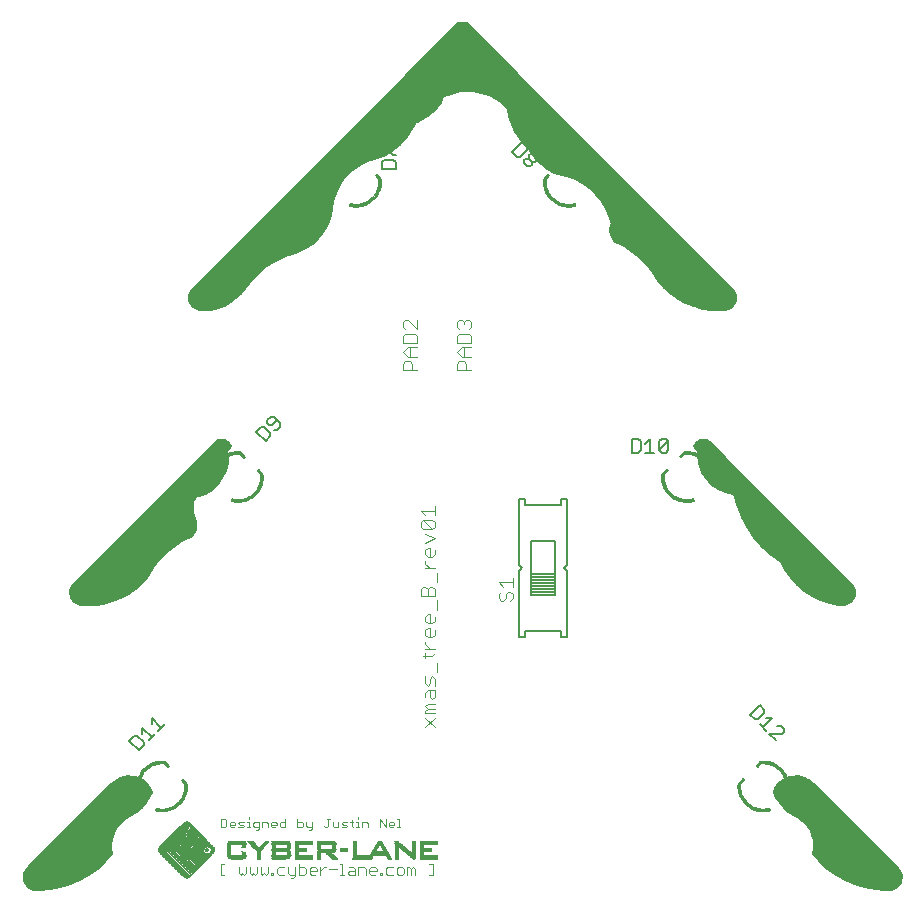
<source format=gto>
G75*
G70*
%OFA0B0*%
%FSLAX24Y24*%
%IPPOS*%
%LPD*%
%AMOC8*
5,1,8,0,0,1.08239X$1,22.5*
%
%ADD10C,0.0040*%
%ADD11C,0.0100*%
%ADD12R,0.0032X0.0003*%
%ADD13R,0.0067X0.0003*%
%ADD14R,0.0088X0.0003*%
%ADD15R,0.0105X0.0003*%
%ADD16R,0.0120X0.0003*%
%ADD17R,0.0133X0.0003*%
%ADD18R,0.0143X0.0003*%
%ADD19R,0.0153X0.0003*%
%ADD20R,0.0163X0.0003*%
%ADD21R,0.0173X0.0003*%
%ADD22R,0.0180X0.0003*%
%ADD23R,0.0187X0.0003*%
%ADD24R,0.0195X0.0003*%
%ADD25R,0.0203X0.0003*%
%ADD26R,0.0208X0.0003*%
%ADD27R,0.0215X0.0003*%
%ADD28R,0.0220X0.0003*%
%ADD29R,0.0227X0.0003*%
%ADD30R,0.0233X0.0003*%
%ADD31R,0.0238X0.0003*%
%ADD32R,0.0243X0.0003*%
%ADD33R,0.0248X0.0003*%
%ADD34R,0.0253X0.0003*%
%ADD35R,0.0257X0.0003*%
%ADD36R,0.0262X0.0003*%
%ADD37R,0.0005X0.0003*%
%ADD38R,0.0010X0.0003*%
%ADD39R,0.0015X0.0003*%
%ADD40R,0.0020X0.0003*%
%ADD41R,0.0025X0.0003*%
%ADD42R,0.0030X0.0003*%
%ADD43R,0.0035X0.0003*%
%ADD44R,0.0040X0.0003*%
%ADD45R,0.0045X0.0003*%
%ADD46R,0.0050X0.0003*%
%ADD47R,0.0053X0.0003*%
%ADD48R,0.0003X0.0003*%
%ADD49R,0.0008X0.0003*%
%ADD50R,0.0013X0.0003*%
%ADD51R,0.0018X0.0003*%
%ADD52R,0.0022X0.0003*%
%ADD53R,0.0027X0.0003*%
%ADD54R,0.0037X0.0003*%
%ADD55R,0.0043X0.0003*%
%ADD56R,0.0047X0.0003*%
%ADD57R,0.0055X0.0003*%
%ADD58R,0.0060X0.0003*%
%ADD59R,0.0065X0.0003*%
%ADD60R,0.0070X0.0003*%
%ADD61R,0.0075X0.0003*%
%ADD62R,0.0080X0.0003*%
%ADD63R,0.0085X0.0003*%
%ADD64R,0.0090X0.0003*%
%ADD65R,0.0095X0.0003*%
%ADD66R,0.0100X0.0003*%
%ADD67R,0.0110X0.0003*%
%ADD68R,0.0115X0.0003*%
%ADD69R,0.0125X0.0003*%
%ADD70R,0.0130X0.0003*%
%ADD71R,0.0135X0.0003*%
%ADD72R,0.0140X0.0003*%
%ADD73R,0.0145X0.0003*%
%ADD74R,0.0150X0.0003*%
%ADD75R,0.0155X0.0003*%
%ADD76R,0.0160X0.0003*%
%ADD77R,0.0165X0.0003*%
%ADD78R,0.0170X0.0003*%
%ADD79R,0.0175X0.0003*%
%ADD80R,0.0185X0.0003*%
%ADD81R,0.0190X0.0003*%
%ADD82R,0.0200X0.0003*%
%ADD83R,0.0302X0.0003*%
%ADD84R,0.0308X0.0003*%
%ADD85R,0.0313X0.0003*%
%ADD86R,0.0318X0.0003*%
%ADD87R,0.0323X0.0003*%
%ADD88R,0.0328X0.0003*%
%ADD89R,0.0333X0.0003*%
%ADD90R,0.0338X0.0003*%
%ADD91R,0.0343X0.0003*%
%ADD92R,0.0348X0.0003*%
%ADD93R,0.0352X0.0003*%
%ADD94R,0.0357X0.0003*%
%ADD95R,0.0362X0.0003*%
%ADD96R,0.0367X0.0003*%
%ADD97R,0.0372X0.0003*%
%ADD98R,0.0377X0.0003*%
%ADD99R,0.0382X0.0003*%
%ADD100R,0.0388X0.0003*%
%ADD101R,0.0393X0.0003*%
%ADD102R,0.0398X0.0003*%
%ADD103R,0.0403X0.0003*%
%ADD104R,0.0408X0.0003*%
%ADD105R,0.0413X0.0003*%
%ADD106R,0.0418X0.0003*%
%ADD107R,0.0423X0.0003*%
%ADD108R,0.0428X0.0003*%
%ADD109R,0.0432X0.0003*%
%ADD110R,0.0437X0.0003*%
%ADD111R,0.0442X0.0003*%
%ADD112R,0.0447X0.0003*%
%ADD113R,0.0452X0.0003*%
%ADD114R,0.0457X0.0003*%
%ADD115R,0.0462X0.0003*%
%ADD116R,0.0468X0.0003*%
%ADD117R,0.0473X0.0003*%
%ADD118R,0.0478X0.0003*%
%ADD119R,0.0483X0.0003*%
%ADD120R,0.0488X0.0003*%
%ADD121R,0.0493X0.0003*%
%ADD122R,0.0498X0.0003*%
%ADD123R,0.0503X0.0003*%
%ADD124R,0.0508X0.0003*%
%ADD125R,0.0512X0.0003*%
%ADD126R,0.0517X0.0003*%
%ADD127R,0.0522X0.0003*%
%ADD128R,0.0527X0.0003*%
%ADD129R,0.0532X0.0003*%
%ADD130R,0.0537X0.0003*%
%ADD131R,0.0543X0.0003*%
%ADD132R,0.0548X0.0003*%
%ADD133R,0.0553X0.0003*%
%ADD134R,0.0558X0.0003*%
%ADD135R,0.0660X0.0003*%
%ADD136R,0.0665X0.0003*%
%ADD137R,0.0670X0.0003*%
%ADD138R,0.0675X0.0003*%
%ADD139R,0.0680X0.0003*%
%ADD140R,0.0685X0.0003*%
%ADD141R,0.0690X0.0003*%
%ADD142R,0.0695X0.0003*%
%ADD143R,0.0700X0.0003*%
%ADD144R,0.0705X0.0003*%
%ADD145R,0.0710X0.0003*%
%ADD146R,0.0715X0.0003*%
%ADD147R,0.0138X0.0003*%
%ADD148R,0.0495X0.0003*%
%ADD149R,0.0607X0.0003*%
%ADD150R,0.0638X0.0003*%
%ADD151R,0.0123X0.0003*%
%ADD152R,0.0720X0.0003*%
%ADD153R,0.0455X0.0003*%
%ADD154R,0.0520X0.0003*%
%ADD155R,0.0640X0.0003*%
%ADD156R,0.0098X0.0003*%
%ADD157R,0.0725X0.0003*%
%ADD158R,0.0535X0.0003*%
%ADD159R,0.0730X0.0003*%
%ADD160R,0.0643X0.0003*%
%ADD161R,0.0103X0.0003*%
%ADD162R,0.0735X0.0003*%
%ADD163R,0.0198X0.0003*%
%ADD164R,0.0107X0.0003*%
%ADD165R,0.0740X0.0003*%
%ADD166R,0.0565X0.0003*%
%ADD167R,0.0645X0.0003*%
%ADD168R,0.0745X0.0003*%
%ADD169R,0.0573X0.0003*%
%ADD170R,0.0648X0.0003*%
%ADD171R,0.0113X0.0003*%
%ADD172R,0.0750X0.0003*%
%ADD173R,0.0578X0.0003*%
%ADD174R,0.0755X0.0003*%
%ADD175R,0.0563X0.0003*%
%ADD176R,0.0583X0.0003*%
%ADD177R,0.0650X0.0003*%
%ADD178R,0.0118X0.0003*%
%ADD179R,0.0760X0.0003*%
%ADD180R,0.0568X0.0003*%
%ADD181R,0.0587X0.0003*%
%ADD182R,0.0193X0.0003*%
%ADD183R,0.0765X0.0003*%
%ADD184R,0.0592X0.0003*%
%ADD185R,0.0653X0.0003*%
%ADD186R,0.0770X0.0003*%
%ADD187R,0.0580X0.0003*%
%ADD188R,0.0595X0.0003*%
%ADD189R,0.0127X0.0003*%
%ADD190R,0.0775X0.0003*%
%ADD191R,0.0585X0.0003*%
%ADD192R,0.0600X0.0003*%
%ADD193R,0.0655X0.0003*%
%ADD194R,0.0780X0.0003*%
%ADD195R,0.0590X0.0003*%
%ADD196R,0.0602X0.0003*%
%ADD197R,0.0785X0.0003*%
%ADD198R,0.0605X0.0003*%
%ADD199R,0.0658X0.0003*%
%ADD200R,0.0790X0.0003*%
%ADD201R,0.0597X0.0003*%
%ADD202R,0.0610X0.0003*%
%ADD203R,0.0795X0.0003*%
%ADD204R,0.0612X0.0003*%
%ADD205R,0.0800X0.0003*%
%ADD206R,0.0615X0.0003*%
%ADD207R,0.0805X0.0003*%
%ADD208R,0.0617X0.0003*%
%ADD209R,0.0663X0.0003*%
%ADD210R,0.0147X0.0003*%
%ADD211R,0.0810X0.0003*%
%ADD212R,0.0815X0.0003*%
%ADD213R,0.0620X0.0003*%
%ADD214R,0.0820X0.0003*%
%ADD215R,0.0623X0.0003*%
%ADD216R,0.0158X0.0003*%
%ADD217R,0.0825X0.0003*%
%ADD218R,0.0625X0.0003*%
%ADD219R,0.0668X0.0003*%
%ADD220R,0.0830X0.0003*%
%ADD221R,0.0835X0.0003*%
%ADD222R,0.0628X0.0003*%
%ADD223R,0.0840X0.0003*%
%ADD224R,0.0673X0.0003*%
%ADD225R,0.0168X0.0003*%
%ADD226R,0.0845X0.0003*%
%ADD227R,0.0630X0.0003*%
%ADD228R,0.0850X0.0003*%
%ADD229R,0.0855X0.0003*%
%ADD230R,0.0633X0.0003*%
%ADD231R,0.0177X0.0003*%
%ADD232R,0.0860X0.0003*%
%ADD233R,0.0678X0.0003*%
%ADD234R,0.0865X0.0003*%
%ADD235R,0.0635X0.0003*%
%ADD236R,0.0182X0.0003*%
%ADD237R,0.0870X0.0003*%
%ADD238R,0.0875X0.0003*%
%ADD239R,0.0880X0.0003*%
%ADD240R,0.0683X0.0003*%
%ADD241R,0.0885X0.0003*%
%ADD242R,0.0890X0.0003*%
%ADD243R,0.0895X0.0003*%
%ADD244R,0.0900X0.0003*%
%ADD245R,0.0688X0.0003*%
%ADD246R,0.0905X0.0003*%
%ADD247R,0.0910X0.0003*%
%ADD248R,0.0210X0.0003*%
%ADD249R,0.0915X0.0003*%
%ADD250R,0.0693X0.0003*%
%ADD251R,0.0213X0.0003*%
%ADD252R,0.0920X0.0003*%
%ADD253R,0.0925X0.0003*%
%ADD254R,0.0217X0.0003*%
%ADD255R,0.0930X0.0003*%
%ADD256R,0.0222X0.0003*%
%ADD257R,0.0935X0.0003*%
%ADD258R,0.0698X0.0003*%
%ADD259R,0.0225X0.0003*%
%ADD260R,0.0940X0.0003*%
%ADD261R,0.0945X0.0003*%
%ADD262R,0.0230X0.0003*%
%ADD263R,0.0950X0.0003*%
%ADD264R,0.0955X0.0003*%
%ADD265R,0.0235X0.0003*%
%ADD266R,0.0960X0.0003*%
%ADD267R,0.0240X0.0003*%
%ADD268R,0.0965X0.0003*%
%ADD269R,0.0970X0.0003*%
%ADD270R,0.0245X0.0003*%
%ADD271R,0.0975X0.0003*%
%ADD272R,0.0980X0.0003*%
%ADD273R,0.0250X0.0003*%
%ADD274R,0.1083X0.0003*%
%ADD275R,0.0255X0.0003*%
%ADD276R,0.1088X0.0003*%
%ADD277R,0.1093X0.0003*%
%ADD278R,0.0260X0.0003*%
%ADD279R,0.0395X0.0003*%
%ADD280R,0.0265X0.0003*%
%ADD281R,0.0267X0.0003*%
%ADD282R,0.0273X0.0003*%
%ADD283R,0.0275X0.0003*%
%ADD284R,0.0278X0.0003*%
%ADD285R,0.0280X0.0003*%
%ADD286R,0.0283X0.0003*%
%ADD287R,0.0285X0.0003*%
%ADD288R,0.0290X0.0003*%
%ADD289R,0.0400X0.0003*%
%ADD290R,0.0293X0.0003*%
%ADD291R,0.0405X0.0003*%
%ADD292R,0.0295X0.0003*%
%ADD293R,0.0410X0.0003*%
%ADD294R,0.0297X0.0003*%
%ADD295R,0.0415X0.0003*%
%ADD296R,0.0300X0.0003*%
%ADD297R,0.0420X0.0003*%
%ADD298R,0.0305X0.0003*%
%ADD299R,0.0425X0.0003*%
%ADD300R,0.0430X0.0003*%
%ADD301R,0.0480X0.0003*%
%ADD302R,0.0435X0.0003*%
%ADD303R,0.0465X0.0003*%
%ADD304R,0.0440X0.0003*%
%ADD305R,0.0445X0.0003*%
%ADD306R,0.0450X0.0003*%
%ADD307R,0.0460X0.0003*%
%ADD308R,0.0575X0.0003*%
%ADD309R,0.0470X0.0003*%
%ADD310R,0.0475X0.0003*%
%ADD311R,0.0570X0.0003*%
%ADD312R,0.0485X0.0003*%
%ADD313R,0.0490X0.0003*%
%ADD314R,0.0560X0.0003*%
%ADD315R,0.0500X0.0003*%
%ADD316R,0.0555X0.0003*%
%ADD317R,0.0505X0.0003*%
%ADD318R,0.0375X0.0003*%
%ADD319R,0.0510X0.0003*%
%ADD320R,0.0370X0.0003*%
%ADD321R,0.0077X0.0003*%
%ADD322R,0.0550X0.0003*%
%ADD323R,0.0515X0.0003*%
%ADD324R,0.0365X0.0003*%
%ADD325R,0.0360X0.0003*%
%ADD326R,0.0545X0.0003*%
%ADD327R,0.0525X0.0003*%
%ADD328R,0.0530X0.0003*%
%ADD329R,0.0540X0.0003*%
%ADD330R,0.0345X0.0003*%
%ADD331R,0.0340X0.0003*%
%ADD332R,0.0330X0.0003*%
%ADD333R,0.0325X0.0003*%
%ADD334R,0.0320X0.0003*%
%ADD335R,0.0315X0.0003*%
%ADD336R,0.0310X0.0003*%
%ADD337R,0.0288X0.0003*%
%ADD338R,0.0270X0.0003*%
%ADD339R,0.0205X0.0003*%
%ADD340R,0.0092X0.0003*%
%ADD341R,0.0355X0.0003*%
%ADD342R,0.0350X0.0003*%
%ADD343R,0.0335X0.0003*%
%ADD344R,0.0390X0.0003*%
%ADD345R,0.0385X0.0003*%
%ADD346R,0.0380X0.0003*%
%ADD347R,0.0057X0.0003*%
%ADD348R,0.0063X0.0003*%
%ADD349R,0.0083X0.0003*%
%ADD350C,0.0030*%
%ADD351C,0.0010*%
%ADD352C,0.0050*%
D10*
X013786Y008159D02*
X014093Y008159D01*
X014170Y008236D01*
X014170Y008389D02*
X013863Y008389D01*
X013863Y008542D02*
X013863Y008619D01*
X013863Y008542D02*
X014017Y008389D01*
X013863Y008236D02*
X013863Y008082D01*
X014247Y007929D02*
X014247Y007622D01*
X014093Y007468D02*
X014017Y007391D01*
X014017Y007238D01*
X013940Y007161D01*
X013863Y007238D01*
X013863Y007468D01*
X014093Y007468D02*
X014170Y007391D01*
X014170Y007161D01*
X014170Y007008D02*
X013940Y007008D01*
X013863Y006931D01*
X013863Y006778D01*
X014017Y006778D02*
X014017Y007008D01*
X014170Y007008D02*
X014170Y006778D01*
X014093Y006701D01*
X014017Y006778D01*
X013940Y006547D02*
X014170Y006547D01*
X014170Y006394D02*
X013940Y006394D01*
X013863Y006471D01*
X013940Y006547D01*
X013940Y006394D02*
X013863Y006317D01*
X013863Y006240D01*
X014170Y006240D01*
X014170Y006087D02*
X013863Y005780D01*
X014170Y005780D02*
X013863Y006087D01*
X013940Y008773D02*
X013863Y008849D01*
X013863Y009003D01*
X013940Y009080D01*
X014017Y009080D01*
X014017Y008773D01*
X014093Y008773D02*
X013940Y008773D01*
X014093Y008773D02*
X014170Y008849D01*
X014170Y009003D01*
X014093Y009233D02*
X013940Y009233D01*
X013863Y009310D01*
X013863Y009463D01*
X013940Y009540D01*
X014017Y009540D01*
X014017Y009233D01*
X014093Y009233D02*
X014170Y009310D01*
X014170Y009463D01*
X014247Y009693D02*
X014247Y010000D01*
X014170Y010154D02*
X014170Y010384D01*
X014093Y010461D01*
X014017Y010461D01*
X013940Y010384D01*
X013940Y010154D01*
X014170Y010154D02*
X013710Y010154D01*
X013710Y010384D01*
X013786Y010461D01*
X013863Y010461D01*
X013940Y010384D01*
X014247Y010614D02*
X014247Y010921D01*
X014170Y011075D02*
X013863Y011075D01*
X013863Y011228D02*
X013863Y011305D01*
X013863Y011228D02*
X014017Y011075D01*
X014017Y011458D02*
X014017Y011765D01*
X013940Y011765D01*
X013863Y011688D01*
X013863Y011535D01*
X013940Y011458D01*
X014093Y011458D01*
X014170Y011535D01*
X014170Y011688D01*
X013863Y011919D02*
X014170Y012072D01*
X013863Y012226D01*
X013786Y012379D02*
X014093Y012379D01*
X013786Y012686D01*
X014093Y012686D01*
X014170Y012609D01*
X014170Y012456D01*
X014093Y012379D01*
X013786Y012379D02*
X013710Y012456D01*
X013710Y012609D01*
X013786Y012686D01*
X013863Y012839D02*
X013710Y012993D01*
X014170Y012993D01*
X014170Y013146D02*
X014170Y012839D01*
X016310Y010604D02*
X016770Y010604D01*
X016770Y010757D02*
X016770Y010450D01*
X016693Y010297D02*
X016770Y010220D01*
X016770Y010067D01*
X016693Y009990D01*
X016540Y010067D02*
X016540Y010220D01*
X016617Y010297D01*
X016693Y010297D01*
X016463Y010450D02*
X016310Y010604D01*
X016386Y010297D02*
X016310Y010220D01*
X016310Y010067D01*
X016386Y009990D01*
X016463Y009990D01*
X016540Y010067D01*
X015379Y017666D02*
X014919Y017666D01*
X014919Y017896D01*
X014996Y017973D01*
X015149Y017973D01*
X015226Y017896D01*
X015226Y017666D01*
X015149Y018126D02*
X015149Y018433D01*
X015073Y018433D02*
X015379Y018433D01*
X015379Y018587D02*
X015379Y018817D01*
X015303Y018893D01*
X014996Y018893D01*
X014919Y018817D01*
X014919Y018587D01*
X015379Y018587D01*
X015073Y018433D02*
X014919Y018280D01*
X015073Y018126D01*
X015379Y018126D01*
X015303Y019047D02*
X015379Y019124D01*
X015379Y019277D01*
X015303Y019354D01*
X015226Y019354D01*
X015149Y019277D01*
X015149Y019200D01*
X015149Y019277D02*
X015073Y019354D01*
X014996Y019354D01*
X014919Y019277D01*
X014919Y019124D01*
X014996Y019047D01*
X013579Y019047D02*
X013273Y019354D01*
X013196Y019354D01*
X013119Y019277D01*
X013119Y019124D01*
X013196Y019047D01*
X013196Y018893D02*
X013119Y018817D01*
X013119Y018587D01*
X013579Y018587D01*
X013579Y018817D01*
X013503Y018893D01*
X013196Y018893D01*
X013273Y018433D02*
X013579Y018433D01*
X013349Y018433D02*
X013349Y018126D01*
X013273Y018126D02*
X013119Y018280D01*
X013273Y018433D01*
X013273Y018126D02*
X013579Y018126D01*
X013349Y017973D02*
X013426Y017896D01*
X013426Y017666D01*
X013579Y017666D02*
X013119Y017666D01*
X013119Y017896D01*
X013196Y017973D01*
X013349Y017973D01*
X013579Y019047D02*
X013579Y019354D01*
D11*
X000542Y000561D02*
X000592Y000502D01*
X000652Y000455D01*
X000720Y000419D01*
X000794Y000397D01*
X000870Y000390D01*
X000990Y000390D01*
X001337Y000410D01*
X001679Y000470D01*
X002013Y000569D01*
X002332Y000706D01*
X002633Y000879D01*
X002913Y001086D01*
X003166Y001324D01*
X003390Y001590D01*
X003365Y001741D01*
X003361Y001894D01*
X003377Y002046D01*
X003414Y002194D01*
X003471Y002336D01*
X003546Y002469D01*
X003639Y002590D01*
X003748Y002698D01*
X003870Y002790D01*
X004052Y002880D01*
X004221Y002993D01*
X004373Y003127D01*
X004507Y003279D01*
X004620Y003448D01*
X004710Y003630D01*
X004657Y003742D01*
X004587Y003844D01*
X004502Y003935D01*
X004404Y004010D01*
X004295Y004069D01*
X004178Y004110D01*
X004057Y004132D01*
X003933Y004135D01*
X003810Y004118D01*
X003691Y004082D01*
X003580Y004028D01*
X003479Y003956D01*
X003390Y003870D01*
X000630Y001110D01*
X000573Y001058D01*
X000528Y000997D01*
X000494Y000927D01*
X000475Y000853D01*
X000470Y000777D01*
X000480Y000700D01*
X000504Y000628D01*
X000542Y000561D01*
X000551Y000551D02*
X001952Y000551D01*
X002200Y000650D02*
X000497Y000650D01*
X000474Y000748D02*
X002405Y000748D01*
X002576Y000847D02*
X000475Y000847D01*
X000503Y000945D02*
X002722Y000945D01*
X002855Y001044D02*
X000562Y001044D01*
X000662Y001142D02*
X002972Y001142D01*
X003077Y001241D02*
X000761Y001241D01*
X000859Y001339D02*
X003178Y001339D01*
X003261Y001438D02*
X000958Y001438D01*
X001056Y001536D02*
X003344Y001536D01*
X003383Y001635D02*
X001155Y001635D01*
X001253Y001733D02*
X003366Y001733D01*
X003362Y001832D02*
X001352Y001832D01*
X001450Y001930D02*
X003364Y001930D01*
X003375Y002029D02*
X001549Y002029D01*
X001647Y002127D02*
X003397Y002127D01*
X003427Y002226D02*
X001746Y002226D01*
X001844Y002324D02*
X003466Y002324D01*
X003520Y002423D02*
X001943Y002423D01*
X002041Y002521D02*
X003586Y002521D01*
X003669Y002620D02*
X002140Y002620D01*
X002238Y002718D02*
X003774Y002718D01*
X003924Y002817D02*
X002337Y002817D01*
X002435Y002915D02*
X004104Y002915D01*
X004244Y003014D02*
X002534Y003014D01*
X002632Y003112D02*
X004356Y003112D01*
X004446Y003211D02*
X002731Y003211D01*
X002829Y003309D02*
X004527Y003309D01*
X004593Y003408D02*
X002928Y003408D01*
X003026Y003506D02*
X004649Y003506D01*
X004697Y003605D02*
X003125Y003605D01*
X003223Y003703D02*
X004676Y003703D01*
X004617Y003802D02*
X003322Y003802D01*
X003421Y003900D02*
X004535Y003900D01*
X004419Y003999D02*
X003539Y003999D01*
X003741Y004097D02*
X004216Y004097D01*
X005153Y004616D02*
X005294Y004474D01*
X005747Y004022D02*
X005874Y003895D01*
X001581Y000453D02*
X000656Y000453D01*
X002354Y009877D02*
X002280Y009899D01*
X002212Y009935D01*
X002152Y009982D01*
X002102Y010041D01*
X002064Y010108D01*
X002040Y010180D01*
X002030Y010257D01*
X002035Y010333D01*
X002054Y010407D01*
X002088Y010477D01*
X002133Y010538D01*
X002190Y010590D01*
X006870Y015270D01*
X006916Y015307D01*
X006969Y015335D01*
X007026Y015350D01*
X007085Y015354D01*
X007144Y015346D01*
X007200Y015326D01*
X007250Y015294D01*
X007293Y015254D01*
X007327Y015205D01*
X007350Y015150D01*
X007230Y015030D01*
X007251Y014840D01*
X007244Y014648D01*
X007210Y014460D01*
X007150Y014278D01*
X007065Y014107D01*
X006956Y013950D01*
X006826Y013809D01*
X006677Y013689D01*
X006512Y013591D01*
X006335Y013518D01*
X006150Y013470D01*
X006147Y013497D01*
X006138Y013522D01*
X006124Y013545D01*
X006105Y013564D01*
X006082Y013578D01*
X006057Y013587D01*
X006030Y013590D01*
X006089Y013608D01*
X006150Y013614D01*
X006211Y013608D01*
X006270Y013590D01*
X006199Y013502D01*
X006142Y013404D01*
X006101Y013299D01*
X006077Y013189D01*
X006070Y013076D01*
X006080Y012964D01*
X006107Y012854D01*
X006150Y012750D01*
X006179Y012662D01*
X006192Y012570D01*
X006190Y012477D01*
X006172Y012386D01*
X006138Y012300D01*
X006091Y012220D01*
X006030Y012150D01*
X005732Y012004D01*
X005453Y011825D01*
X005195Y011615D01*
X004964Y011377D01*
X004761Y011114D01*
X004590Y010830D01*
X004396Y010611D01*
X004179Y010416D01*
X003940Y010248D01*
X003684Y010109D01*
X003413Y010000D01*
X003131Y009923D01*
X002842Y009880D01*
X002550Y009870D01*
X002430Y009870D01*
X002354Y009877D01*
X002262Y009909D02*
X003033Y009909D01*
X003430Y010007D02*
X002131Y010007D01*
X002066Y010106D02*
X003676Y010106D01*
X003859Y010204D02*
X002037Y010204D01*
X002033Y010303D02*
X004017Y010303D01*
X004157Y010401D02*
X002053Y010401D01*
X002105Y010500D02*
X004272Y010500D01*
X004382Y010598D02*
X002198Y010598D01*
X002297Y010697D02*
X004472Y010697D01*
X004559Y010795D02*
X002395Y010795D01*
X002494Y010894D02*
X004628Y010894D01*
X004688Y010992D02*
X002592Y010992D01*
X002691Y011091D02*
X004747Y011091D01*
X004819Y011189D02*
X002789Y011189D01*
X002888Y011288D02*
X004895Y011288D01*
X004973Y011386D02*
X002986Y011386D01*
X003085Y011485D02*
X005069Y011485D01*
X005164Y011583D02*
X003183Y011583D01*
X003282Y011682D02*
X005277Y011682D01*
X005398Y011780D02*
X003380Y011780D01*
X003479Y011879D02*
X005536Y011879D01*
X005690Y011977D02*
X003577Y011977D01*
X003676Y012076D02*
X005878Y012076D01*
X006051Y012174D02*
X003774Y012174D01*
X003873Y012273D02*
X006122Y012273D01*
X006166Y012371D02*
X003971Y012371D01*
X004070Y012470D02*
X006188Y012470D01*
X006192Y012568D02*
X004168Y012568D01*
X004267Y012667D02*
X006177Y012667D01*
X006144Y012765D02*
X004365Y012765D01*
X004464Y012864D02*
X006104Y012864D01*
X006080Y012962D02*
X004562Y012962D01*
X004661Y013061D02*
X006071Y013061D01*
X006075Y013159D02*
X004759Y013159D01*
X004858Y013258D02*
X006092Y013258D01*
X006124Y013356D02*
X004956Y013356D01*
X005055Y013455D02*
X006172Y013455D01*
X006116Y013553D02*
X005153Y013553D01*
X005252Y013652D02*
X006614Y013652D01*
X006752Y013750D02*
X005350Y013750D01*
X005449Y013849D02*
X006862Y013849D01*
X006953Y013947D02*
X005547Y013947D01*
X005646Y014046D02*
X007022Y014046D01*
X007083Y014144D02*
X005744Y014144D01*
X005843Y014243D02*
X007132Y014243D01*
X007171Y014341D02*
X005941Y014341D01*
X006040Y014440D02*
X007204Y014440D01*
X007224Y014538D02*
X006138Y014538D01*
X006237Y014637D02*
X007242Y014637D01*
X007247Y014735D02*
X006335Y014735D01*
X006434Y014834D02*
X007251Y014834D01*
X007241Y014932D02*
X006532Y014932D01*
X006631Y015031D02*
X007231Y015031D01*
X007329Y015129D02*
X006729Y015129D01*
X006828Y015228D02*
X007311Y015228D01*
X007199Y015326D02*
X006952Y015326D01*
X007681Y014931D02*
X007822Y014789D01*
X008275Y014337D02*
X008402Y014210D01*
X006421Y013553D02*
X006240Y013553D01*
X006390Y019710D02*
X006314Y019717D01*
X006240Y019739D01*
X006172Y019775D01*
X006112Y019822D01*
X006062Y019881D01*
X006024Y019948D01*
X006000Y020020D01*
X005990Y020097D01*
X005995Y020173D01*
X006014Y020247D01*
X006048Y020317D01*
X006093Y020378D01*
X006150Y020430D01*
X014899Y029179D01*
X014945Y029216D01*
X014997Y029243D01*
X015055Y029259D01*
X015114Y029263D01*
X015173Y029255D01*
X015228Y029234D01*
X015279Y029203D01*
X015322Y029162D01*
X015356Y029113D01*
X015379Y029059D01*
X015694Y027758D01*
X015599Y027577D01*
X015482Y027410D01*
X015344Y027260D01*
X015188Y027130D01*
X015016Y027020D01*
X014831Y026935D01*
X014636Y026874D01*
X014436Y026839D01*
X014232Y026830D01*
X014029Y026848D01*
X013830Y026893D01*
X013639Y026963D01*
X013697Y026992D01*
X013748Y027031D01*
X013791Y027080D01*
X013823Y027137D01*
X013843Y027198D01*
X013852Y027263D01*
X013847Y027327D01*
X013830Y027390D01*
X013830Y027270D01*
X013812Y026947D01*
X013758Y026629D01*
X013669Y026318D01*
X013546Y026019D01*
X013391Y025736D01*
X013204Y025472D01*
X012990Y025230D01*
X012845Y025099D01*
X012686Y024984D01*
X012516Y024887D01*
X012337Y024808D01*
X012150Y024750D01*
X011926Y024678D01*
X011712Y024579D01*
X011511Y024455D01*
X011328Y024307D01*
X011164Y024138D01*
X011022Y023950D01*
X010904Y023746D01*
X010812Y023529D01*
X010747Y023303D01*
X010710Y023070D01*
X010674Y022852D01*
X010610Y022640D01*
X010518Y022439D01*
X010401Y022252D01*
X010259Y022082D01*
X010096Y021932D01*
X009915Y021806D01*
X009718Y021704D01*
X009510Y021630D01*
X009179Y021515D01*
X008862Y021363D01*
X008566Y021176D01*
X008293Y020956D01*
X008046Y020706D01*
X007830Y020430D01*
X007691Y020256D01*
X007531Y020102D01*
X007351Y019970D01*
X007156Y019864D01*
X006948Y019784D01*
X006731Y019732D01*
X006510Y019710D01*
X006390Y019710D01*
X006314Y019717D01*
X006240Y019739D01*
X006172Y019775D01*
X006112Y019822D01*
X006062Y019881D01*
X006024Y019948D01*
X006000Y020020D01*
X005990Y020097D01*
X005995Y020173D01*
X006014Y020247D01*
X006048Y020317D01*
X006093Y020378D01*
X006150Y020430D01*
X014190Y028470D01*
X014236Y028507D01*
X014289Y028535D01*
X014346Y028550D01*
X014405Y028554D01*
X014464Y028546D01*
X014520Y028526D01*
X014570Y028494D01*
X014613Y028454D01*
X014647Y028405D01*
X014670Y028350D01*
X014670Y028230D01*
X014663Y028147D01*
X014641Y028066D01*
X014606Y027990D01*
X014558Y027921D01*
X014499Y027862D01*
X014430Y027814D01*
X014354Y027779D01*
X014273Y027757D01*
X014190Y027750D01*
X014120Y027743D01*
X014052Y027723D01*
X013990Y027689D01*
X013935Y027645D01*
X013891Y027590D01*
X013857Y027528D01*
X013837Y027460D01*
X013830Y027390D01*
X013830Y027270D01*
X013812Y026947D01*
X013758Y026629D01*
X013669Y026318D01*
X013546Y026019D01*
X013391Y025736D01*
X013204Y025472D01*
X012990Y025230D01*
X012845Y025099D01*
X012686Y024984D01*
X012516Y024887D01*
X012337Y024808D01*
X012150Y024750D01*
X011926Y024678D01*
X011712Y024579D01*
X011511Y024455D01*
X011328Y024307D01*
X011164Y024138D01*
X011022Y023950D01*
X010904Y023746D01*
X010812Y023529D01*
X010747Y023303D01*
X010710Y023070D01*
X010674Y022852D01*
X010610Y022640D01*
X010518Y022439D01*
X010401Y022252D01*
X010259Y022082D01*
X010096Y021932D01*
X009915Y021806D01*
X009718Y021704D01*
X009510Y021630D01*
X009179Y021515D01*
X008862Y021363D01*
X008566Y021176D01*
X008293Y020956D01*
X008046Y020706D01*
X007830Y020430D01*
X007691Y020256D01*
X007531Y020102D01*
X007351Y019970D01*
X007156Y019864D01*
X006948Y019784D01*
X006731Y019732D01*
X006510Y019710D01*
X006390Y019710D01*
X006203Y019759D02*
X006841Y019759D01*
X006203Y019759D01*
X006082Y019857D02*
X007138Y019857D01*
X006082Y019857D01*
X006022Y019956D02*
X007324Y019956D01*
X006022Y019956D01*
X005996Y020054D02*
X007465Y020054D01*
X005996Y020054D01*
X005994Y020153D02*
X007583Y020153D01*
X005994Y020153D01*
X006016Y020251D02*
X007686Y020251D01*
X006016Y020251D01*
X006072Y020350D02*
X007766Y020350D01*
X006072Y020350D01*
X006168Y020448D02*
X007844Y020448D01*
X006168Y020448D01*
X006267Y020547D02*
X007921Y020547D01*
X006267Y020547D01*
X006365Y020645D02*
X007998Y020645D01*
X006365Y020645D01*
X006464Y020744D02*
X008083Y020744D01*
X006464Y020744D01*
X006562Y020842D02*
X008180Y020842D01*
X006562Y020842D01*
X006661Y020941D02*
X008277Y020941D01*
X006661Y020941D01*
X006759Y021039D02*
X008396Y021039D01*
X006759Y021039D01*
X006858Y021138D02*
X008518Y021138D01*
X006858Y021138D01*
X006956Y021236D02*
X008661Y021236D01*
X006956Y021236D01*
X007055Y021335D02*
X008817Y021335D01*
X007055Y021335D01*
X007153Y021433D02*
X009008Y021433D01*
X007153Y021433D01*
X007252Y021532D02*
X009226Y021532D01*
X007252Y021532D01*
X007350Y021630D02*
X009510Y021630D01*
X007350Y021630D01*
X007449Y021729D02*
X009765Y021729D01*
X007449Y021729D01*
X007547Y021827D02*
X009945Y021827D01*
X007547Y021827D01*
X007646Y021926D02*
X010086Y021926D01*
X007646Y021926D01*
X007744Y022024D02*
X010196Y022024D01*
X007744Y022024D01*
X007843Y022123D02*
X010293Y022123D01*
X007843Y022123D01*
X007941Y022221D02*
X010375Y022221D01*
X007941Y022221D01*
X008040Y022320D02*
X010443Y022320D01*
X008040Y022320D01*
X008138Y022418D02*
X010505Y022418D01*
X008138Y022418D01*
X008237Y022517D02*
X010554Y022517D01*
X008237Y022517D01*
X008335Y022615D02*
X010599Y022615D01*
X008335Y022615D01*
X008434Y022714D02*
X010632Y022714D01*
X008434Y022714D01*
X008532Y022812D02*
X010662Y022812D01*
X008532Y022812D01*
X008631Y022911D02*
X010684Y022911D01*
X008631Y022911D01*
X008729Y023009D02*
X010700Y023009D01*
X008729Y023009D01*
X008828Y023108D02*
X010716Y023108D01*
X008828Y023108D01*
X008926Y023206D02*
X010731Y023206D01*
X008926Y023206D01*
X009025Y023305D02*
X010747Y023305D01*
X009025Y023305D01*
X009123Y023403D02*
X010775Y023403D01*
X009123Y023403D01*
X009222Y023502D02*
X010804Y023502D01*
X009222Y023502D01*
X009320Y023600D02*
X010842Y023600D01*
X009320Y023600D01*
X009419Y023699D02*
X010884Y023699D01*
X009419Y023699D01*
X009517Y023797D02*
X010933Y023797D01*
X009517Y023797D01*
X009616Y023896D02*
X010990Y023896D01*
X009616Y023896D01*
X009714Y023994D02*
X011055Y023994D01*
X009714Y023994D01*
X009813Y024093D02*
X011130Y024093D01*
X009813Y024093D01*
X009911Y024191D02*
X011215Y024191D01*
X009911Y024191D01*
X010010Y024290D02*
X011311Y024290D01*
X010010Y024290D01*
X010108Y024388D02*
X011428Y024388D01*
X010108Y024388D01*
X010207Y024487D02*
X011562Y024487D01*
X010207Y024487D01*
X010305Y024585D02*
X011724Y024585D01*
X010305Y024585D01*
X010404Y024684D02*
X011943Y024684D01*
X010404Y024684D01*
X010502Y024782D02*
X012253Y024782D01*
X010502Y024782D01*
X010601Y024881D02*
X012503Y024881D01*
X010601Y024881D01*
X010699Y024979D02*
X012678Y024979D01*
X010699Y024979D01*
X010798Y025078D02*
X012816Y025078D01*
X010798Y025078D01*
X010896Y025176D02*
X012930Y025176D01*
X010896Y025176D01*
X010995Y025275D02*
X013030Y025275D01*
X010995Y025275D01*
X011093Y025373D02*
X013117Y025373D01*
X011093Y025373D01*
X011192Y025472D02*
X013204Y025472D01*
X011192Y025472D01*
X011290Y025570D02*
X013274Y025570D01*
X011290Y025570D01*
X011389Y025669D02*
X013343Y025669D01*
X011389Y025669D01*
X011487Y025767D02*
X013408Y025767D01*
X011487Y025767D01*
X011586Y025866D02*
X013462Y025866D01*
X011586Y025866D01*
X011684Y025964D02*
X013516Y025964D01*
X011684Y025964D01*
X011783Y026063D02*
X013564Y026063D01*
X011783Y026063D01*
X011881Y026161D02*
X013604Y026161D01*
X011881Y026161D01*
X011980Y026260D02*
X013645Y026260D01*
X011980Y026260D01*
X012078Y026358D02*
X013681Y026358D01*
X012078Y026358D01*
X012177Y026457D02*
X013709Y026457D01*
X012177Y026457D01*
X012275Y026555D02*
X013737Y026555D01*
X012275Y026555D01*
X012374Y026654D02*
X013762Y026654D01*
X012374Y026654D01*
X012472Y026752D02*
X013779Y026752D01*
X012472Y026752D01*
X012571Y026851D02*
X013796Y026851D01*
X012571Y026851D01*
X012669Y026949D02*
X013676Y026949D01*
X013762Y027048D02*
X012768Y027048D01*
X013818Y027048D01*
X015059Y027048D01*
X014928Y027014D02*
X015194Y027030D01*
X015459Y027010D01*
X015719Y026957D01*
X015970Y026870D01*
X016208Y026750D01*
X016428Y026601D01*
X016626Y026425D01*
X016800Y026224D01*
X016946Y026002D01*
X017062Y025763D01*
X016590Y026670D01*
X016608Y026404D01*
X016661Y026143D01*
X016748Y025891D01*
X016866Y025652D01*
X017014Y025430D01*
X017190Y025230D01*
X017338Y024999D01*
X017510Y024784D01*
X017704Y024590D01*
X017919Y024418D01*
X018150Y024270D01*
X018418Y024225D01*
X018678Y024147D01*
X018927Y024039D01*
X019161Y023900D01*
X019376Y023734D01*
X019569Y023543D01*
X019737Y023330D01*
X019878Y023097D01*
X019990Y022850D01*
X020070Y022590D01*
X020041Y022502D01*
X020028Y022410D01*
X020030Y022317D01*
X020048Y022226D01*
X020082Y022140D01*
X020129Y022060D01*
X020190Y021990D01*
X020488Y021844D01*
X020767Y021665D01*
X021025Y021455D01*
X021256Y021217D01*
X021459Y020954D01*
X021630Y020670D01*
X021824Y020451D01*
X022041Y020256D01*
X022280Y020088D01*
X022536Y019949D01*
X022807Y019840D01*
X023089Y019763D01*
X023378Y019720D01*
X023670Y019710D01*
X023790Y019710D01*
X023866Y019717D01*
X023940Y019739D01*
X024008Y019775D01*
X024068Y019822D01*
X024118Y019881D01*
X024156Y019948D01*
X024180Y020020D01*
X024190Y020097D01*
X024185Y020173D01*
X024166Y020247D01*
X024132Y020317D01*
X024087Y020378D01*
X024030Y020430D01*
X015281Y029179D01*
X015235Y029216D01*
X015183Y029243D01*
X015125Y029259D01*
X015066Y029263D01*
X015007Y029255D01*
X014952Y029234D01*
X014901Y029203D01*
X014858Y029162D01*
X014824Y029113D01*
X014801Y029059D01*
X015510Y028230D01*
X015337Y028199D01*
X015171Y028145D01*
X015014Y028067D01*
X014869Y027967D01*
X014741Y027848D01*
X014630Y027712D01*
X014540Y027561D01*
X014473Y027399D01*
X014429Y027230D01*
X014409Y027055D01*
X014415Y026880D01*
X014667Y026964D01*
X014928Y027014D01*
X014862Y026949D02*
X013812Y026949D01*
X012669Y026949D01*
X012866Y027146D02*
X013823Y027146D01*
X012866Y027146D01*
X012965Y027245D02*
X013829Y027245D01*
X012965Y027245D01*
X013063Y027343D02*
X013830Y027343D01*
X013063Y027343D01*
X013162Y027442D02*
X015504Y027442D01*
X015573Y027540D02*
X013260Y027540D01*
X013864Y027540D01*
X013835Y027442D02*
X013162Y027442D01*
X013359Y027639D02*
X015631Y027639D01*
X015660Y027695D02*
X015601Y027771D01*
X015554Y027854D01*
X015521Y027945D01*
X015502Y028039D01*
X015499Y028135D01*
X015510Y028230D01*
X015510Y028350D01*
X015533Y028405D01*
X015567Y028454D01*
X015610Y028494D01*
X015660Y028526D01*
X015716Y028546D01*
X015775Y028554D01*
X015834Y028550D01*
X015891Y028535D01*
X015944Y028507D01*
X015990Y028470D01*
X024030Y020430D01*
X024087Y020378D01*
X024132Y020317D01*
X024166Y020247D01*
X024185Y020173D01*
X024190Y020097D01*
X024180Y020020D01*
X024156Y019948D01*
X024118Y019881D01*
X024068Y019822D01*
X024008Y019775D01*
X023940Y019739D01*
X023866Y019717D01*
X023790Y019710D01*
X023670Y019710D01*
X023378Y019720D01*
X023089Y019763D01*
X022807Y019840D01*
X022536Y019949D01*
X022280Y020088D01*
X022041Y020256D01*
X021824Y020451D01*
X021630Y020670D01*
X021459Y020954D01*
X021256Y021217D01*
X021025Y021455D01*
X020767Y021665D01*
X020488Y021844D01*
X020190Y021990D01*
X020129Y022060D01*
X020082Y022140D01*
X020048Y022226D01*
X020030Y022317D01*
X020028Y022410D01*
X020041Y022502D01*
X020070Y022590D01*
X019990Y022850D01*
X019878Y023097D01*
X019737Y023330D01*
X019569Y023543D01*
X019376Y023734D01*
X019161Y023900D01*
X018927Y024039D01*
X018678Y024147D01*
X018418Y024225D01*
X018150Y024270D01*
X017919Y024418D01*
X017704Y024590D01*
X017510Y024784D01*
X017338Y024999D01*
X017190Y025230D01*
X017014Y025430D01*
X016866Y025652D01*
X016748Y025891D01*
X016661Y026143D01*
X016608Y026404D01*
X016590Y026670D01*
X016590Y026550D01*
X016609Y026674D01*
X016607Y026800D01*
X016587Y026924D01*
X016547Y027043D01*
X016489Y027154D01*
X016414Y027255D01*
X016324Y027343D01*
X016222Y027416D01*
X016110Y027472D01*
X015990Y027510D01*
X015898Y027536D01*
X015810Y027576D01*
X015731Y027630D01*
X015660Y027695D01*
X015683Y027737D02*
X013457Y027737D01*
X014100Y027737D01*
X014113Y027737D02*
X014210Y027737D01*
X014234Y027639D02*
X014102Y027639D01*
X014100Y027611D02*
X014126Y027862D01*
X014119Y028114D01*
X014434Y026813D01*
X014339Y026632D01*
X014222Y026465D01*
X014084Y026315D01*
X013928Y026185D01*
X013756Y026075D01*
X013571Y025990D01*
X013377Y025929D01*
X013176Y025894D01*
X012972Y025885D01*
X012769Y025903D01*
X012570Y025948D01*
X012379Y026018D01*
X012628Y026057D01*
X012869Y026129D01*
X013099Y026232D01*
X013314Y026364D01*
X013510Y026522D01*
X013683Y026705D01*
X013831Y026909D01*
X013951Y027131D01*
X014041Y027366D01*
X014100Y027611D01*
X014083Y027540D02*
X014258Y027540D01*
X014282Y027442D02*
X014059Y027442D01*
X014032Y027343D02*
X014305Y027343D01*
X014329Y027245D02*
X013994Y027245D01*
X013957Y027146D02*
X014353Y027146D01*
X014420Y027146D02*
X017314Y027146D01*
X016493Y027146D01*
X016544Y027048D02*
X017412Y027048D01*
X014410Y027048D01*
X014377Y027048D02*
X013906Y027048D01*
X013852Y026949D02*
X014401Y026949D01*
X014413Y026949D02*
X014623Y026949D01*
X014505Y026851D02*
X014018Y026851D01*
X013788Y026851D02*
X014425Y026851D01*
X014402Y026752D02*
X013717Y026752D01*
X013634Y026654D02*
X014351Y026654D01*
X014285Y026555D02*
X013541Y026555D01*
X013429Y026457D02*
X014214Y026457D01*
X014124Y026358D02*
X013305Y026358D01*
X013144Y026260D02*
X014018Y026260D01*
X013891Y026161D02*
X012941Y026161D01*
X012645Y026063D02*
X013728Y026063D01*
X013489Y025964D02*
X012526Y025964D01*
X011618Y024773D02*
X011759Y024632D01*
X012212Y024179D02*
X012339Y024052D01*
X013826Y027146D02*
X015208Y027146D01*
X015325Y027245D02*
X013849Y027245D01*
X013843Y027343D02*
X015420Y027343D01*
X015721Y027639D02*
X016821Y027639D01*
X014587Y027639D01*
X014531Y027540D02*
X016920Y027540D01*
X015889Y027540D01*
X016171Y027442D02*
X017018Y027442D01*
X014490Y027442D01*
X014458Y027343D02*
X017117Y027343D01*
X016325Y027343D01*
X016422Y027245D02*
X017215Y027245D01*
X014433Y027245D01*
X014651Y027737D02*
X016723Y027737D01*
X015627Y027737D01*
X015675Y027836D02*
X013556Y027836D01*
X014460Y027836D01*
X014567Y027934D02*
X013654Y027934D01*
X015651Y027934D01*
X015627Y028033D02*
X013753Y028033D01*
X014626Y028033D01*
X014659Y028131D02*
X013851Y028131D01*
X015603Y028131D01*
X015579Y028230D02*
X013950Y028230D01*
X014670Y028230D01*
X014670Y028328D02*
X014048Y028328D01*
X015556Y028328D01*
X015510Y028328D02*
X016132Y028328D01*
X015426Y028328D01*
X015508Y028230D02*
X016230Y028230D01*
X015510Y028230D01*
X015499Y028131D02*
X016329Y028131D01*
X015144Y028131D01*
X014964Y028033D02*
X016427Y028033D01*
X015503Y028033D01*
X015525Y027934D02*
X016526Y027934D01*
X014834Y027934D01*
X014731Y027836D02*
X016624Y027836D01*
X015565Y027836D01*
X015548Y028427D02*
X016033Y028427D01*
X015342Y028427D01*
X015258Y028525D02*
X015935Y028525D01*
X015910Y028525D02*
X015659Y028525D01*
X015508Y028525D02*
X014245Y028525D01*
X014270Y028525D02*
X014521Y028525D01*
X014632Y028427D02*
X014147Y028427D01*
X015532Y028427D01*
X015484Y028624D02*
X014344Y028624D01*
X014442Y028722D02*
X015460Y028722D01*
X015436Y028821D02*
X014541Y028821D01*
X014639Y028919D02*
X015412Y028919D01*
X015389Y029018D02*
X014738Y029018D01*
X014836Y029018D02*
X015442Y029018D01*
X015354Y029116D02*
X014836Y029116D01*
X014826Y029116D02*
X015344Y029116D01*
X015260Y029215D02*
X014943Y029215D01*
X014920Y029215D02*
X015237Y029215D01*
X015541Y028919D02*
X014921Y028919D01*
X015005Y028821D02*
X015639Y028821D01*
X015738Y028722D02*
X015089Y028722D01*
X015173Y028624D02*
X015836Y028624D01*
X014138Y028033D02*
X014121Y028033D01*
X014124Y027934D02*
X014162Y027934D01*
X014186Y027836D02*
X014123Y027836D01*
X013931Y027639D02*
X013359Y027639D01*
X015741Y026949D02*
X017511Y026949D01*
X016578Y026949D01*
X016599Y026851D02*
X017609Y026851D01*
X016008Y026851D01*
X016205Y026752D02*
X017708Y026752D01*
X016608Y026752D01*
X016605Y026654D02*
X017806Y026654D01*
X016599Y026654D01*
X016591Y026654D02*
X016351Y026654D01*
X016480Y026555D02*
X016598Y026555D01*
X017905Y026555D01*
X016650Y026555D01*
X016591Y026555D02*
X016590Y026555D01*
X016591Y026457D02*
X016605Y026457D01*
X018003Y026457D01*
X016701Y026457D01*
X016684Y026358D02*
X016618Y026358D01*
X018102Y026358D01*
X016752Y026358D01*
X016769Y026260D02*
X016638Y026260D01*
X018200Y026260D01*
X016804Y026260D01*
X016842Y026161D02*
X016658Y026161D01*
X018299Y026161D01*
X016855Y026161D01*
X016906Y026063D02*
X016689Y026063D01*
X018397Y026063D01*
X016906Y026063D01*
X016958Y025964D02*
X016722Y025964D01*
X018496Y025964D01*
X016965Y025964D01*
X017009Y025866D02*
X016760Y025866D01*
X018594Y025866D01*
X017013Y025866D01*
X017060Y025767D02*
X016809Y025767D01*
X018693Y025767D01*
X017060Y025767D01*
X016858Y025669D02*
X018791Y025669D01*
X016858Y025669D01*
X016921Y025570D02*
X018890Y025570D01*
X016921Y025570D01*
X016987Y025472D02*
X018988Y025472D01*
X016987Y025472D01*
X017064Y025373D02*
X019087Y025373D01*
X017064Y025373D01*
X017151Y025275D02*
X019185Y025275D01*
X017151Y025275D01*
X017224Y025176D02*
X019284Y025176D01*
X017224Y025176D01*
X017288Y025078D02*
X019382Y025078D01*
X017288Y025078D01*
X017354Y024979D02*
X019481Y024979D01*
X017354Y024979D01*
X017433Y024881D02*
X019579Y024881D01*
X017433Y024881D01*
X017513Y024782D02*
X019678Y024782D01*
X017513Y024782D01*
X017611Y024684D02*
X019776Y024684D01*
X017611Y024684D01*
X017711Y024585D02*
X019875Y024585D01*
X017711Y024585D01*
X017833Y024487D02*
X019973Y024487D01*
X017833Y024487D01*
X017965Y024388D02*
X020072Y024388D01*
X017965Y024388D01*
X018119Y024290D02*
X020170Y024290D01*
X018119Y024290D01*
X017969Y024193D02*
X017828Y024052D01*
X018532Y024191D02*
X020269Y024191D01*
X018532Y024191D01*
X018804Y024093D02*
X020367Y024093D01*
X018804Y024093D01*
X019002Y023994D02*
X020466Y023994D01*
X019002Y023994D01*
X019167Y023896D02*
X020564Y023896D01*
X019167Y023896D01*
X019294Y023797D02*
X020663Y023797D01*
X019294Y023797D01*
X019412Y023699D02*
X020761Y023699D01*
X019412Y023699D01*
X019511Y023600D02*
X020860Y023600D01*
X019511Y023600D01*
X019602Y023502D02*
X020958Y023502D01*
X019602Y023502D01*
X019680Y023403D02*
X021057Y023403D01*
X019680Y023403D01*
X019753Y023305D02*
X021155Y023305D01*
X019753Y023305D01*
X019812Y023206D02*
X021254Y023206D01*
X019812Y023206D01*
X019872Y023108D02*
X021352Y023108D01*
X019872Y023108D01*
X019918Y023009D02*
X021451Y023009D01*
X019918Y023009D01*
X019962Y022911D02*
X021549Y022911D01*
X019962Y022911D01*
X020001Y022812D02*
X021648Y022812D01*
X020001Y022812D01*
X020032Y022714D02*
X021746Y022714D01*
X020032Y022714D01*
X020062Y022615D02*
X021845Y022615D01*
X020062Y022615D01*
X020046Y022517D02*
X021943Y022517D01*
X020046Y022517D01*
X020029Y022418D02*
X022042Y022418D01*
X020029Y022418D01*
X020030Y022320D02*
X022140Y022320D01*
X020030Y022320D01*
X020050Y022221D02*
X022239Y022221D01*
X020050Y022221D01*
X020092Y022123D02*
X022337Y022123D01*
X020092Y022123D01*
X020161Y022024D02*
X022436Y022024D01*
X020161Y022024D01*
X020322Y021926D02*
X022534Y021926D01*
X020322Y021926D01*
X020514Y021827D02*
X022633Y021827D01*
X020514Y021827D01*
X020668Y021729D02*
X022731Y021729D01*
X020668Y021729D01*
X020810Y021630D02*
X022830Y021630D01*
X020810Y021630D01*
X020931Y021532D02*
X022928Y021532D01*
X020931Y021532D01*
X021046Y021433D02*
X023027Y021433D01*
X021046Y021433D01*
X021142Y021335D02*
X023125Y021335D01*
X021142Y021335D01*
X021238Y021236D02*
X023224Y021236D01*
X021238Y021236D01*
X021317Y021138D02*
X023322Y021138D01*
X021317Y021138D01*
X021393Y021039D02*
X023421Y021039D01*
X021393Y021039D01*
X021467Y020941D02*
X023519Y020941D01*
X021467Y020941D01*
X021526Y020842D02*
X023618Y020842D01*
X021526Y020842D01*
X021586Y020744D02*
X023716Y020744D01*
X021586Y020744D01*
X021652Y020645D02*
X023815Y020645D01*
X021652Y020645D01*
X021739Y020547D02*
X023913Y020547D01*
X021739Y020547D01*
X021827Y020448D02*
X024012Y020448D01*
X021827Y020448D01*
X021937Y020350D02*
X024108Y020350D01*
X021937Y020350D01*
X022049Y020251D02*
X024164Y020251D01*
X022049Y020251D01*
X022188Y020153D02*
X024186Y020153D01*
X022188Y020153D01*
X022343Y020054D02*
X024184Y020054D01*
X022343Y020054D01*
X022524Y019956D02*
X024158Y019956D01*
X022524Y019956D01*
X022765Y019857D02*
X024098Y019857D01*
X022765Y019857D01*
X023120Y019759D02*
X023977Y019759D01*
X023120Y019759D01*
X023095Y015354D02*
X023036Y015346D01*
X022980Y015326D01*
X022930Y015294D01*
X022887Y015254D01*
X022853Y015205D01*
X022830Y015150D01*
X022950Y015030D01*
X022946Y014841D01*
X022970Y014653D01*
X023019Y014471D01*
X023095Y014297D01*
X023194Y014136D01*
X023315Y013991D01*
X023455Y013864D01*
X023612Y013759D01*
X023783Y013677D01*
X023963Y013621D01*
X024150Y013590D01*
X024256Y013199D01*
X024405Y012823D01*
X024595Y012466D01*
X024823Y012132D01*
X025088Y011825D01*
X025384Y011550D01*
X025710Y011310D01*
X025865Y011040D01*
X026050Y010790D01*
X026262Y010564D01*
X026500Y010363D01*
X026759Y010191D01*
X027036Y010050D01*
X027328Y009943D01*
X027630Y009870D01*
X027750Y009870D01*
X027826Y009877D01*
X027900Y009899D01*
X027968Y009935D01*
X028028Y009982D01*
X028078Y010041D01*
X028116Y010108D01*
X028140Y010180D01*
X028150Y010257D01*
X028145Y010333D01*
X028126Y010407D01*
X028092Y010477D01*
X028047Y010538D01*
X027990Y010590D01*
X023310Y015270D01*
X023264Y015307D01*
X023211Y015335D01*
X023154Y015350D01*
X023095Y015354D01*
X022981Y015326D02*
X023228Y015326D01*
X023352Y015228D02*
X022869Y015228D01*
X022851Y015129D02*
X023451Y015129D01*
X023549Y015031D02*
X022949Y015031D01*
X022948Y014932D02*
X023648Y014932D01*
X023746Y014834D02*
X022947Y014834D01*
X022960Y014735D02*
X023845Y014735D01*
X023943Y014637D02*
X022974Y014637D01*
X023001Y014538D02*
X024042Y014538D01*
X024140Y014440D02*
X023033Y014440D01*
X023076Y014341D02*
X024239Y014341D01*
X024337Y014243D02*
X023128Y014243D01*
X023189Y014144D02*
X024436Y014144D01*
X024534Y014046D02*
X023269Y014046D01*
X023364Y013947D02*
X024633Y013947D01*
X024731Y013849D02*
X023479Y013849D01*
X023631Y013750D02*
X024830Y013750D01*
X024928Y013652D02*
X023865Y013652D01*
X024160Y013553D02*
X025027Y013553D01*
X025125Y013455D02*
X024187Y013455D01*
X024214Y013356D02*
X025224Y013356D01*
X025322Y013258D02*
X024240Y013258D01*
X024272Y013159D02*
X025421Y013159D01*
X025519Y013061D02*
X024311Y013061D01*
X024350Y012962D02*
X025618Y012962D01*
X025716Y012864D02*
X024389Y012864D01*
X024436Y012765D02*
X025815Y012765D01*
X025913Y012667D02*
X024488Y012667D01*
X024541Y012568D02*
X026012Y012568D01*
X026110Y012470D02*
X024593Y012470D01*
X024660Y012371D02*
X026209Y012371D01*
X026307Y012273D02*
X024727Y012273D01*
X024795Y012174D02*
X026406Y012174D01*
X026504Y012076D02*
X024872Y012076D01*
X024957Y011977D02*
X026603Y011977D01*
X026701Y011879D02*
X025042Y011879D01*
X025137Y011780D02*
X026800Y011780D01*
X026898Y011682D02*
X025243Y011682D01*
X025349Y011583D02*
X026997Y011583D01*
X027095Y011485D02*
X025474Y011485D01*
X025607Y011386D02*
X027194Y011386D01*
X027292Y011288D02*
X025723Y011288D01*
X025779Y011189D02*
X027391Y011189D01*
X027489Y011091D02*
X025836Y011091D01*
X025900Y010992D02*
X027588Y010992D01*
X027686Y010894D02*
X025973Y010894D01*
X026046Y010795D02*
X027785Y010795D01*
X027883Y010697D02*
X026138Y010697D01*
X026230Y010598D02*
X027982Y010598D01*
X028075Y010500D02*
X026338Y010500D01*
X026454Y010401D02*
X028127Y010401D01*
X028147Y010303D02*
X026591Y010303D01*
X026739Y010204D02*
X028143Y010204D01*
X028114Y010106D02*
X026927Y010106D01*
X027154Y010007D02*
X028049Y010007D01*
X027918Y009909D02*
X027470Y009909D01*
X022486Y014931D02*
X022359Y014803D01*
X021906Y014351D02*
X021765Y014210D01*
X025035Y004616D02*
X024907Y004489D01*
X024455Y004036D02*
X024313Y003895D01*
X025470Y003630D02*
X025560Y003448D01*
X025673Y003279D01*
X025807Y003127D01*
X025959Y002993D01*
X026128Y002880D01*
X026310Y002790D01*
X026432Y002698D01*
X026541Y002590D01*
X026634Y002469D01*
X026709Y002336D01*
X026766Y002194D01*
X026803Y002046D01*
X026819Y001894D01*
X026815Y001741D01*
X026790Y001590D01*
X027014Y001324D01*
X027267Y001086D01*
X027547Y000879D01*
X027848Y000706D01*
X028167Y000569D01*
X028501Y000470D01*
X028843Y000410D01*
X029190Y000390D01*
X029310Y000390D01*
X029386Y000397D01*
X029460Y000419D01*
X029528Y000455D01*
X029588Y000502D01*
X029638Y000561D01*
X029676Y000628D01*
X029700Y000700D01*
X029710Y000777D01*
X029705Y000853D01*
X029686Y000927D01*
X029652Y000997D01*
X029607Y001058D01*
X029550Y001110D01*
X026790Y003870D01*
X026701Y003956D01*
X026600Y004028D01*
X026489Y004082D01*
X026370Y004118D01*
X026247Y004135D01*
X026123Y004132D01*
X026002Y004110D01*
X025885Y004069D01*
X025776Y004010D01*
X025678Y003935D01*
X025593Y003844D01*
X025523Y003742D01*
X025470Y003630D01*
X025483Y003605D02*
X027055Y003605D01*
X026957Y003703D02*
X025504Y003703D01*
X025563Y003802D02*
X026858Y003802D01*
X026759Y003900D02*
X025645Y003900D01*
X025761Y003999D02*
X026641Y003999D01*
X026439Y004097D02*
X025964Y004097D01*
X025531Y003506D02*
X027154Y003506D01*
X027252Y003408D02*
X025587Y003408D01*
X025653Y003309D02*
X027351Y003309D01*
X027449Y003211D02*
X025734Y003211D01*
X025824Y003112D02*
X027548Y003112D01*
X027646Y003014D02*
X025936Y003014D01*
X026076Y002915D02*
X027745Y002915D01*
X027843Y002817D02*
X026256Y002817D01*
X026406Y002718D02*
X027942Y002718D01*
X028040Y002620D02*
X026511Y002620D01*
X026594Y002521D02*
X028139Y002521D01*
X028237Y002423D02*
X026660Y002423D01*
X026714Y002324D02*
X028336Y002324D01*
X028434Y002226D02*
X026753Y002226D01*
X026783Y002127D02*
X028533Y002127D01*
X028631Y002029D02*
X026805Y002029D01*
X026816Y001930D02*
X028730Y001930D01*
X028828Y001832D02*
X026818Y001832D01*
X026814Y001733D02*
X028927Y001733D01*
X029025Y001635D02*
X026797Y001635D01*
X026836Y001536D02*
X029124Y001536D01*
X029222Y001438D02*
X026919Y001438D01*
X027002Y001339D02*
X029321Y001339D01*
X029419Y001241D02*
X027103Y001241D01*
X027208Y001142D02*
X029518Y001142D01*
X029618Y001044D02*
X027325Y001044D01*
X027458Y000945D02*
X029677Y000945D01*
X029705Y000847D02*
X027604Y000847D01*
X027775Y000748D02*
X029706Y000748D01*
X029683Y000650D02*
X027980Y000650D01*
X028228Y000551D02*
X029629Y000551D01*
X029524Y000453D02*
X028599Y000453D01*
X018422Y024646D02*
X018549Y024773D01*
X016590Y026654D02*
X016591Y026654D01*
D12*
X006423Y002147D03*
X006521Y002050D03*
X006308Y001072D03*
X006211Y000975D03*
X006113Y000877D03*
X005911Y000730D03*
D13*
X005911Y000732D03*
D14*
X005911Y000735D03*
D15*
X005909Y000737D03*
X006357Y001157D03*
X006594Y001635D03*
X006594Y001637D03*
X006594Y001640D03*
X006594Y001672D03*
X006594Y001675D03*
X006594Y001677D03*
X006569Y001965D03*
X012904Y001947D03*
D16*
X012912Y001935D03*
X012912Y001770D03*
X012912Y001767D03*
X012912Y001765D03*
X012912Y001762D03*
X012912Y001760D03*
X012912Y001757D03*
X012912Y001755D03*
X012912Y001752D03*
X012912Y001750D03*
X012912Y001747D03*
X012912Y001745D03*
X013484Y001595D03*
X013484Y001592D03*
X013484Y001590D03*
X013484Y001587D03*
X013484Y001585D03*
X013484Y001582D03*
X013484Y001580D03*
X013484Y001577D03*
X013484Y001575D03*
X013484Y001572D03*
X013484Y001570D03*
X013484Y001567D03*
X013484Y001565D03*
X013484Y001562D03*
X013484Y001560D03*
X006569Y001957D03*
X006357Y001165D03*
X005909Y000740D03*
D17*
X005911Y000742D03*
X007833Y001760D03*
X009318Y001845D03*
X009323Y001495D03*
X009323Y001492D03*
X010831Y001722D03*
X010831Y001725D03*
X010831Y001727D03*
X010831Y001730D03*
X010831Y001732D03*
X010831Y001735D03*
X010831Y001737D03*
X010831Y001740D03*
X010831Y001742D03*
X010831Y001745D03*
X010831Y001747D03*
X010831Y001750D03*
X010831Y001752D03*
X010831Y001755D03*
X010831Y001757D03*
X010831Y001760D03*
X010831Y001762D03*
X010831Y001765D03*
X010831Y001767D03*
X010831Y001770D03*
X010831Y001772D03*
X010831Y001775D03*
X010831Y001777D03*
X010831Y001780D03*
X010831Y001782D03*
X010831Y001785D03*
X010831Y001787D03*
X010831Y001790D03*
X010831Y001792D03*
X010831Y001795D03*
X010831Y001797D03*
X010831Y001800D03*
X010831Y001802D03*
X010831Y001805D03*
X010831Y001807D03*
X010831Y001810D03*
X010831Y001812D03*
X010831Y001815D03*
X010831Y001817D03*
X010831Y001820D03*
X010831Y001822D03*
X010831Y001825D03*
X012081Y001477D03*
X012083Y001480D03*
X012083Y001482D03*
X012086Y001485D03*
X012086Y001487D03*
X012088Y001490D03*
X012088Y001492D03*
X012158Y001617D03*
X012351Y001957D03*
X012918Y001925D03*
X013478Y001397D03*
D18*
X013473Y001405D03*
X012923Y001917D03*
X012503Y001680D03*
X012503Y001677D03*
X012506Y001675D03*
X012506Y001672D03*
X012508Y001670D03*
X012511Y001665D03*
X012513Y001660D03*
X012516Y001655D03*
X012501Y001682D03*
X012498Y001687D03*
X012496Y001692D03*
X012493Y001695D03*
X012493Y001697D03*
X012491Y001700D03*
X012491Y001702D03*
X012488Y001705D03*
X012488Y001707D03*
X012486Y001710D03*
X012483Y001715D03*
X012481Y001720D03*
X012478Y001725D03*
X012471Y001737D03*
X012468Y001742D03*
X012351Y001947D03*
X010826Y001842D03*
X010826Y001702D03*
X009318Y001482D03*
X006776Y001642D03*
X006776Y001645D03*
X006776Y001647D03*
X006773Y001632D03*
X006773Y001630D03*
X006091Y002425D03*
X006088Y002427D03*
X006086Y002430D03*
X006083Y002432D03*
X006078Y002437D03*
X006076Y002440D03*
X006073Y002442D03*
X006071Y002445D03*
X005911Y000745D03*
D19*
X005911Y000747D03*
X006748Y001577D03*
X006751Y001582D03*
X006771Y001700D03*
X006771Y001702D03*
X006768Y001705D03*
X006768Y001707D03*
X006103Y002407D03*
X006101Y002410D03*
X008416Y001757D03*
X008418Y001760D03*
X008421Y001762D03*
X008423Y001765D03*
X008426Y001767D03*
X008428Y001770D03*
X008436Y001780D03*
X008438Y001782D03*
X008441Y001785D03*
X008443Y001787D03*
X008446Y001790D03*
X008448Y001792D03*
X008451Y001795D03*
X008453Y001797D03*
X008456Y001800D03*
X008466Y001812D03*
X008468Y001815D03*
X008471Y001817D03*
X008473Y001820D03*
X008476Y001822D03*
X009308Y001857D03*
X012351Y001940D03*
X012608Y001487D03*
X012611Y001482D03*
X012613Y001477D03*
X012616Y001472D03*
X012618Y001470D03*
X012621Y001465D03*
X012623Y001460D03*
X012626Y001455D03*
X012628Y001450D03*
X012631Y001447D03*
X012631Y001445D03*
X012633Y001442D03*
X012636Y001437D03*
X012638Y001432D03*
X012641Y001430D03*
X012641Y001427D03*
X012643Y001425D03*
X012643Y001422D03*
X012646Y001420D03*
X012646Y001417D03*
X012648Y001415D03*
X012651Y001412D03*
X012651Y001410D03*
X012653Y001407D03*
X012653Y001405D03*
X012656Y001402D03*
X012656Y001400D03*
X012658Y001397D03*
X012661Y001392D03*
X012663Y001387D03*
X012666Y001385D03*
X012666Y001382D03*
X012668Y001380D03*
X012671Y001375D03*
X012673Y001370D03*
X012676Y001365D03*
X012928Y001907D03*
X013468Y001415D03*
D20*
X013463Y001422D03*
X012933Y001900D03*
X012351Y001930D03*
X010816Y001852D03*
X010608Y001587D03*
X010613Y001582D03*
X010616Y001580D03*
X010618Y001577D03*
X010621Y001575D03*
X010623Y001572D03*
X006756Y001732D03*
X006728Y001560D03*
X006108Y002397D03*
X005911Y000750D03*
D21*
X005911Y000752D03*
X006746Y001745D03*
X006743Y001747D03*
X006113Y002387D03*
X008191Y001772D03*
X008193Y001770D03*
X008196Y001767D03*
X008198Y001765D03*
X008201Y001762D03*
X008211Y001750D03*
X008213Y001747D03*
X008216Y001745D03*
X008218Y001742D03*
X008221Y001740D03*
X008223Y001737D03*
X008226Y001735D03*
X008228Y001732D03*
X009303Y001472D03*
X010678Y001525D03*
X010681Y001522D03*
X010683Y001520D03*
X010686Y001517D03*
X010688Y001515D03*
X012351Y001922D03*
X012938Y001892D03*
X013458Y001430D03*
D22*
X013454Y001437D03*
X012942Y001885D03*
X012349Y001915D03*
X010807Y001855D03*
X010732Y001477D03*
X010734Y001475D03*
X010737Y001472D03*
X010739Y001470D03*
X010752Y001460D03*
X010754Y001457D03*
X008304Y001655D03*
X008112Y001860D03*
X008109Y001862D03*
X008107Y001865D03*
X008104Y001867D03*
X008092Y001882D03*
X008089Y001885D03*
X008087Y001887D03*
X008084Y001890D03*
X008082Y001892D03*
X008079Y001895D03*
X008077Y001897D03*
X008074Y001900D03*
X008072Y001902D03*
X008072Y001905D03*
X008069Y001907D03*
X008067Y001910D03*
X008064Y001912D03*
X008062Y001915D03*
X008059Y001917D03*
X008057Y001920D03*
X008054Y001922D03*
X008052Y001925D03*
X008037Y001942D03*
X008034Y001945D03*
X006737Y001752D03*
X006734Y001755D03*
X006712Y001550D03*
X006569Y001927D03*
X006117Y002380D03*
X006357Y001195D03*
X005909Y000755D03*
D23*
X005911Y000757D03*
X006731Y001757D03*
X006118Y002375D03*
X010783Y001432D03*
X010786Y001430D03*
X010788Y001427D03*
X010791Y001425D03*
X010793Y001422D03*
X010803Y001415D03*
X010806Y001412D03*
X012351Y001907D03*
X013066Y001777D03*
X013068Y001775D03*
X013071Y001772D03*
X013073Y001770D03*
D24*
X013089Y001755D03*
X013092Y001752D03*
X013107Y001740D03*
X013109Y001737D03*
X013112Y001735D03*
X013114Y001732D03*
X013117Y001730D03*
X013124Y001725D03*
X013127Y001722D03*
X013129Y001720D03*
X013132Y001717D03*
X013134Y001715D03*
X013142Y001710D03*
X013144Y001707D03*
X013147Y001705D03*
X013149Y001702D03*
X013159Y001695D03*
X013162Y001692D03*
X013164Y001690D03*
X013174Y001682D03*
X013177Y001680D03*
X013179Y001677D03*
X013182Y001675D03*
X013192Y001667D03*
X013194Y001665D03*
X013197Y001662D03*
X013209Y001652D03*
X013212Y001650D03*
X013214Y001647D03*
X013224Y001640D03*
X013227Y001637D03*
X013229Y001635D03*
X013242Y001625D03*
X013244Y001622D03*
X013247Y001620D03*
X013257Y001612D03*
X013259Y001610D03*
X013262Y001607D03*
X013274Y001597D03*
X013277Y001595D03*
X013279Y001592D03*
X013292Y001582D03*
X013294Y001580D03*
X013297Y001577D03*
X013299Y001575D03*
X013302Y001572D03*
X013447Y001450D03*
X012949Y001872D03*
X012349Y001902D03*
X010859Y001365D03*
X010857Y001367D03*
X010854Y001370D03*
X010852Y001372D03*
X010844Y001377D03*
X010842Y001380D03*
X010839Y001382D03*
X010837Y001385D03*
X008304Y001662D03*
X006569Y001920D03*
X006119Y002370D03*
X006357Y001202D03*
X005909Y000760D03*
D25*
X005911Y000762D03*
X012351Y001895D03*
X013443Y001457D03*
D26*
X013441Y001460D03*
X012956Y001862D03*
X012351Y001890D03*
X006716Y001765D03*
X005911Y002572D03*
X005911Y000765D03*
D27*
X005909Y000767D03*
X006569Y001910D03*
X008304Y001672D03*
X012349Y001885D03*
X012959Y001855D03*
X013437Y001467D03*
D28*
X012349Y001880D03*
X008304Y001675D03*
X006569Y001907D03*
X005909Y000770D03*
X005084Y001637D03*
X005084Y001640D03*
D29*
X005086Y001645D03*
X005088Y001630D03*
X005091Y001627D03*
X005911Y000772D03*
X006123Y002350D03*
X012351Y001872D03*
X012966Y001845D03*
X013431Y001477D03*
D30*
X013428Y001482D03*
X012968Y001840D03*
X012351Y001867D03*
X012351Y001870D03*
X006416Y001747D03*
X006413Y001745D03*
X006411Y001742D03*
X006393Y001725D03*
X006391Y001722D03*
X006388Y001720D03*
X006386Y001717D03*
X006123Y002347D03*
X005088Y001650D03*
X005093Y001622D03*
X005096Y001620D03*
X005911Y000775D03*
D31*
X005911Y000777D03*
X006378Y001707D03*
X006381Y001710D03*
X006423Y001752D03*
X006426Y001755D03*
X006123Y002345D03*
X005091Y001655D03*
X005098Y001615D03*
X012351Y001865D03*
X012971Y001837D03*
D32*
X012973Y001832D03*
X013423Y001490D03*
X012351Y001860D03*
X006431Y001757D03*
X006373Y001700D03*
X006371Y001697D03*
X006123Y002342D03*
X005093Y001660D03*
X005103Y001607D03*
X005106Y001605D03*
X005911Y000780D03*
D33*
X005911Y000782D03*
X006366Y001690D03*
X005111Y001597D03*
X005108Y001600D03*
X005096Y001665D03*
X008306Y001690D03*
X012351Y001855D03*
X012976Y001827D03*
X013421Y001495D03*
D34*
X012351Y001850D03*
X012351Y001852D03*
X008306Y001692D03*
X006361Y001682D03*
X005911Y000785D03*
X005118Y001587D03*
X005116Y001590D03*
X005098Y001670D03*
D35*
X005101Y001675D03*
X005126Y001577D03*
X005128Y001575D03*
X005131Y001572D03*
X005783Y002422D03*
X005786Y002425D03*
X005788Y002427D03*
X005806Y002445D03*
X006121Y002337D03*
X006358Y001677D03*
X005911Y000787D03*
X012351Y001845D03*
X012351Y001847D03*
X012981Y001820D03*
X013416Y001502D03*
D36*
X013413Y001507D03*
X012983Y001815D03*
X012351Y001842D03*
X006353Y001670D03*
X005713Y000987D03*
X005711Y000990D03*
X005708Y000992D03*
X005706Y000995D03*
X005703Y000997D03*
X005701Y001000D03*
X005698Y001002D03*
X005696Y001005D03*
X005693Y001007D03*
X005691Y001010D03*
X005688Y001012D03*
X005686Y001015D03*
X005683Y001017D03*
X005681Y001020D03*
X005678Y001022D03*
X005676Y001025D03*
X005673Y001027D03*
X005671Y001030D03*
X005668Y001032D03*
X005666Y001035D03*
X005663Y001037D03*
X005661Y001040D03*
X005658Y001042D03*
X005656Y001045D03*
X005653Y001047D03*
X005651Y001050D03*
X005648Y001052D03*
X005646Y001055D03*
X005643Y001057D03*
X005641Y001060D03*
X005638Y001062D03*
X005636Y001065D03*
X005633Y001067D03*
X005631Y001070D03*
X005628Y001072D03*
X005626Y001075D03*
X005623Y001077D03*
X005621Y001080D03*
X005618Y001082D03*
X005616Y001085D03*
X005613Y001087D03*
X005611Y001090D03*
X005608Y001092D03*
X005606Y001095D03*
X005603Y001097D03*
X005601Y001100D03*
X005598Y001102D03*
X005596Y001105D03*
X005593Y001107D03*
X005591Y001110D03*
X005588Y001112D03*
X005586Y001115D03*
X005583Y001117D03*
X005581Y001120D03*
X005578Y001122D03*
X005576Y001125D03*
X005573Y001127D03*
X005571Y001130D03*
X005568Y001132D03*
X005566Y001135D03*
X005563Y001137D03*
X005561Y001140D03*
X005558Y001142D03*
X005556Y001145D03*
X005553Y001147D03*
X005551Y001150D03*
X005548Y001152D03*
X005546Y001155D03*
X005543Y001157D03*
X005541Y001160D03*
X005538Y001162D03*
X005536Y001165D03*
X005533Y001167D03*
X005531Y001170D03*
X005528Y001172D03*
X005526Y001175D03*
X005523Y001177D03*
X005521Y001180D03*
X005518Y001182D03*
X005516Y001185D03*
X005513Y001187D03*
X005511Y001190D03*
X005508Y001192D03*
X005506Y001195D03*
X005503Y001197D03*
X005501Y001200D03*
X005498Y001202D03*
X005496Y001205D03*
X005493Y001207D03*
X005491Y001210D03*
X005488Y001212D03*
X005486Y001215D03*
X005483Y001217D03*
X005481Y001220D03*
X005478Y001222D03*
X005476Y001225D03*
X005473Y001227D03*
X005471Y001230D03*
X005468Y001232D03*
X005466Y001235D03*
X005463Y001237D03*
X005461Y001240D03*
X005458Y001242D03*
X005456Y001245D03*
X005453Y001247D03*
X005451Y001250D03*
X005448Y001252D03*
X005446Y001255D03*
X005443Y001257D03*
X005441Y001260D03*
X005438Y001262D03*
X005436Y001265D03*
X005433Y001267D03*
X005431Y001270D03*
X005428Y001272D03*
X005426Y001275D03*
X005423Y001277D03*
X005421Y001280D03*
X005418Y001282D03*
X005416Y001285D03*
X005413Y001287D03*
X005411Y001290D03*
X005408Y001292D03*
X005406Y001295D03*
X005403Y001297D03*
X005401Y001300D03*
X005398Y001302D03*
X005396Y001305D03*
X005393Y001307D03*
X005391Y001310D03*
X005388Y001312D03*
X005386Y001315D03*
X005383Y001317D03*
X005381Y001320D03*
X005378Y001322D03*
X005376Y001325D03*
X005373Y001327D03*
X005371Y001330D03*
X005368Y001332D03*
X005366Y001335D03*
X005363Y001337D03*
X005361Y001340D03*
X005358Y001342D03*
X005356Y001345D03*
X005353Y001347D03*
X005351Y001350D03*
X005348Y001352D03*
X005346Y001355D03*
X005343Y001357D03*
X005341Y001360D03*
X005338Y001362D03*
X005336Y001365D03*
X005333Y001367D03*
X005331Y001370D03*
X005328Y001372D03*
X005326Y001375D03*
X005323Y001377D03*
X005321Y001380D03*
X005318Y001382D03*
X005316Y001385D03*
X005313Y001387D03*
X005311Y001390D03*
X005308Y001392D03*
X005306Y001395D03*
X005303Y001397D03*
X005301Y001400D03*
X005298Y001402D03*
X005296Y001405D03*
X005293Y001407D03*
X005291Y001410D03*
X005288Y001412D03*
X005286Y001415D03*
X005283Y001417D03*
X005281Y001420D03*
X005278Y001422D03*
X005276Y001425D03*
X005273Y001427D03*
X005271Y001430D03*
X005268Y001432D03*
X005266Y001435D03*
X005263Y001437D03*
X005261Y001440D03*
X005258Y001442D03*
X005256Y001445D03*
X005253Y001447D03*
X005251Y001450D03*
X005248Y001452D03*
X005246Y001455D03*
X005243Y001457D03*
X005241Y001460D03*
X005238Y001462D03*
X005236Y001465D03*
X005233Y001467D03*
X005231Y001470D03*
X005228Y001472D03*
X005226Y001475D03*
X005223Y001477D03*
X005221Y001480D03*
X005218Y001482D03*
X005216Y001485D03*
X005213Y001487D03*
X005211Y001490D03*
X005208Y001492D03*
X005206Y001495D03*
X005203Y001497D03*
X005201Y001500D03*
X005198Y001502D03*
X005196Y001505D03*
X005193Y001507D03*
X005191Y001510D03*
X005188Y001512D03*
X005186Y001515D03*
X005183Y001517D03*
X005181Y001520D03*
X005178Y001522D03*
X005176Y001525D03*
X005173Y001527D03*
X005171Y001530D03*
X005168Y001532D03*
X005166Y001535D03*
X005163Y001537D03*
X005161Y001540D03*
X005158Y001542D03*
X005156Y001545D03*
X005153Y001547D03*
X005151Y001550D03*
X005148Y001552D03*
X005146Y001555D03*
X005143Y001557D03*
X005141Y001560D03*
X005103Y001680D03*
X005716Y000985D03*
X005718Y000982D03*
X005721Y000980D03*
X005723Y000977D03*
X005726Y000975D03*
X005728Y000972D03*
X005731Y000970D03*
X005733Y000967D03*
X005736Y000965D03*
X005738Y000962D03*
X005741Y000960D03*
X005743Y000957D03*
X005746Y000955D03*
X005748Y000952D03*
X005751Y000950D03*
X005753Y000947D03*
X005756Y000945D03*
X005758Y000942D03*
X005761Y000940D03*
X005763Y000937D03*
X005766Y000935D03*
X005768Y000932D03*
X005771Y000930D03*
X005773Y000927D03*
X005776Y000925D03*
X005778Y000922D03*
X005781Y000920D03*
X005783Y000917D03*
X005786Y000915D03*
X005788Y000912D03*
X005791Y000910D03*
X005793Y000907D03*
X005796Y000905D03*
X005798Y000902D03*
X005801Y000900D03*
X005803Y000897D03*
X005806Y000895D03*
X005808Y000892D03*
X005811Y000890D03*
X005813Y000887D03*
X005816Y000885D03*
X005818Y000882D03*
X005821Y000880D03*
X005823Y000877D03*
X005826Y000875D03*
X005828Y000872D03*
X005831Y000870D03*
X005833Y000867D03*
X005836Y000865D03*
X005838Y000862D03*
X005841Y000860D03*
X005843Y000857D03*
X005846Y000855D03*
X005848Y000852D03*
X005851Y000850D03*
X005853Y000847D03*
X005856Y000845D03*
X005858Y000842D03*
X005861Y000840D03*
X005863Y000837D03*
X005866Y000835D03*
X005868Y000832D03*
X005871Y000830D03*
X005873Y000827D03*
X005876Y000825D03*
X005878Y000822D03*
X005881Y000820D03*
X005883Y000817D03*
X005886Y000815D03*
X005888Y000812D03*
X005891Y000810D03*
X005893Y000807D03*
X005896Y000805D03*
X005898Y000802D03*
X005901Y000800D03*
X005903Y000797D03*
X005906Y000795D03*
X005908Y000792D03*
X005911Y000790D03*
X005778Y002415D03*
X005813Y002450D03*
D37*
X005939Y002337D03*
X006472Y002112D03*
X006569Y002015D03*
X006357Y001107D03*
X006259Y001010D03*
X006162Y000912D03*
X006064Y000815D03*
X007769Y001602D03*
X007769Y001740D03*
D38*
X006569Y002012D03*
X006472Y002110D03*
X006357Y001110D03*
X006259Y001012D03*
X006162Y000915D03*
X006064Y000817D03*
D39*
X006064Y000820D03*
X006162Y000917D03*
X006259Y001015D03*
X006357Y001112D03*
X006569Y002010D03*
X006472Y002107D03*
D40*
X006472Y002105D03*
X006569Y002007D03*
X006357Y001115D03*
X006259Y001017D03*
X006162Y000920D03*
X006064Y000822D03*
D41*
X006064Y000825D03*
X006162Y000922D03*
X006259Y001020D03*
X006357Y001117D03*
X006594Y001602D03*
X006569Y002005D03*
X006472Y002102D03*
X005944Y002332D03*
D42*
X005967Y002420D03*
X006472Y002100D03*
X006569Y002002D03*
X006594Y001710D03*
X006357Y001120D03*
X006259Y001022D03*
X006162Y000925D03*
X006064Y000827D03*
X007782Y001597D03*
D43*
X006569Y002000D03*
X006472Y002097D03*
X005967Y002367D03*
X006357Y001122D03*
X006259Y001025D03*
X006162Y000927D03*
X006064Y000830D03*
D44*
X006064Y000832D03*
X006162Y000930D03*
X006259Y001027D03*
X006357Y001125D03*
X006594Y001605D03*
X006569Y001997D03*
X006472Y002095D03*
D45*
X006472Y002092D03*
X006569Y001995D03*
X006594Y001707D03*
X006357Y001127D03*
X006259Y001030D03*
X006162Y000932D03*
X006064Y000835D03*
D46*
X006064Y000837D03*
X006162Y000935D03*
X006259Y001032D03*
X006357Y001130D03*
X006084Y001605D03*
X006087Y001607D03*
X006089Y001610D03*
X006092Y001612D03*
X006094Y001615D03*
X006097Y001617D03*
X006099Y001620D03*
X006102Y001622D03*
X006104Y001625D03*
X006107Y001627D03*
X006109Y001630D03*
X006112Y001632D03*
X006114Y001635D03*
X006117Y001637D03*
X006119Y001640D03*
X006122Y001642D03*
X006124Y001645D03*
X006127Y001647D03*
X006129Y001650D03*
X006132Y001652D03*
X006134Y001655D03*
X006137Y001657D03*
X006139Y001660D03*
X006142Y001662D03*
X006144Y001665D03*
X006147Y001667D03*
X006149Y001670D03*
X006152Y001672D03*
X006154Y001675D03*
X006157Y001677D03*
X006159Y001680D03*
X006162Y001682D03*
X006164Y001685D03*
X006167Y001687D03*
X006169Y001690D03*
X006172Y001692D03*
X006174Y001695D03*
X006177Y001697D03*
X006179Y001700D03*
X006182Y001702D03*
X006184Y001705D03*
X006187Y001707D03*
X006189Y001710D03*
X006192Y001712D03*
X006194Y001715D03*
X006197Y001717D03*
X006199Y001720D03*
X006202Y001722D03*
X006204Y001725D03*
X006207Y001727D03*
X006209Y001730D03*
X006212Y001732D03*
X006214Y001735D03*
X006217Y001737D03*
X006219Y001740D03*
X006222Y001742D03*
X006224Y001745D03*
X006227Y001747D03*
X006229Y001750D03*
X006232Y001752D03*
X006234Y001755D03*
X006237Y001757D03*
X006239Y001760D03*
X006242Y001762D03*
X006244Y001765D03*
X006247Y001767D03*
X006249Y001770D03*
X006252Y001772D03*
X006254Y001775D03*
X006257Y001777D03*
X006259Y001780D03*
X006262Y001782D03*
X006264Y001785D03*
X006267Y001787D03*
X006269Y001790D03*
X006272Y001792D03*
X006274Y001795D03*
X006277Y001797D03*
X006279Y001800D03*
X006282Y001802D03*
X006284Y001805D03*
X006287Y001807D03*
X006289Y001810D03*
X006292Y001812D03*
X006294Y001815D03*
X006297Y001817D03*
X006299Y001820D03*
X006302Y001822D03*
X006304Y001825D03*
X006307Y001827D03*
X006309Y001830D03*
X006312Y001832D03*
X006314Y001835D03*
X006317Y001837D03*
X006319Y001840D03*
X006322Y001842D03*
X006324Y001845D03*
X006327Y001847D03*
X006329Y001850D03*
X006332Y001852D03*
X006334Y001855D03*
X006337Y001857D03*
X006339Y001860D03*
X006342Y001862D03*
X006344Y001865D03*
X006347Y001867D03*
X006349Y001870D03*
X006352Y001872D03*
X006354Y001875D03*
X006357Y001877D03*
X006359Y001880D03*
X006362Y001882D03*
X006364Y001885D03*
X006367Y001887D03*
X006369Y001890D03*
X006372Y001892D03*
X006374Y001895D03*
X006377Y001897D03*
X006379Y001900D03*
X006382Y001902D03*
X006384Y001905D03*
X006387Y001907D03*
X006389Y001910D03*
X006392Y001912D03*
X006394Y001915D03*
X006397Y001917D03*
X006399Y001920D03*
X006402Y001922D03*
X006404Y001925D03*
X006407Y001927D03*
X006409Y001930D03*
X006412Y001932D03*
X006414Y001935D03*
X006417Y001937D03*
X006419Y001940D03*
X006422Y001942D03*
X006424Y001945D03*
X006427Y001947D03*
X006429Y001950D03*
X006432Y001952D03*
X006434Y001955D03*
X006437Y001957D03*
X006439Y001960D03*
X006442Y001962D03*
X006444Y001965D03*
X006447Y001967D03*
X006449Y001970D03*
X006452Y001972D03*
X006454Y001975D03*
X006457Y001977D03*
X006459Y001980D03*
X006462Y001982D03*
X006464Y001985D03*
X006467Y001987D03*
X006469Y001990D03*
X006472Y001992D03*
X006474Y001995D03*
X006477Y001997D03*
X006479Y002000D03*
X006482Y002002D03*
X006484Y002005D03*
X006487Y002007D03*
X006489Y002010D03*
X006492Y002012D03*
X006494Y002015D03*
X006497Y002017D03*
X006499Y002020D03*
X006502Y002022D03*
X006504Y002025D03*
X006507Y002027D03*
X006509Y002030D03*
X006512Y002032D03*
X006514Y002035D03*
X006517Y002037D03*
X006519Y002040D03*
X006472Y002090D03*
X006469Y002087D03*
X006467Y002085D03*
X006464Y002082D03*
X006462Y002080D03*
X006459Y002077D03*
X006457Y002075D03*
X006454Y002072D03*
X006452Y002070D03*
X006449Y002067D03*
X006447Y002065D03*
X006444Y002062D03*
X006442Y002060D03*
X006439Y002057D03*
X006437Y002055D03*
X006434Y002052D03*
X006432Y002050D03*
X006429Y002047D03*
X006427Y002045D03*
X006424Y002042D03*
X006422Y002040D03*
X006419Y002037D03*
X006417Y002035D03*
X006414Y002032D03*
X006412Y002030D03*
X006409Y002027D03*
X006407Y002025D03*
X006404Y002022D03*
X006402Y002020D03*
X006399Y002017D03*
X006397Y002015D03*
X006394Y002012D03*
X006392Y002010D03*
X006389Y002007D03*
X006387Y002005D03*
X006384Y002002D03*
X006382Y002000D03*
X006379Y001997D03*
X006377Y001995D03*
X006374Y001992D03*
X006372Y001990D03*
X006369Y001987D03*
X006367Y001985D03*
X006364Y001982D03*
X006362Y001980D03*
X006359Y001977D03*
X006357Y001975D03*
X006354Y001972D03*
X006352Y001970D03*
X006349Y001967D03*
X006347Y001965D03*
X006344Y001962D03*
X006342Y001960D03*
X006339Y001957D03*
X006337Y001955D03*
X006334Y001952D03*
X006332Y001950D03*
X006329Y001947D03*
X006327Y001945D03*
X006324Y001942D03*
X006322Y001940D03*
X006319Y001937D03*
X006317Y001935D03*
X006314Y001932D03*
X006312Y001930D03*
X006309Y001927D03*
X006307Y001925D03*
X006304Y001922D03*
X006302Y001920D03*
X006299Y001917D03*
X006297Y001915D03*
X006294Y001912D03*
X006292Y001910D03*
X006289Y001907D03*
X006287Y001905D03*
X006284Y001902D03*
X006282Y001900D03*
X006279Y001897D03*
X006277Y001895D03*
X006274Y001892D03*
X006272Y001890D03*
X006269Y001887D03*
X006267Y001885D03*
X006264Y001882D03*
X006262Y001880D03*
X006259Y001877D03*
X006257Y001875D03*
X006254Y001872D03*
X006252Y001870D03*
X006249Y001867D03*
X006247Y001865D03*
X006244Y001862D03*
X006242Y001860D03*
X006239Y001857D03*
X006237Y001855D03*
X006234Y001852D03*
X006232Y001850D03*
X006229Y001847D03*
X006227Y001845D03*
X006224Y001842D03*
X006222Y001840D03*
X006219Y001837D03*
X006217Y001835D03*
X006214Y001832D03*
X006212Y001830D03*
X006209Y001827D03*
X006207Y001825D03*
X006204Y001822D03*
X006202Y001820D03*
X006199Y001817D03*
X006197Y001815D03*
X006194Y001812D03*
X006192Y001810D03*
X006189Y001807D03*
X006187Y001805D03*
X006184Y001802D03*
X006182Y001800D03*
X006179Y001797D03*
X006177Y001795D03*
X006174Y001792D03*
X006172Y001790D03*
X006169Y001787D03*
X006167Y001785D03*
X006164Y001782D03*
X006162Y001780D03*
X006159Y001777D03*
X006157Y001775D03*
X006154Y001772D03*
X006152Y001770D03*
X006149Y001767D03*
X006147Y001765D03*
X006144Y001762D03*
X006142Y001760D03*
X006139Y001757D03*
X006137Y001755D03*
X006134Y001752D03*
X006132Y001750D03*
X006129Y001747D03*
X006127Y001745D03*
X006124Y001742D03*
X006122Y001740D03*
X006119Y001737D03*
X006117Y001735D03*
X006114Y001732D03*
X006112Y001730D03*
X006109Y001727D03*
X006107Y001725D03*
X006104Y001722D03*
X006102Y001720D03*
X006099Y001717D03*
X006097Y001715D03*
X006094Y001712D03*
X006092Y001710D03*
X006089Y001707D03*
X006087Y001705D03*
X006084Y001702D03*
X006084Y001800D03*
X006087Y001802D03*
X006089Y001805D03*
X006092Y001807D03*
X006094Y001810D03*
X006097Y001812D03*
X006099Y001815D03*
X006102Y001817D03*
X006104Y001820D03*
X006107Y001822D03*
X006109Y001825D03*
X006112Y001827D03*
X006114Y001830D03*
X006117Y001832D03*
X006119Y001835D03*
X006122Y001837D03*
X006124Y001840D03*
X006127Y001842D03*
X006129Y001845D03*
X006132Y001847D03*
X006134Y001850D03*
X006137Y001852D03*
X006139Y001855D03*
X006142Y001857D03*
X006144Y001860D03*
X006147Y001862D03*
X006149Y001865D03*
X006152Y001867D03*
X006154Y001870D03*
X006157Y001872D03*
X006159Y001875D03*
X006162Y001877D03*
X006164Y001880D03*
X006167Y001882D03*
X006169Y001885D03*
X006172Y001887D03*
X006174Y001890D03*
X006177Y001892D03*
X006179Y001895D03*
X006182Y001897D03*
X006184Y001900D03*
X006187Y001902D03*
X006189Y001905D03*
X006192Y001907D03*
X006194Y001910D03*
X006197Y001912D03*
X006199Y001915D03*
X006202Y001917D03*
X006204Y001920D03*
X006207Y001922D03*
X006209Y001925D03*
X006212Y001927D03*
X006214Y001930D03*
X006217Y001932D03*
X006219Y001935D03*
X006222Y001937D03*
X006224Y001940D03*
X006227Y001942D03*
X006229Y001945D03*
X006232Y001947D03*
X006234Y001950D03*
X006237Y001952D03*
X006239Y001955D03*
X006242Y001957D03*
X006244Y001960D03*
X006247Y001962D03*
X006249Y001965D03*
X006252Y001967D03*
X006254Y001970D03*
X006257Y001972D03*
X006259Y001975D03*
X006262Y001977D03*
X006264Y001980D03*
X006267Y001982D03*
X006269Y001985D03*
X006272Y001987D03*
X006274Y001990D03*
X006277Y001992D03*
X006279Y001995D03*
X006282Y001997D03*
X006284Y002000D03*
X006287Y002002D03*
X006289Y002005D03*
X006292Y002007D03*
X006294Y002010D03*
X006297Y002012D03*
X006299Y002015D03*
X006302Y002017D03*
X006304Y002020D03*
X006307Y002022D03*
X006309Y002025D03*
X006312Y002027D03*
X006314Y002030D03*
X006317Y002032D03*
X006319Y002035D03*
X006322Y002037D03*
X006324Y002040D03*
X006327Y002042D03*
X006329Y002045D03*
X006332Y002047D03*
X006334Y002050D03*
X006337Y002052D03*
X006339Y002055D03*
X006342Y002057D03*
X006344Y002060D03*
X006347Y002062D03*
X006349Y002065D03*
X006352Y002067D03*
X006354Y002070D03*
X006357Y002072D03*
X006359Y002075D03*
X006362Y002077D03*
X006364Y002080D03*
X006367Y002082D03*
X006369Y002085D03*
X006372Y002087D03*
X006374Y002090D03*
X006377Y002092D03*
X006379Y002095D03*
X006382Y002097D03*
X006384Y002100D03*
X006387Y002102D03*
X006389Y002105D03*
X006392Y002107D03*
X006394Y002110D03*
X006397Y002112D03*
X006399Y002115D03*
X006402Y002117D03*
X006404Y002120D03*
X006407Y002122D03*
X006409Y002125D03*
X006412Y002127D03*
X006414Y002130D03*
X006417Y002132D03*
X006419Y002135D03*
X006422Y002137D03*
X006569Y001992D03*
X005967Y002375D03*
D47*
X005966Y002410D03*
X005891Y002265D03*
X005888Y002262D03*
X005886Y002260D03*
X005883Y002257D03*
X005881Y002255D03*
X005878Y002252D03*
X005876Y002250D03*
X005873Y002247D03*
X005871Y002245D03*
X005868Y002242D03*
X005866Y002240D03*
X005863Y002237D03*
X005861Y002235D03*
X005858Y002232D03*
X005856Y002230D03*
X005853Y002227D03*
X005851Y002225D03*
X005848Y002222D03*
X005846Y002220D03*
X005843Y002217D03*
X005841Y002215D03*
X005838Y002212D03*
X005836Y002210D03*
X005833Y002207D03*
X005831Y002205D03*
X005828Y002202D03*
X005826Y002200D03*
X005823Y002197D03*
X005821Y002195D03*
X005818Y002192D03*
X005816Y002190D03*
X005813Y002187D03*
X005811Y002185D03*
X005808Y002182D03*
X005806Y002180D03*
X005803Y002177D03*
X005801Y002175D03*
X005798Y002172D03*
X005796Y002170D03*
X005793Y002167D03*
X005791Y002165D03*
X005788Y002162D03*
X005786Y002160D03*
X005783Y002157D03*
X005781Y002155D03*
X005778Y002152D03*
X005776Y002150D03*
X005773Y002147D03*
X005771Y002145D03*
X005768Y002142D03*
X005766Y002140D03*
X005763Y002137D03*
X005761Y002135D03*
X005758Y002132D03*
X005756Y002130D03*
X005753Y002127D03*
X005751Y002125D03*
X005748Y002122D03*
X005746Y002120D03*
X005743Y002117D03*
X005741Y002115D03*
X005738Y002112D03*
X005736Y002110D03*
X005733Y002107D03*
X005731Y002105D03*
X005728Y002102D03*
X005726Y002100D03*
X005723Y002097D03*
X005721Y002095D03*
X005718Y002092D03*
X005716Y002090D03*
X005713Y002087D03*
X005711Y002085D03*
X005708Y002082D03*
X005706Y002080D03*
X005703Y002077D03*
X005701Y002075D03*
X005698Y002072D03*
X005696Y002070D03*
X005693Y002067D03*
X005691Y002065D03*
X005688Y002062D03*
X005686Y002060D03*
X005683Y002057D03*
X005681Y002055D03*
X005678Y002052D03*
X005676Y002050D03*
X005673Y002047D03*
X005671Y002045D03*
X005668Y002042D03*
X005666Y002040D03*
X005663Y002037D03*
X005661Y002035D03*
X005658Y002032D03*
X005656Y002030D03*
X005653Y002027D03*
X005651Y002025D03*
X005648Y002022D03*
X005646Y002020D03*
X005643Y002017D03*
X005641Y002015D03*
X005638Y002012D03*
X005636Y002010D03*
X005633Y002007D03*
X005631Y002005D03*
X005628Y002002D03*
X005626Y002000D03*
X005623Y001997D03*
X005621Y001995D03*
X005618Y001992D03*
X005616Y001990D03*
X005613Y001987D03*
X005611Y001985D03*
X005608Y001982D03*
X005606Y001980D03*
X005603Y001977D03*
X005601Y001975D03*
X005598Y001972D03*
X005596Y001970D03*
X005593Y001967D03*
X005591Y001965D03*
X005588Y001962D03*
X005586Y001960D03*
X005583Y001957D03*
X005581Y001955D03*
X005578Y001952D03*
X005576Y001950D03*
X005573Y001947D03*
X005571Y001945D03*
X005568Y001942D03*
X005566Y001940D03*
X005563Y001937D03*
X005561Y001935D03*
X005558Y001932D03*
X005556Y001930D03*
X005553Y001927D03*
X005551Y001925D03*
X005548Y001922D03*
X005546Y001920D03*
X005543Y001917D03*
X005541Y001915D03*
X005538Y001912D03*
X005536Y001910D03*
X005533Y001907D03*
X005531Y001905D03*
X005528Y001902D03*
X005526Y001900D03*
X005523Y001897D03*
X005521Y001895D03*
X005518Y001892D03*
X005516Y001890D03*
X005513Y001887D03*
X005511Y001885D03*
X005508Y001882D03*
X005506Y001880D03*
X005503Y001877D03*
X005501Y001875D03*
X005498Y001872D03*
X005496Y001870D03*
X005493Y001867D03*
X005491Y001865D03*
X005488Y001862D03*
X005486Y001860D03*
X005483Y001857D03*
X005481Y001855D03*
X005478Y001852D03*
X005476Y001850D03*
X005473Y001847D03*
X005471Y001845D03*
X005468Y001842D03*
X005466Y001840D03*
X005463Y001837D03*
X005461Y001835D03*
X005458Y001832D03*
X005456Y001830D03*
X005453Y001827D03*
X005451Y001825D03*
X005448Y001822D03*
X005446Y001820D03*
X005443Y001817D03*
X005441Y001815D03*
X005438Y001812D03*
X005436Y001810D03*
X005433Y001807D03*
X005431Y001805D03*
X005428Y001802D03*
X005426Y001800D03*
X005423Y001797D03*
X005421Y001795D03*
X005418Y001792D03*
X005416Y001790D03*
X005413Y001787D03*
X005411Y001785D03*
X005408Y001782D03*
X005406Y001780D03*
X005403Y001777D03*
X005401Y001775D03*
X005398Y001772D03*
X005396Y001770D03*
X005393Y001767D03*
X005391Y001765D03*
X005388Y001762D03*
X005386Y001760D03*
X005383Y001757D03*
X005381Y001755D03*
X005378Y001752D03*
X005376Y001750D03*
X005373Y001747D03*
X005371Y001745D03*
X005368Y001742D03*
X005366Y001740D03*
X005363Y001737D03*
X005361Y001735D03*
X005358Y001732D03*
X005356Y001730D03*
X005353Y001727D03*
X005351Y001725D03*
X005348Y001722D03*
X005346Y001720D03*
X005343Y001717D03*
X005341Y001715D03*
X005338Y001712D03*
X005336Y001710D03*
X005333Y001707D03*
X005331Y001705D03*
X005328Y001702D03*
X005326Y001700D03*
X005323Y001697D03*
X005321Y001695D03*
X005318Y001692D03*
X005316Y001690D03*
X005313Y001687D03*
X005311Y001685D03*
X005308Y001682D03*
X005306Y001680D03*
X005303Y001677D03*
X005301Y001675D03*
X005298Y001672D03*
X005296Y001670D03*
X005293Y001667D03*
X005291Y001665D03*
X005288Y001662D03*
X005286Y001660D03*
X005283Y001657D03*
X005281Y001655D03*
X005278Y001652D03*
X005276Y001650D03*
X005273Y001647D03*
X005271Y001645D03*
X005268Y001642D03*
X005266Y001640D03*
X005266Y001637D03*
X005268Y001635D03*
X005271Y001632D03*
X005273Y001630D03*
X005276Y001627D03*
X005278Y001625D03*
X005281Y001622D03*
X005283Y001620D03*
X005286Y001617D03*
X005288Y001615D03*
X005291Y001612D03*
X005293Y001610D03*
X005296Y001607D03*
X005298Y001605D03*
X005301Y001602D03*
X005303Y001600D03*
X005306Y001597D03*
X005308Y001595D03*
X005311Y001592D03*
X005313Y001590D03*
X005316Y001587D03*
X005318Y001585D03*
X005321Y001582D03*
X005323Y001580D03*
X005326Y001577D03*
X005328Y001575D03*
X005331Y001572D03*
X005333Y001570D03*
X005336Y001567D03*
X005338Y001565D03*
X005341Y001562D03*
X005343Y001560D03*
X005346Y001557D03*
X005348Y001555D03*
X005351Y001552D03*
X005353Y001550D03*
X005356Y001547D03*
X005358Y001545D03*
X005361Y001542D03*
X005363Y001540D03*
X005366Y001537D03*
X005368Y001535D03*
X005371Y001532D03*
X005373Y001530D03*
X005376Y001527D03*
X005378Y001525D03*
X005381Y001522D03*
X005383Y001520D03*
X005386Y001517D03*
X005388Y001515D03*
X005391Y001512D03*
X005393Y001510D03*
X005396Y001507D03*
X005398Y001505D03*
X005401Y001502D03*
X005403Y001500D03*
X005406Y001497D03*
X005408Y001495D03*
X005411Y001492D03*
X005413Y001490D03*
X005416Y001487D03*
X005418Y001485D03*
X005421Y001482D03*
X005423Y001480D03*
X005426Y001477D03*
X005428Y001475D03*
X005431Y001472D03*
X005433Y001470D03*
X005436Y001467D03*
X005438Y001465D03*
X005441Y001462D03*
X005443Y001460D03*
X005446Y001457D03*
X005448Y001455D03*
X005451Y001452D03*
X005453Y001450D03*
X005456Y001447D03*
X005458Y001445D03*
X005461Y001442D03*
X005463Y001440D03*
X005466Y001437D03*
X005468Y001435D03*
X005471Y001432D03*
X005473Y001430D03*
X005476Y001427D03*
X005478Y001425D03*
X005481Y001422D03*
X005483Y001420D03*
X005486Y001417D03*
X005488Y001415D03*
X005491Y001412D03*
X005493Y001410D03*
X005496Y001407D03*
X005498Y001405D03*
X005501Y001402D03*
X005503Y001400D03*
X005506Y001397D03*
X005508Y001395D03*
X005511Y001392D03*
X005513Y001390D03*
X005516Y001387D03*
X005518Y001385D03*
X005521Y001382D03*
X005523Y001380D03*
X005526Y001377D03*
X005528Y001375D03*
X005531Y001372D03*
X005533Y001370D03*
X005536Y001367D03*
X005538Y001365D03*
X005541Y001362D03*
X005543Y001360D03*
X005546Y001357D03*
X005548Y001355D03*
X005551Y001352D03*
X005553Y001350D03*
X005556Y001347D03*
X005558Y001345D03*
X005561Y001342D03*
X005563Y001340D03*
X005566Y001337D03*
X005568Y001335D03*
X005571Y001332D03*
X005573Y001330D03*
X005576Y001327D03*
X005578Y001325D03*
X005581Y001322D03*
X005583Y001320D03*
X005586Y001317D03*
X005588Y001315D03*
X005591Y001312D03*
X005593Y001310D03*
X005596Y001307D03*
X005598Y001305D03*
X005601Y001302D03*
X005603Y001300D03*
X005606Y001297D03*
X005608Y001295D03*
X005611Y001292D03*
X005613Y001290D03*
X005616Y001287D03*
X005618Y001285D03*
X005621Y001282D03*
X005623Y001280D03*
X005626Y001277D03*
X005628Y001275D03*
X005631Y001272D03*
X005633Y001270D03*
X005636Y001267D03*
X005638Y001265D03*
X005641Y001262D03*
X005643Y001260D03*
X005646Y001257D03*
X005648Y001255D03*
X005651Y001252D03*
X005653Y001250D03*
X005656Y001247D03*
X005658Y001245D03*
X005661Y001242D03*
X005663Y001240D03*
X005666Y001237D03*
X005668Y001235D03*
X005671Y001232D03*
X005673Y001230D03*
X005676Y001227D03*
X005678Y001225D03*
X005681Y001222D03*
X005683Y001220D03*
X005686Y001217D03*
X005688Y001215D03*
X005691Y001212D03*
X005693Y001210D03*
X005696Y001207D03*
X005698Y001205D03*
X005701Y001202D03*
X005703Y001200D03*
X005706Y001197D03*
X005708Y001195D03*
X005711Y001192D03*
X005713Y001190D03*
X005716Y001187D03*
X005718Y001185D03*
X005721Y001182D03*
X005723Y001180D03*
X005726Y001177D03*
X005728Y001175D03*
X005731Y001172D03*
X005733Y001170D03*
X005736Y001167D03*
X005738Y001165D03*
X005741Y001162D03*
X005743Y001160D03*
X005746Y001157D03*
X005748Y001155D03*
X005751Y001152D03*
X005753Y001150D03*
X005756Y001147D03*
X005758Y001145D03*
X005761Y001142D03*
X005763Y001140D03*
X005766Y001137D03*
X005768Y001135D03*
X005771Y001132D03*
X005773Y001130D03*
X005776Y001127D03*
X005778Y001125D03*
X005781Y001122D03*
X005783Y001120D03*
X005786Y001117D03*
X005788Y001115D03*
X005791Y001112D03*
X005793Y001110D03*
X005796Y001107D03*
X005798Y001105D03*
X005801Y001102D03*
X005803Y001100D03*
X005806Y001097D03*
X005808Y001095D03*
X005811Y001092D03*
X005813Y001090D03*
X005816Y001087D03*
X005818Y001085D03*
X005821Y001082D03*
X005823Y001080D03*
X005826Y001077D03*
X005828Y001075D03*
X005831Y001072D03*
X005833Y001070D03*
X005836Y001067D03*
X005838Y001065D03*
X005841Y001062D03*
X005843Y001060D03*
X005846Y001057D03*
X005848Y001055D03*
X005851Y001052D03*
X005853Y001050D03*
X005856Y001047D03*
X005858Y001045D03*
X005861Y001042D03*
X005863Y001040D03*
X005866Y001037D03*
X005868Y001035D03*
X005871Y001032D03*
X005873Y001030D03*
X005876Y001027D03*
X005878Y001025D03*
X005881Y001022D03*
X005883Y001020D03*
X005886Y001017D03*
X005888Y001015D03*
X005891Y001012D03*
X005893Y001010D03*
X005896Y001007D03*
X005898Y001005D03*
X005901Y001002D03*
X005903Y001000D03*
X005906Y000997D03*
X005908Y000995D03*
X005911Y000992D03*
X005913Y000990D03*
X005916Y000987D03*
X005918Y000985D03*
X005921Y000982D03*
X005923Y000980D03*
X005926Y000977D03*
X005928Y000975D03*
X005931Y000972D03*
X005933Y000970D03*
X005936Y000967D03*
X005938Y000965D03*
X005941Y000962D03*
X005943Y000960D03*
X005946Y000957D03*
X005948Y000955D03*
X005951Y000952D03*
X005953Y000950D03*
X005956Y000947D03*
X005958Y000945D03*
X005961Y000942D03*
X005963Y000940D03*
X005966Y000937D03*
X005968Y000935D03*
X005971Y000932D03*
X005973Y000930D03*
X005976Y000927D03*
X005978Y000925D03*
X005981Y000922D03*
X005983Y000920D03*
X005986Y000917D03*
X005988Y000915D03*
X005991Y000912D03*
X005993Y000910D03*
X005996Y000907D03*
X005998Y000905D03*
X006001Y000902D03*
X006003Y000900D03*
X006006Y000897D03*
X006008Y000895D03*
X006011Y000892D03*
X006013Y000890D03*
X006016Y000887D03*
X006018Y000885D03*
X006021Y000882D03*
X006023Y000880D03*
X006026Y000877D03*
X006028Y000875D03*
X006031Y000872D03*
X006033Y000870D03*
X006036Y000867D03*
X006038Y000865D03*
X006041Y000862D03*
X006043Y000860D03*
X006046Y000857D03*
X006048Y000855D03*
X006051Y000852D03*
X006053Y000850D03*
X006056Y000847D03*
X006058Y000845D03*
X006061Y000842D03*
X006063Y000840D03*
X006111Y000890D03*
X006108Y000892D03*
X006106Y000895D03*
X006103Y000897D03*
X006101Y000900D03*
X006098Y000902D03*
X006096Y000905D03*
X006093Y000907D03*
X006091Y000910D03*
X006088Y000912D03*
X006086Y000915D03*
X006083Y000917D03*
X006081Y000920D03*
X006078Y000922D03*
X006076Y000925D03*
X006073Y000927D03*
X006071Y000930D03*
X006068Y000932D03*
X006066Y000935D03*
X006063Y000937D03*
X006061Y000940D03*
X006058Y000942D03*
X006056Y000945D03*
X006053Y000947D03*
X006051Y000950D03*
X006048Y000952D03*
X006046Y000955D03*
X006043Y000957D03*
X006041Y000960D03*
X006038Y000962D03*
X006036Y000965D03*
X006033Y000967D03*
X006031Y000970D03*
X006028Y000972D03*
X006026Y000975D03*
X006023Y000977D03*
X006021Y000980D03*
X006018Y000982D03*
X006016Y000985D03*
X006013Y000987D03*
X006011Y000990D03*
X006008Y000992D03*
X006006Y000995D03*
X006003Y000997D03*
X006001Y001000D03*
X005998Y001002D03*
X005996Y001005D03*
X005993Y001007D03*
X005991Y001010D03*
X005988Y001012D03*
X005986Y001015D03*
X005983Y001017D03*
X005981Y001020D03*
X005978Y001022D03*
X005976Y001025D03*
X005973Y001027D03*
X005971Y001030D03*
X005968Y001032D03*
X005966Y001035D03*
X005963Y001037D03*
X005961Y001040D03*
X005958Y001042D03*
X005956Y001045D03*
X005953Y001047D03*
X005951Y001050D03*
X005948Y001052D03*
X005946Y001055D03*
X005943Y001057D03*
X005941Y001060D03*
X005938Y001062D03*
X005936Y001065D03*
X005933Y001067D03*
X005931Y001070D03*
X005928Y001072D03*
X005926Y001075D03*
X005923Y001077D03*
X005921Y001080D03*
X005918Y001082D03*
X005916Y001085D03*
X005913Y001087D03*
X005911Y001090D03*
X005908Y001092D03*
X005906Y001095D03*
X005903Y001097D03*
X005901Y001100D03*
X005898Y001102D03*
X005896Y001105D03*
X005893Y001107D03*
X005891Y001110D03*
X005888Y001112D03*
X005886Y001115D03*
X005883Y001117D03*
X005881Y001120D03*
X005878Y001122D03*
X005876Y001125D03*
X005873Y001127D03*
X005871Y001130D03*
X005868Y001132D03*
X005866Y001135D03*
X005863Y001137D03*
X005861Y001140D03*
X005858Y001142D03*
X005856Y001145D03*
X005853Y001147D03*
X005851Y001150D03*
X005848Y001152D03*
X005846Y001155D03*
X005843Y001157D03*
X005841Y001160D03*
X005838Y001162D03*
X005836Y001165D03*
X005833Y001167D03*
X005831Y001170D03*
X005828Y001172D03*
X005826Y001175D03*
X005823Y001177D03*
X005821Y001180D03*
X005818Y001182D03*
X005816Y001185D03*
X005813Y001187D03*
X005811Y001190D03*
X005808Y001192D03*
X005806Y001195D03*
X005803Y001197D03*
X005801Y001200D03*
X005798Y001202D03*
X005796Y001205D03*
X005793Y001207D03*
X005791Y001210D03*
X005788Y001212D03*
X005786Y001215D03*
X005783Y001217D03*
X005781Y001220D03*
X005778Y001222D03*
X005776Y001225D03*
X005773Y001227D03*
X005771Y001230D03*
X005768Y001232D03*
X005766Y001235D03*
X005763Y001237D03*
X005761Y001240D03*
X005758Y001242D03*
X005756Y001245D03*
X005753Y001247D03*
X005751Y001250D03*
X005748Y001252D03*
X005746Y001255D03*
X005743Y001257D03*
X005741Y001260D03*
X005738Y001262D03*
X005736Y001265D03*
X005733Y001267D03*
X005731Y001270D03*
X005728Y001272D03*
X005726Y001275D03*
X005723Y001277D03*
X005721Y001280D03*
X005718Y001282D03*
X005716Y001285D03*
X005713Y001287D03*
X005711Y001290D03*
X005708Y001292D03*
X005706Y001295D03*
X005703Y001297D03*
X005701Y001300D03*
X005698Y001302D03*
X005696Y001305D03*
X005693Y001307D03*
X005691Y001310D03*
X005688Y001312D03*
X005686Y001315D03*
X005683Y001317D03*
X005681Y001320D03*
X005678Y001322D03*
X005676Y001325D03*
X005673Y001327D03*
X005671Y001330D03*
X005668Y001332D03*
X005666Y001335D03*
X005663Y001337D03*
X005661Y001340D03*
X005658Y001342D03*
X005656Y001345D03*
X005653Y001347D03*
X005651Y001350D03*
X005648Y001352D03*
X005646Y001355D03*
X005643Y001357D03*
X005641Y001360D03*
X005638Y001362D03*
X005636Y001365D03*
X005633Y001367D03*
X005631Y001370D03*
X005628Y001372D03*
X005626Y001375D03*
X005623Y001377D03*
X005621Y001380D03*
X005618Y001382D03*
X005616Y001385D03*
X005613Y001387D03*
X005611Y001390D03*
X005608Y001392D03*
X005606Y001395D03*
X005603Y001397D03*
X005601Y001400D03*
X005598Y001402D03*
X005596Y001405D03*
X005593Y001407D03*
X005591Y001410D03*
X005588Y001412D03*
X005586Y001415D03*
X005583Y001417D03*
X005581Y001420D03*
X005578Y001422D03*
X005576Y001425D03*
X005573Y001427D03*
X005571Y001430D03*
X005568Y001432D03*
X005566Y001435D03*
X005563Y001437D03*
X005561Y001440D03*
X005558Y001442D03*
X005556Y001445D03*
X005553Y001447D03*
X005551Y001450D03*
X005548Y001452D03*
X005546Y001455D03*
X005543Y001457D03*
X005541Y001460D03*
X005538Y001462D03*
X005536Y001465D03*
X005533Y001467D03*
X005531Y001470D03*
X005528Y001472D03*
X005526Y001475D03*
X005523Y001477D03*
X005521Y001480D03*
X005518Y001482D03*
X005516Y001485D03*
X005513Y001487D03*
X005511Y001490D03*
X005508Y001492D03*
X005506Y001495D03*
X005503Y001497D03*
X005501Y001500D03*
X005498Y001502D03*
X005496Y001505D03*
X005493Y001507D03*
X005491Y001510D03*
X005488Y001512D03*
X005486Y001515D03*
X005483Y001517D03*
X005481Y001520D03*
X005478Y001522D03*
X005476Y001525D03*
X005473Y001527D03*
X005471Y001530D03*
X005468Y001532D03*
X005466Y001535D03*
X005463Y001537D03*
X005461Y001540D03*
X005458Y001542D03*
X005456Y001545D03*
X005453Y001547D03*
X005451Y001550D03*
X005448Y001552D03*
X005446Y001555D03*
X005443Y001557D03*
X005441Y001560D03*
X005438Y001562D03*
X005436Y001565D03*
X005433Y001567D03*
X005431Y001570D03*
X005428Y001572D03*
X005426Y001575D03*
X005423Y001577D03*
X005421Y001580D03*
X005418Y001582D03*
X005416Y001585D03*
X005413Y001587D03*
X005411Y001590D03*
X005408Y001592D03*
X005406Y001595D03*
X005403Y001597D03*
X005401Y001600D03*
X005398Y001602D03*
X005396Y001605D03*
X005393Y001607D03*
X005391Y001610D03*
X005388Y001612D03*
X005386Y001615D03*
X005383Y001617D03*
X005381Y001620D03*
X005378Y001622D03*
X005376Y001625D03*
X005373Y001627D03*
X005371Y001630D03*
X005368Y001632D03*
X005366Y001635D03*
X005363Y001637D03*
X005363Y001640D03*
X005366Y001642D03*
X005368Y001645D03*
X005371Y001647D03*
X005373Y001650D03*
X005376Y001652D03*
X005378Y001655D03*
X005381Y001657D03*
X005383Y001660D03*
X005386Y001662D03*
X005388Y001665D03*
X005391Y001667D03*
X005393Y001670D03*
X005396Y001672D03*
X005398Y001675D03*
X005401Y001677D03*
X005403Y001680D03*
X005406Y001682D03*
X005408Y001685D03*
X005411Y001687D03*
X005413Y001690D03*
X005416Y001692D03*
X005418Y001695D03*
X005421Y001697D03*
X005423Y001700D03*
X005426Y001702D03*
X005428Y001705D03*
X005431Y001707D03*
X005433Y001710D03*
X005436Y001712D03*
X005438Y001715D03*
X005441Y001717D03*
X005443Y001720D03*
X005446Y001722D03*
X005448Y001725D03*
X005451Y001727D03*
X005453Y001730D03*
X005456Y001732D03*
X005458Y001735D03*
X005461Y001737D03*
X005463Y001740D03*
X005466Y001742D03*
X005468Y001745D03*
X005471Y001747D03*
X005473Y001750D03*
X005476Y001752D03*
X005478Y001755D03*
X005481Y001757D03*
X005483Y001760D03*
X005486Y001762D03*
X005488Y001765D03*
X005491Y001767D03*
X005493Y001770D03*
X005496Y001772D03*
X005498Y001775D03*
X005501Y001777D03*
X005503Y001780D03*
X005506Y001782D03*
X005508Y001785D03*
X005511Y001787D03*
X005513Y001790D03*
X005516Y001792D03*
X005518Y001795D03*
X005521Y001797D03*
X005523Y001800D03*
X005526Y001802D03*
X005528Y001805D03*
X005531Y001807D03*
X005533Y001810D03*
X005536Y001812D03*
X005538Y001815D03*
X005541Y001817D03*
X005543Y001820D03*
X005546Y001822D03*
X005548Y001825D03*
X005551Y001827D03*
X005553Y001830D03*
X005556Y001832D03*
X005558Y001835D03*
X005561Y001837D03*
X005563Y001840D03*
X005566Y001842D03*
X005568Y001845D03*
X005571Y001847D03*
X005573Y001850D03*
X005576Y001852D03*
X005578Y001855D03*
X005581Y001857D03*
X005583Y001860D03*
X005586Y001862D03*
X005588Y001865D03*
X005591Y001867D03*
X005593Y001870D03*
X005596Y001872D03*
X005598Y001875D03*
X005601Y001877D03*
X005603Y001880D03*
X005606Y001882D03*
X005608Y001885D03*
X005611Y001887D03*
X005613Y001890D03*
X005616Y001892D03*
X005618Y001895D03*
X005621Y001897D03*
X005623Y001900D03*
X005626Y001902D03*
X005628Y001905D03*
X005631Y001907D03*
X005633Y001910D03*
X005636Y001912D03*
X005638Y001915D03*
X005641Y001917D03*
X005643Y001920D03*
X005646Y001922D03*
X005648Y001925D03*
X005651Y001927D03*
X005653Y001930D03*
X005656Y001932D03*
X005658Y001935D03*
X005661Y001937D03*
X005663Y001940D03*
X005666Y001942D03*
X005668Y001945D03*
X005671Y001947D03*
X005673Y001950D03*
X005676Y001952D03*
X005678Y001955D03*
X005681Y001957D03*
X005683Y001960D03*
X005686Y001962D03*
X005688Y001965D03*
X005691Y001967D03*
X005693Y001970D03*
X005696Y001972D03*
X005698Y001975D03*
X005701Y001977D03*
X005703Y001980D03*
X005706Y001982D03*
X005708Y001985D03*
X005711Y001987D03*
X005713Y001990D03*
X005716Y001992D03*
X005718Y001995D03*
X005721Y001997D03*
X005723Y002000D03*
X005726Y002002D03*
X005728Y002005D03*
X005731Y002007D03*
X005733Y002010D03*
X005736Y002012D03*
X005738Y002015D03*
X005741Y002017D03*
X005743Y002020D03*
X005746Y002022D03*
X005748Y002025D03*
X005751Y002027D03*
X005753Y002030D03*
X005756Y002032D03*
X005758Y002035D03*
X005761Y002037D03*
X005763Y002040D03*
X005766Y002042D03*
X005768Y002045D03*
X005771Y002047D03*
X005773Y002050D03*
X005776Y002052D03*
X005778Y002055D03*
X005781Y002057D03*
X005783Y002060D03*
X005786Y002062D03*
X005788Y002065D03*
X005791Y002067D03*
X005793Y002070D03*
X005796Y002072D03*
X005798Y002075D03*
X005801Y002077D03*
X005803Y002080D03*
X005806Y002082D03*
X005808Y002085D03*
X005811Y002087D03*
X005813Y002090D03*
X005816Y002092D03*
X005818Y002095D03*
X005821Y002097D03*
X005823Y002100D03*
X005826Y002102D03*
X005828Y002105D03*
X005831Y002107D03*
X005833Y002110D03*
X005836Y002112D03*
X005838Y002115D03*
X005841Y002117D03*
X005843Y002120D03*
X005846Y002122D03*
X005848Y002125D03*
X005851Y002127D03*
X005853Y002130D03*
X005856Y002132D03*
X005858Y002135D03*
X005861Y002137D03*
X005863Y002140D03*
X005866Y002142D03*
X005868Y002145D03*
X005871Y002147D03*
X005873Y002150D03*
X005876Y002152D03*
X005878Y002155D03*
X005881Y002157D03*
X005883Y002160D03*
X005886Y002162D03*
X005888Y002165D03*
X005891Y002167D03*
X005891Y002070D03*
X005888Y002067D03*
X005886Y002065D03*
X005883Y002062D03*
X005881Y002060D03*
X005878Y002057D03*
X005876Y002055D03*
X005873Y002052D03*
X005871Y002050D03*
X005868Y002047D03*
X005866Y002045D03*
X005863Y002042D03*
X005861Y002040D03*
X005858Y002037D03*
X005856Y002035D03*
X005853Y002032D03*
X005851Y002030D03*
X005848Y002027D03*
X005846Y002025D03*
X005843Y002022D03*
X005841Y002020D03*
X005838Y002017D03*
X005836Y002015D03*
X005833Y002012D03*
X005831Y002010D03*
X005828Y002007D03*
X005826Y002005D03*
X005823Y002002D03*
X005821Y002000D03*
X005818Y001997D03*
X005816Y001995D03*
X005813Y001992D03*
X005811Y001990D03*
X005808Y001987D03*
X005806Y001985D03*
X005803Y001982D03*
X005801Y001980D03*
X005798Y001977D03*
X005796Y001975D03*
X005793Y001972D03*
X005791Y001970D03*
X005788Y001967D03*
X005786Y001965D03*
X005783Y001962D03*
X005781Y001960D03*
X005778Y001957D03*
X005776Y001955D03*
X005773Y001952D03*
X005771Y001950D03*
X005768Y001947D03*
X005766Y001945D03*
X005763Y001942D03*
X005761Y001940D03*
X005758Y001937D03*
X005756Y001935D03*
X005753Y001932D03*
X005751Y001930D03*
X005748Y001927D03*
X005746Y001925D03*
X005743Y001922D03*
X005741Y001920D03*
X005738Y001917D03*
X005736Y001915D03*
X005733Y001912D03*
X005731Y001910D03*
X005728Y001907D03*
X005726Y001905D03*
X005723Y001902D03*
X005721Y001900D03*
X005718Y001897D03*
X005716Y001895D03*
X005713Y001892D03*
X005711Y001890D03*
X005708Y001887D03*
X005706Y001885D03*
X005703Y001882D03*
X005701Y001880D03*
X005698Y001877D03*
X005696Y001875D03*
X005693Y001872D03*
X005691Y001870D03*
X005688Y001867D03*
X005686Y001865D03*
X005683Y001862D03*
X005681Y001860D03*
X005678Y001857D03*
X005676Y001855D03*
X005673Y001852D03*
X005671Y001850D03*
X005668Y001847D03*
X005666Y001845D03*
X005663Y001842D03*
X005661Y001840D03*
X005658Y001837D03*
X005656Y001835D03*
X005653Y001832D03*
X005651Y001830D03*
X005648Y001827D03*
X005646Y001825D03*
X005643Y001822D03*
X005641Y001820D03*
X005638Y001817D03*
X005636Y001815D03*
X005633Y001812D03*
X005631Y001810D03*
X005628Y001807D03*
X005626Y001805D03*
X005623Y001802D03*
X005621Y001800D03*
X005618Y001797D03*
X005616Y001795D03*
X005613Y001792D03*
X005611Y001790D03*
X005608Y001787D03*
X005606Y001785D03*
X005603Y001782D03*
X005601Y001780D03*
X005598Y001777D03*
X005596Y001775D03*
X005593Y001772D03*
X005591Y001770D03*
X005588Y001767D03*
X005586Y001765D03*
X005583Y001762D03*
X005581Y001760D03*
X005578Y001757D03*
X005576Y001755D03*
X005573Y001752D03*
X005571Y001750D03*
X005568Y001747D03*
X005566Y001745D03*
X005563Y001742D03*
X005561Y001740D03*
X005558Y001737D03*
X005556Y001735D03*
X005553Y001732D03*
X005551Y001730D03*
X005548Y001727D03*
X005546Y001725D03*
X005543Y001722D03*
X005541Y001720D03*
X005538Y001717D03*
X005536Y001715D03*
X005533Y001712D03*
X005531Y001710D03*
X005528Y001707D03*
X005526Y001705D03*
X005523Y001702D03*
X005521Y001700D03*
X005518Y001697D03*
X005516Y001695D03*
X005513Y001692D03*
X005511Y001690D03*
X005508Y001687D03*
X005506Y001685D03*
X005503Y001682D03*
X005501Y001680D03*
X005498Y001677D03*
X005496Y001675D03*
X005493Y001672D03*
X005491Y001670D03*
X005488Y001667D03*
X005486Y001665D03*
X005483Y001662D03*
X005481Y001660D03*
X005478Y001657D03*
X005476Y001655D03*
X005473Y001652D03*
X005471Y001650D03*
X005468Y001647D03*
X005466Y001645D03*
X005463Y001642D03*
X005461Y001640D03*
X005461Y001637D03*
X005463Y001635D03*
X005466Y001632D03*
X005468Y001630D03*
X005471Y001627D03*
X005473Y001625D03*
X005476Y001622D03*
X005478Y001620D03*
X005481Y001617D03*
X005483Y001615D03*
X005486Y001612D03*
X005488Y001610D03*
X005491Y001607D03*
X005493Y001605D03*
X005496Y001602D03*
X005498Y001600D03*
X005501Y001597D03*
X005503Y001595D03*
X005506Y001592D03*
X005508Y001590D03*
X005511Y001587D03*
X005513Y001585D03*
X005516Y001582D03*
X005518Y001580D03*
X005521Y001577D03*
X005523Y001575D03*
X005526Y001572D03*
X005528Y001570D03*
X005531Y001567D03*
X005533Y001565D03*
X005536Y001562D03*
X005538Y001560D03*
X005541Y001557D03*
X005543Y001555D03*
X005546Y001552D03*
X005548Y001550D03*
X005551Y001547D03*
X005553Y001545D03*
X005556Y001542D03*
X005558Y001540D03*
X005561Y001537D03*
X005563Y001535D03*
X005566Y001532D03*
X005568Y001530D03*
X005571Y001527D03*
X005573Y001525D03*
X005576Y001522D03*
X005578Y001520D03*
X005581Y001517D03*
X005583Y001515D03*
X005586Y001512D03*
X005588Y001510D03*
X005591Y001507D03*
X005593Y001505D03*
X005596Y001502D03*
X005598Y001500D03*
X005601Y001497D03*
X005603Y001495D03*
X005606Y001492D03*
X005608Y001490D03*
X005611Y001487D03*
X005613Y001485D03*
X005616Y001482D03*
X005618Y001480D03*
X005621Y001477D03*
X005623Y001475D03*
X005626Y001472D03*
X005628Y001470D03*
X005631Y001467D03*
X005633Y001465D03*
X005636Y001462D03*
X005638Y001460D03*
X005641Y001457D03*
X005643Y001455D03*
X005646Y001452D03*
X005648Y001450D03*
X005651Y001447D03*
X005653Y001445D03*
X005656Y001442D03*
X005658Y001440D03*
X005661Y001437D03*
X005663Y001435D03*
X005666Y001432D03*
X005668Y001430D03*
X005671Y001427D03*
X005673Y001425D03*
X005676Y001422D03*
X005678Y001420D03*
X005681Y001417D03*
X005683Y001415D03*
X005686Y001412D03*
X005688Y001410D03*
X005691Y001407D03*
X005693Y001405D03*
X005696Y001402D03*
X005698Y001400D03*
X005701Y001397D03*
X005703Y001395D03*
X005706Y001392D03*
X005708Y001390D03*
X005711Y001387D03*
X005713Y001385D03*
X005716Y001382D03*
X005718Y001380D03*
X005721Y001377D03*
X005723Y001375D03*
X005726Y001372D03*
X005728Y001370D03*
X005731Y001367D03*
X005733Y001365D03*
X005736Y001362D03*
X005738Y001360D03*
X005741Y001357D03*
X005743Y001355D03*
X005746Y001352D03*
X005748Y001350D03*
X005751Y001347D03*
X005753Y001345D03*
X005756Y001342D03*
X005758Y001340D03*
X005761Y001337D03*
X005763Y001335D03*
X005766Y001332D03*
X005768Y001330D03*
X005771Y001327D03*
X005773Y001325D03*
X005776Y001322D03*
X005778Y001320D03*
X005781Y001317D03*
X005783Y001315D03*
X005786Y001312D03*
X005788Y001310D03*
X005791Y001307D03*
X005793Y001305D03*
X005796Y001302D03*
X005798Y001300D03*
X005801Y001297D03*
X005803Y001295D03*
X005806Y001292D03*
X005808Y001290D03*
X005811Y001287D03*
X005813Y001285D03*
X005816Y001282D03*
X005818Y001280D03*
X005821Y001277D03*
X005823Y001275D03*
X005826Y001272D03*
X005828Y001270D03*
X005831Y001267D03*
X005833Y001265D03*
X005836Y001262D03*
X005838Y001260D03*
X005841Y001257D03*
X005843Y001255D03*
X005846Y001252D03*
X005848Y001250D03*
X005851Y001247D03*
X005853Y001245D03*
X005856Y001242D03*
X005858Y001240D03*
X005861Y001237D03*
X005863Y001235D03*
X005866Y001232D03*
X005868Y001230D03*
X005871Y001227D03*
X005873Y001225D03*
X005876Y001222D03*
X005878Y001220D03*
X005881Y001217D03*
X005883Y001215D03*
X005886Y001212D03*
X005888Y001210D03*
X005891Y001207D03*
X005893Y001205D03*
X005896Y001202D03*
X005898Y001200D03*
X005901Y001197D03*
X005903Y001195D03*
X005906Y001192D03*
X005908Y001190D03*
X005911Y001187D03*
X005913Y001185D03*
X005916Y001182D03*
X005918Y001180D03*
X005921Y001177D03*
X005923Y001175D03*
X005926Y001172D03*
X005928Y001170D03*
X005931Y001167D03*
X005933Y001165D03*
X005936Y001162D03*
X005938Y001160D03*
X005941Y001157D03*
X005943Y001155D03*
X005946Y001152D03*
X005948Y001150D03*
X005951Y001147D03*
X005953Y001145D03*
X005956Y001142D03*
X005958Y001140D03*
X005961Y001137D03*
X005963Y001135D03*
X005966Y001132D03*
X005968Y001130D03*
X005971Y001127D03*
X005973Y001125D03*
X005976Y001122D03*
X005978Y001120D03*
X005981Y001117D03*
X005983Y001115D03*
X005986Y001112D03*
X005988Y001110D03*
X005991Y001107D03*
X005993Y001105D03*
X005996Y001102D03*
X005998Y001100D03*
X006001Y001097D03*
X006003Y001095D03*
X006006Y001092D03*
X006008Y001090D03*
X006011Y001087D03*
X006013Y001085D03*
X006016Y001082D03*
X006018Y001080D03*
X006021Y001077D03*
X006023Y001075D03*
X006026Y001072D03*
X006028Y001070D03*
X006031Y001067D03*
X006033Y001065D03*
X006036Y001062D03*
X006038Y001060D03*
X006041Y001057D03*
X006043Y001055D03*
X006046Y001052D03*
X006048Y001050D03*
X006051Y001047D03*
X006053Y001045D03*
X006056Y001042D03*
X006058Y001040D03*
X006061Y001037D03*
X006063Y001035D03*
X006066Y001032D03*
X006068Y001030D03*
X006071Y001027D03*
X006073Y001025D03*
X006076Y001022D03*
X006078Y001020D03*
X006081Y001017D03*
X006083Y001015D03*
X006086Y001012D03*
X006088Y001010D03*
X006091Y001007D03*
X006093Y001005D03*
X006096Y001002D03*
X006098Y001000D03*
X006101Y000997D03*
X006103Y000995D03*
X006106Y000992D03*
X006108Y000990D03*
X006111Y000987D03*
X006113Y000985D03*
X006116Y000982D03*
X006118Y000980D03*
X006121Y000977D03*
X006123Y000975D03*
X006126Y000972D03*
X006128Y000970D03*
X006131Y000967D03*
X006133Y000965D03*
X006136Y000962D03*
X006138Y000960D03*
X006141Y000957D03*
X006143Y000955D03*
X006146Y000952D03*
X006148Y000950D03*
X006151Y000947D03*
X006153Y000945D03*
X006156Y000942D03*
X006158Y000940D03*
X006161Y000937D03*
X006211Y000985D03*
X006208Y000987D03*
X006206Y000990D03*
X006203Y000992D03*
X006201Y000995D03*
X006198Y000997D03*
X006196Y001000D03*
X006193Y001002D03*
X006191Y001005D03*
X006188Y001007D03*
X006186Y001010D03*
X006183Y001012D03*
X006181Y001015D03*
X006178Y001017D03*
X006176Y001020D03*
X006173Y001022D03*
X006171Y001025D03*
X006168Y001027D03*
X006166Y001030D03*
X006163Y001032D03*
X006161Y001035D03*
X006158Y001037D03*
X006156Y001040D03*
X006153Y001042D03*
X006151Y001045D03*
X006148Y001047D03*
X006146Y001050D03*
X006143Y001052D03*
X006141Y001055D03*
X006138Y001057D03*
X006136Y001060D03*
X006133Y001062D03*
X006131Y001065D03*
X006128Y001067D03*
X006126Y001070D03*
X006123Y001072D03*
X006121Y001075D03*
X006118Y001077D03*
X006116Y001080D03*
X006113Y001082D03*
X006111Y001085D03*
X006108Y001087D03*
X006106Y001090D03*
X006103Y001092D03*
X006101Y001095D03*
X006098Y001097D03*
X006096Y001100D03*
X006093Y001102D03*
X006091Y001105D03*
X006088Y001107D03*
X006086Y001110D03*
X006083Y001112D03*
X006081Y001115D03*
X006078Y001117D03*
X006076Y001120D03*
X006073Y001122D03*
X006071Y001125D03*
X006068Y001127D03*
X006066Y001130D03*
X006063Y001132D03*
X006061Y001135D03*
X006058Y001137D03*
X006056Y001140D03*
X006053Y001142D03*
X006051Y001145D03*
X006048Y001147D03*
X006046Y001150D03*
X006043Y001152D03*
X006041Y001155D03*
X006038Y001157D03*
X006036Y001160D03*
X006033Y001162D03*
X006031Y001165D03*
X006028Y001167D03*
X006026Y001170D03*
X006023Y001172D03*
X006021Y001175D03*
X006018Y001177D03*
X006016Y001180D03*
X006013Y001182D03*
X006011Y001185D03*
X006008Y001187D03*
X006006Y001190D03*
X006003Y001192D03*
X006001Y001195D03*
X005998Y001197D03*
X005996Y001200D03*
X005993Y001202D03*
X005991Y001205D03*
X005988Y001207D03*
X005986Y001210D03*
X005983Y001212D03*
X005981Y001215D03*
X005978Y001217D03*
X005976Y001220D03*
X005973Y001222D03*
X005971Y001225D03*
X005968Y001227D03*
X005966Y001230D03*
X005963Y001232D03*
X005961Y001235D03*
X005958Y001237D03*
X005956Y001240D03*
X005953Y001242D03*
X005951Y001245D03*
X005948Y001247D03*
X005946Y001250D03*
X005943Y001252D03*
X005941Y001255D03*
X005938Y001257D03*
X005936Y001260D03*
X005933Y001262D03*
X005931Y001265D03*
X005928Y001267D03*
X005926Y001270D03*
X005923Y001272D03*
X005921Y001275D03*
X005918Y001277D03*
X005916Y001280D03*
X005913Y001282D03*
X005911Y001285D03*
X005908Y001287D03*
X005906Y001290D03*
X005903Y001292D03*
X005901Y001295D03*
X005898Y001297D03*
X005896Y001300D03*
X005893Y001302D03*
X005891Y001305D03*
X005888Y001307D03*
X005886Y001310D03*
X005883Y001312D03*
X005881Y001315D03*
X005878Y001317D03*
X005876Y001320D03*
X005873Y001322D03*
X005871Y001325D03*
X005868Y001327D03*
X005866Y001330D03*
X005863Y001332D03*
X005861Y001335D03*
X005858Y001337D03*
X005856Y001340D03*
X005853Y001342D03*
X005851Y001345D03*
X005848Y001347D03*
X005846Y001350D03*
X005843Y001352D03*
X005841Y001355D03*
X005838Y001357D03*
X005836Y001360D03*
X005833Y001362D03*
X005831Y001365D03*
X005828Y001367D03*
X005826Y001370D03*
X005823Y001372D03*
X005821Y001375D03*
X005818Y001377D03*
X005816Y001380D03*
X005813Y001382D03*
X005811Y001385D03*
X005808Y001387D03*
X005806Y001390D03*
X005803Y001392D03*
X005801Y001395D03*
X005798Y001397D03*
X005796Y001400D03*
X005793Y001402D03*
X005791Y001405D03*
X005788Y001407D03*
X005786Y001410D03*
X005783Y001412D03*
X005781Y001415D03*
X005778Y001417D03*
X005776Y001420D03*
X005773Y001422D03*
X005771Y001425D03*
X005768Y001427D03*
X005766Y001430D03*
X005763Y001432D03*
X005761Y001435D03*
X005758Y001437D03*
X005756Y001440D03*
X005753Y001442D03*
X005751Y001445D03*
X005748Y001447D03*
X005746Y001450D03*
X005743Y001452D03*
X005741Y001455D03*
X005738Y001457D03*
X005736Y001460D03*
X005733Y001462D03*
X005731Y001465D03*
X005728Y001467D03*
X005726Y001470D03*
X005723Y001472D03*
X005721Y001475D03*
X005981Y001312D03*
X005983Y001310D03*
X005986Y001307D03*
X005988Y001305D03*
X005991Y001302D03*
X005993Y001300D03*
X005996Y001297D03*
X005998Y001295D03*
X006001Y001292D03*
X006003Y001290D03*
X006006Y001287D03*
X006008Y001285D03*
X006011Y001282D03*
X006013Y001280D03*
X006016Y001277D03*
X006018Y001275D03*
X006021Y001272D03*
X006023Y001270D03*
X006026Y001267D03*
X006028Y001265D03*
X006031Y001262D03*
X006033Y001260D03*
X006036Y001257D03*
X006038Y001255D03*
X006041Y001252D03*
X006043Y001250D03*
X006046Y001247D03*
X006048Y001245D03*
X006051Y001242D03*
X006053Y001240D03*
X006056Y001237D03*
X006058Y001235D03*
X006061Y001232D03*
X006063Y001230D03*
X006066Y001227D03*
X006068Y001225D03*
X006071Y001222D03*
X006073Y001220D03*
X006076Y001217D03*
X006078Y001215D03*
X006081Y001212D03*
X006083Y001210D03*
X006086Y001207D03*
X006088Y001205D03*
X006091Y001202D03*
X006093Y001200D03*
X006096Y001197D03*
X006098Y001195D03*
X006101Y001192D03*
X006103Y001190D03*
X006106Y001187D03*
X006108Y001185D03*
X006111Y001182D03*
X006113Y001180D03*
X006116Y001177D03*
X006118Y001175D03*
X006121Y001172D03*
X006123Y001170D03*
X006126Y001167D03*
X006128Y001165D03*
X006131Y001162D03*
X006133Y001160D03*
X006136Y001157D03*
X006138Y001155D03*
X006141Y001152D03*
X006143Y001150D03*
X006146Y001147D03*
X006148Y001145D03*
X006151Y001142D03*
X006153Y001140D03*
X006156Y001137D03*
X006158Y001135D03*
X006161Y001132D03*
X006163Y001130D03*
X006166Y001127D03*
X006168Y001125D03*
X006171Y001122D03*
X006173Y001120D03*
X006176Y001117D03*
X006178Y001115D03*
X006181Y001112D03*
X006183Y001110D03*
X006186Y001107D03*
X006188Y001105D03*
X006191Y001102D03*
X006193Y001100D03*
X006196Y001097D03*
X006198Y001095D03*
X006201Y001092D03*
X006203Y001090D03*
X006206Y001087D03*
X006208Y001085D03*
X006211Y001082D03*
X006213Y001080D03*
X006216Y001077D03*
X006218Y001075D03*
X006221Y001072D03*
X006223Y001070D03*
X006226Y001067D03*
X006228Y001065D03*
X006231Y001062D03*
X006233Y001060D03*
X006236Y001057D03*
X006238Y001055D03*
X006241Y001052D03*
X006243Y001050D03*
X006246Y001047D03*
X006248Y001045D03*
X006251Y001042D03*
X006253Y001040D03*
X006256Y001037D03*
X006258Y001035D03*
X006306Y001085D03*
X006303Y001087D03*
X006301Y001090D03*
X006298Y001092D03*
X006296Y001095D03*
X006293Y001097D03*
X006291Y001100D03*
X006288Y001102D03*
X006286Y001105D03*
X006283Y001107D03*
X006281Y001110D03*
X006278Y001112D03*
X006276Y001115D03*
X006273Y001117D03*
X006271Y001120D03*
X006268Y001122D03*
X006266Y001125D03*
X006263Y001127D03*
X006261Y001130D03*
X006258Y001132D03*
X006256Y001135D03*
X006253Y001137D03*
X006251Y001140D03*
X006248Y001142D03*
X006246Y001145D03*
X006243Y001147D03*
X006241Y001150D03*
X006238Y001152D03*
X006236Y001155D03*
X006233Y001157D03*
X006231Y001160D03*
X006228Y001162D03*
X006226Y001165D03*
X006223Y001167D03*
X006221Y001170D03*
X006218Y001172D03*
X006216Y001175D03*
X006213Y001177D03*
X006211Y001180D03*
X006208Y001182D03*
X006308Y001082D03*
X006113Y000887D03*
X006593Y001607D03*
X007793Y001747D03*
D48*
X006521Y002065D03*
X006423Y002162D03*
X006308Y001057D03*
X006211Y000960D03*
X006113Y000862D03*
D49*
X006113Y000865D03*
X006211Y000962D03*
X006308Y001060D03*
X006521Y002062D03*
X006423Y002160D03*
D50*
X006423Y002157D03*
X006521Y002060D03*
X005966Y002362D03*
X005941Y002335D03*
X006308Y001062D03*
X006211Y000965D03*
X006113Y000867D03*
D51*
X006113Y000870D03*
X006211Y000967D03*
X006308Y001065D03*
X006521Y002057D03*
X006423Y002155D03*
X005966Y002422D03*
X007776Y001600D03*
D52*
X007778Y001742D03*
X006521Y002055D03*
X006423Y002152D03*
X006308Y001067D03*
X006211Y000970D03*
X006113Y000872D03*
D53*
X006113Y000875D03*
X006211Y000972D03*
X006308Y001070D03*
X006521Y002052D03*
X006423Y002150D03*
X005966Y002365D03*
D54*
X005966Y002417D03*
X006423Y002145D03*
X006521Y002047D03*
X006308Y001075D03*
X006211Y000977D03*
X006113Y000880D03*
X007786Y001745D03*
D55*
X007788Y001595D03*
X006521Y002045D03*
X006423Y002142D03*
X005966Y002370D03*
X005966Y002415D03*
X006308Y001077D03*
X006211Y000980D03*
X006113Y000882D03*
D56*
X006113Y000885D03*
X006211Y000982D03*
X006308Y001080D03*
X006521Y002042D03*
X006423Y002140D03*
X005966Y002372D03*
X005966Y002412D03*
D57*
X005967Y002407D03*
X005967Y002377D03*
X006569Y001990D03*
X006594Y001705D03*
X006357Y001132D03*
X006207Y001185D03*
X005979Y001315D03*
X005719Y001477D03*
X007794Y001592D03*
D58*
X006594Y001610D03*
X006569Y001987D03*
X005967Y002385D03*
X005967Y002387D03*
X005967Y002400D03*
X005967Y002402D03*
X005719Y001480D03*
X005979Y001317D03*
X006207Y001187D03*
X006357Y001135D03*
D59*
X006357Y001137D03*
X006207Y001190D03*
X005979Y001320D03*
X005719Y001482D03*
X006594Y001702D03*
X006569Y001985D03*
X007799Y001590D03*
D60*
X007802Y001750D03*
X006594Y001700D03*
X006594Y001612D03*
X006569Y001982D03*
X006207Y001192D03*
X006357Y001140D03*
X005979Y001322D03*
X005719Y001485D03*
D61*
X005719Y001487D03*
X005979Y001325D03*
X006207Y001195D03*
X006357Y001142D03*
X006594Y001615D03*
X006594Y001697D03*
X006569Y001980D03*
D62*
X006569Y001977D03*
X006594Y001695D03*
X006594Y001617D03*
X006207Y001197D03*
X006357Y001145D03*
X005979Y001327D03*
X005719Y001490D03*
D63*
X005719Y001492D03*
X005979Y001330D03*
X006207Y001200D03*
X006357Y001147D03*
X006594Y001620D03*
X006594Y001692D03*
X006569Y001975D03*
X007809Y001752D03*
D64*
X007812Y001585D03*
X006594Y001622D03*
X006594Y001625D03*
X006594Y001690D03*
X006569Y001972D03*
X006207Y001202D03*
X006357Y001150D03*
X005979Y001332D03*
X005719Y001495D03*
D65*
X005719Y001497D03*
X005979Y001335D03*
X006207Y001205D03*
X006357Y001152D03*
X006594Y001627D03*
X006594Y001685D03*
X006569Y001970D03*
X012899Y001957D03*
X013497Y001365D03*
D66*
X013494Y001370D03*
X012902Y001952D03*
X007817Y001755D03*
X006594Y001682D03*
X006594Y001680D03*
X006594Y001632D03*
X006594Y001630D03*
X006569Y001967D03*
X006357Y001155D03*
D67*
X006357Y001160D03*
X006594Y001642D03*
X006594Y001645D03*
X006594Y001647D03*
X006594Y001650D03*
X006594Y001652D03*
X006594Y001655D03*
X006594Y001657D03*
X006594Y001660D03*
X006594Y001662D03*
X006594Y001665D03*
X006594Y001667D03*
X006594Y001670D03*
X006569Y001962D03*
X012907Y001945D03*
X013489Y001377D03*
D68*
X013487Y001382D03*
X012909Y001940D03*
X007824Y001580D03*
X006569Y001960D03*
X006357Y001162D03*
D69*
X006357Y001167D03*
X006569Y001955D03*
X009317Y001737D03*
X009319Y001742D03*
X009319Y001745D03*
X009319Y001747D03*
X009322Y001752D03*
X009322Y001755D03*
X009322Y001757D03*
X009322Y001760D03*
X009322Y001762D03*
X009322Y001765D03*
X009322Y001767D03*
X009322Y001770D03*
X009322Y001772D03*
X009322Y001775D03*
X009322Y001777D03*
X009322Y001780D03*
X009322Y001782D03*
X009322Y001785D03*
X009322Y001787D03*
X009322Y001790D03*
X009322Y001792D03*
X009322Y001795D03*
X009322Y001797D03*
X009322Y001800D03*
X009322Y001802D03*
X009322Y001805D03*
X009322Y001807D03*
X009322Y001810D03*
X009322Y001812D03*
X009322Y001815D03*
X009322Y001817D03*
X009322Y001820D03*
X009322Y001822D03*
X009322Y001825D03*
X009322Y001827D03*
X009322Y001830D03*
X009319Y001600D03*
X009322Y001595D03*
X009322Y001592D03*
X009324Y001587D03*
X009324Y001585D03*
X009324Y001582D03*
X009324Y001580D03*
X012239Y001765D03*
X012252Y001787D03*
X012254Y001792D03*
X012262Y001805D03*
X012264Y001810D03*
X012267Y001815D03*
X012269Y001820D03*
X012272Y001825D03*
X012274Y001827D03*
X012277Y001832D03*
X012279Y001837D03*
X012914Y001932D03*
X013482Y001390D03*
D70*
X013479Y001395D03*
X012917Y001927D03*
X012224Y001737D03*
X012214Y001720D03*
X012212Y001715D03*
X012209Y001710D03*
X012202Y001697D03*
X012199Y001692D03*
X012197Y001687D03*
X012194Y001682D03*
X012192Y001677D03*
X012189Y001675D03*
X012187Y001670D03*
X012184Y001665D03*
X012182Y001660D03*
X012179Y001657D03*
X012179Y001655D03*
X012177Y001652D03*
X012177Y001650D03*
X012174Y001647D03*
X012172Y001642D03*
X012169Y001637D03*
X012167Y001635D03*
X012167Y001632D03*
X012164Y001630D03*
X012164Y001627D03*
X012162Y001625D03*
X012162Y001622D03*
X012159Y001620D03*
X012157Y001615D03*
X012154Y001612D03*
X012154Y001610D03*
X012152Y001607D03*
X012152Y001605D03*
X012149Y001602D03*
X009324Y001502D03*
X009324Y001500D03*
X009324Y001497D03*
X009314Y001610D03*
X009312Y001612D03*
X009312Y001730D03*
X009314Y001732D03*
X009319Y001840D03*
X009319Y001842D03*
X006569Y001952D03*
X006357Y001170D03*
D71*
X006357Y001172D03*
X006569Y001950D03*
X007332Y001850D03*
X007332Y001847D03*
X008817Y001847D03*
X008817Y001845D03*
X008817Y001842D03*
X008817Y001840D03*
X008817Y001837D03*
X008817Y001835D03*
X008817Y001832D03*
X008817Y001830D03*
X008817Y001827D03*
X008817Y001825D03*
X008817Y001822D03*
X008817Y001820D03*
X008817Y001817D03*
X008817Y001815D03*
X008817Y001812D03*
X008817Y001810D03*
X008817Y001807D03*
X008817Y001805D03*
X008817Y001802D03*
X008817Y001800D03*
X008817Y001797D03*
X008817Y001795D03*
X008817Y001792D03*
X008817Y001790D03*
X008817Y001787D03*
X008817Y001785D03*
X008817Y001782D03*
X008817Y001780D03*
X008817Y001777D03*
X008817Y001775D03*
X008817Y001772D03*
X008817Y001770D03*
X008817Y001767D03*
X008817Y001765D03*
X008817Y001762D03*
X008817Y001760D03*
X008817Y001757D03*
X008817Y001755D03*
X008817Y001752D03*
X008817Y001750D03*
X008817Y001747D03*
X008817Y001745D03*
X008817Y001742D03*
X008817Y001740D03*
X008817Y001737D03*
X008817Y001735D03*
X008817Y001732D03*
X008817Y001730D03*
X008817Y001727D03*
X008817Y001725D03*
X008817Y001722D03*
X008817Y001720D03*
X008817Y001620D03*
X008817Y001617D03*
X008817Y001615D03*
X008817Y001612D03*
X008817Y001610D03*
X008817Y001607D03*
X008817Y001605D03*
X008817Y001602D03*
X008817Y001600D03*
X008817Y001597D03*
X008817Y001595D03*
X008817Y001592D03*
X008817Y001590D03*
X008817Y001587D03*
X008817Y001585D03*
X008817Y001582D03*
X008817Y001580D03*
X008817Y001577D03*
X008817Y001575D03*
X008817Y001572D03*
X008817Y001570D03*
X008817Y001567D03*
X008817Y001565D03*
X008817Y001562D03*
X008817Y001560D03*
X008817Y001557D03*
X008817Y001555D03*
X008817Y001552D03*
X008817Y001550D03*
X008817Y001547D03*
X008817Y001545D03*
X008817Y001542D03*
X008817Y001540D03*
X008817Y001537D03*
X008817Y001535D03*
X008817Y001532D03*
X008817Y001530D03*
X008817Y001527D03*
X008817Y001525D03*
X008817Y001522D03*
X008817Y001520D03*
X008817Y001517D03*
X008817Y001515D03*
X008817Y001512D03*
X008817Y001510D03*
X008817Y001507D03*
X008817Y001505D03*
X008817Y001502D03*
X008817Y001500D03*
X008817Y001497D03*
X008817Y001495D03*
X008817Y001492D03*
X008817Y001490D03*
X008817Y001487D03*
X008817Y001485D03*
X008817Y001482D03*
X008817Y001480D03*
X008817Y001477D03*
X008817Y001475D03*
X008817Y001472D03*
X009309Y001615D03*
X009309Y001727D03*
X009317Y001847D03*
X009322Y001490D03*
X008817Y001850D03*
X008817Y001852D03*
X008817Y001855D03*
X008817Y001857D03*
X008817Y001860D03*
X010329Y001855D03*
X010329Y001852D03*
X010329Y001850D03*
X010329Y001847D03*
X010329Y001845D03*
X010329Y001842D03*
X010329Y001840D03*
X010329Y001837D03*
X010329Y001835D03*
X010329Y001832D03*
X010329Y001830D03*
X010329Y001827D03*
X010329Y001825D03*
X010329Y001822D03*
X010329Y001820D03*
X010329Y001817D03*
X010329Y001815D03*
X010329Y001812D03*
X010329Y001810D03*
X010329Y001807D03*
X010329Y001805D03*
X010329Y001802D03*
X010329Y001800D03*
X010329Y001797D03*
X010329Y001795D03*
X010329Y001792D03*
X010329Y001790D03*
X010329Y001787D03*
X010329Y001785D03*
X010329Y001782D03*
X010329Y001780D03*
X010329Y001777D03*
X010329Y001775D03*
X010329Y001772D03*
X010329Y001770D03*
X010329Y001767D03*
X010329Y001765D03*
X010329Y001762D03*
X010329Y001760D03*
X010329Y001757D03*
X010329Y001755D03*
X010329Y001752D03*
X010329Y001750D03*
X010329Y001747D03*
X010329Y001745D03*
X010329Y001742D03*
X010329Y001740D03*
X010329Y001737D03*
X010329Y001735D03*
X010329Y001732D03*
X010329Y001730D03*
X010329Y001727D03*
X010329Y001725D03*
X010329Y001722D03*
X010329Y001720D03*
X010329Y001717D03*
X010329Y001715D03*
X010329Y001712D03*
X010329Y001710D03*
X010329Y001707D03*
X010329Y001705D03*
X010329Y001702D03*
X010329Y001700D03*
X010329Y001697D03*
X010329Y001695D03*
X010329Y001692D03*
X010329Y001587D03*
X010329Y001585D03*
X010329Y001582D03*
X010329Y001580D03*
X010329Y001577D03*
X010329Y001575D03*
X010329Y001572D03*
X010329Y001570D03*
X010329Y001567D03*
X010329Y001565D03*
X010329Y001562D03*
X010329Y001560D03*
X010329Y001557D03*
X010329Y001555D03*
X010329Y001552D03*
X010329Y001550D03*
X010329Y001547D03*
X010329Y001545D03*
X010329Y001542D03*
X010329Y001540D03*
X010329Y001537D03*
X010329Y001535D03*
X010329Y001532D03*
X010329Y001530D03*
X010329Y001527D03*
X010329Y001525D03*
X010329Y001522D03*
X010329Y001520D03*
X010329Y001517D03*
X010329Y001515D03*
X010329Y001512D03*
X010329Y001510D03*
X010329Y001507D03*
X010329Y001505D03*
X010329Y001502D03*
X010329Y001500D03*
X010329Y001497D03*
X010329Y001495D03*
X010329Y001492D03*
X010329Y001490D03*
X010329Y001487D03*
X010329Y001485D03*
X010329Y001482D03*
X010329Y001480D03*
X010329Y001477D03*
X010329Y001475D03*
X010329Y001472D03*
X010329Y001470D03*
X010329Y001467D03*
X010329Y001465D03*
X010329Y001462D03*
X010329Y001460D03*
X010329Y001457D03*
X010329Y001455D03*
X010329Y001452D03*
X010329Y001450D03*
X010329Y001447D03*
X010329Y001445D03*
X010329Y001442D03*
X010329Y001440D03*
X010329Y001437D03*
X010329Y001435D03*
X010329Y001432D03*
X010329Y001430D03*
X010329Y001427D03*
X010329Y001425D03*
X010329Y001422D03*
X010329Y001420D03*
X010329Y001417D03*
X010329Y001415D03*
X010329Y001412D03*
X010329Y001410D03*
X010329Y001407D03*
X010329Y001405D03*
X010329Y001402D03*
X010329Y001400D03*
X010329Y001397D03*
X010329Y001395D03*
X010329Y001392D03*
X010329Y001390D03*
X010329Y001387D03*
X010329Y001385D03*
X010329Y001382D03*
X010329Y001380D03*
X010329Y001377D03*
X010329Y001375D03*
X010329Y001372D03*
X010329Y001370D03*
X010329Y001367D03*
X010329Y001365D03*
X010829Y001712D03*
X010829Y001715D03*
X010829Y001717D03*
X010829Y001720D03*
X010829Y001827D03*
X010829Y001830D03*
X010829Y001832D03*
X012349Y001955D03*
X012414Y001840D03*
X012422Y001827D03*
X012424Y001822D03*
X012919Y001922D03*
X013477Y001400D03*
D72*
X013474Y001402D03*
X012922Y001920D03*
X012484Y001712D03*
X012482Y001717D03*
X012479Y001722D03*
X012477Y001727D03*
X012474Y001730D03*
X012474Y001732D03*
X012472Y001735D03*
X012469Y001740D03*
X012467Y001745D03*
X012464Y001747D03*
X012464Y001750D03*
X012462Y001752D03*
X012462Y001755D03*
X012459Y001757D03*
X012459Y001760D03*
X012457Y001762D03*
X012454Y001767D03*
X012452Y001772D03*
X012449Y001777D03*
X012444Y001785D03*
X012442Y001790D03*
X012439Y001795D03*
X012349Y001950D03*
X010827Y001840D03*
X010827Y001707D03*
X010827Y001705D03*
X009314Y001852D03*
X009304Y001617D03*
X008304Y001632D03*
X006569Y001947D03*
X006082Y002435D03*
X006357Y001175D03*
D73*
X006357Y001177D03*
X006762Y001600D03*
X006764Y001605D03*
X006767Y001610D03*
X006767Y001612D03*
X006769Y001615D03*
X006769Y001617D03*
X006769Y001620D03*
X006772Y001622D03*
X006772Y001625D03*
X006772Y001627D03*
X006774Y001635D03*
X006774Y001637D03*
X006774Y001640D03*
X006777Y001650D03*
X006777Y001652D03*
X006777Y001655D03*
X006777Y001657D03*
X006777Y001660D03*
X006777Y001662D03*
X006777Y001665D03*
X006777Y001667D03*
X006777Y001670D03*
X006569Y001945D03*
X006094Y002420D03*
X006092Y002422D03*
X006067Y002447D03*
X008304Y001635D03*
X009317Y001480D03*
X009312Y001855D03*
X010824Y001845D03*
X010824Y001700D03*
X012497Y001690D03*
X012499Y001685D03*
X012509Y001667D03*
X012512Y001662D03*
X012514Y001657D03*
X012517Y001652D03*
X012519Y001650D03*
X012519Y001647D03*
X012522Y001645D03*
X012522Y001642D03*
X012524Y001640D03*
X012524Y001637D03*
X012527Y001635D03*
X012529Y001632D03*
X012529Y001630D03*
X012532Y001627D03*
X012532Y001625D03*
X012534Y001622D03*
X012534Y001620D03*
X012537Y001617D03*
X012539Y001612D03*
X012542Y001607D03*
X012544Y001602D03*
X012924Y001915D03*
X013472Y001407D03*
D74*
X013469Y001412D03*
X012927Y001910D03*
X012604Y001492D03*
X012607Y001490D03*
X012609Y001485D03*
X012612Y001480D03*
X012614Y001475D03*
X012619Y001467D03*
X012622Y001462D03*
X012624Y001457D03*
X012627Y001452D03*
X012634Y001440D03*
X012637Y001435D03*
X012349Y001942D03*
X010822Y001697D03*
X009314Y001477D03*
X009297Y001620D03*
X008434Y001777D03*
X008432Y001775D03*
X008429Y001772D03*
X008414Y001755D03*
X008412Y001752D03*
X008409Y001750D03*
X008407Y001747D03*
X008404Y001745D03*
X008402Y001742D03*
X008399Y001740D03*
X008397Y001737D03*
X008394Y001735D03*
X008394Y001732D03*
X008304Y001637D03*
X006774Y001685D03*
X006774Y001687D03*
X006772Y001695D03*
X006772Y001697D03*
X006754Y001587D03*
X006752Y001585D03*
X006749Y001580D03*
X006569Y001942D03*
X006099Y002412D03*
X006062Y002450D03*
X005909Y002590D03*
X006357Y001180D03*
D75*
X006357Y001182D03*
X006739Y001570D03*
X006742Y001572D03*
X006744Y001575D03*
X006767Y001710D03*
X006767Y001712D03*
X006764Y001715D03*
X006764Y001717D03*
X006569Y001940D03*
X006104Y002405D03*
X006057Y002452D03*
X008304Y001640D03*
X008457Y001802D03*
X008459Y001805D03*
X008462Y001807D03*
X008464Y001810D03*
X008477Y001825D03*
X008479Y001827D03*
X008482Y001830D03*
X008484Y001832D03*
X008487Y001835D03*
X008489Y001837D03*
X008492Y001840D03*
X008494Y001842D03*
X008497Y001845D03*
X008502Y001852D03*
X008504Y001855D03*
X008507Y001857D03*
X008509Y001860D03*
X008512Y001862D03*
X008514Y001865D03*
X008517Y001867D03*
X010819Y001850D03*
X010819Y001695D03*
X012349Y001937D03*
X012659Y001395D03*
X012662Y001390D03*
X012669Y001377D03*
X012672Y001372D03*
X012674Y001367D03*
D76*
X012932Y001902D03*
X012349Y001932D03*
X013464Y001420D03*
X010609Y001585D03*
X008599Y001957D03*
X008597Y001955D03*
X008594Y001952D03*
X008592Y001950D03*
X008589Y001947D03*
X008587Y001945D03*
X008584Y001942D03*
X008582Y001940D03*
X008579Y001937D03*
X008574Y001930D03*
X008572Y001927D03*
X008569Y001925D03*
X008567Y001922D03*
X008564Y001920D03*
X008562Y001917D03*
X008559Y001915D03*
X008304Y001642D03*
X006759Y001725D03*
X006759Y001727D03*
X006757Y001730D03*
X006734Y001565D03*
X006732Y001562D03*
X006569Y001937D03*
X006107Y002400D03*
X006357Y001185D03*
D77*
X006357Y001187D03*
X006754Y001735D03*
X006752Y001737D03*
X006569Y001935D03*
X006109Y002395D03*
X008304Y001645D03*
X009289Y001720D03*
X010627Y001570D03*
X010629Y001567D03*
X010632Y001565D03*
X010634Y001562D03*
X010814Y001692D03*
X012934Y001897D03*
X013462Y001425D03*
D78*
X012349Y001925D03*
X010674Y001527D03*
X010672Y001530D03*
X010669Y001532D03*
X010667Y001535D03*
X010664Y001537D03*
X010652Y001547D03*
X008304Y001647D03*
X006747Y001742D03*
X006722Y001555D03*
X006569Y001932D03*
X006112Y002390D03*
X006357Y001190D03*
D79*
X006357Y001192D03*
X006717Y001552D03*
X006569Y001930D03*
X006114Y002385D03*
X008132Y001837D03*
X008134Y001835D03*
X008137Y001832D03*
X008152Y001815D03*
X008154Y001812D03*
X008157Y001810D03*
X008159Y001807D03*
X008162Y001805D03*
X008164Y001802D03*
X008167Y001800D03*
X008169Y001797D03*
X008172Y001792D03*
X008174Y001790D03*
X008177Y001787D03*
X008179Y001785D03*
X008182Y001782D03*
X008184Y001780D03*
X008187Y001777D03*
X008189Y001775D03*
X008202Y001760D03*
X008204Y001757D03*
X008207Y001755D03*
X008209Y001752D03*
X008304Y001650D03*
X010692Y001512D03*
X010694Y001510D03*
X010697Y001507D03*
X010699Y001505D03*
X010704Y001502D03*
X010707Y001500D03*
X010709Y001497D03*
X010712Y001495D03*
X010714Y001492D03*
X012349Y001920D03*
X012939Y001890D03*
X013457Y001432D03*
D80*
X013452Y001442D03*
X012944Y001880D03*
X012349Y001910D03*
X010779Y001435D03*
X010777Y001437D03*
X010774Y001440D03*
X010772Y001442D03*
X010769Y001445D03*
X008304Y001657D03*
X006569Y001925D03*
X006117Y002377D03*
X005909Y002580D03*
X006357Y001197D03*
D81*
X006357Y001200D03*
X006704Y001547D03*
X006727Y001760D03*
X006569Y001922D03*
X006119Y002372D03*
X008304Y001660D03*
X010797Y001420D03*
X010799Y001417D03*
X010809Y001410D03*
X010812Y001407D03*
X010814Y001405D03*
X010817Y001402D03*
X010819Y001400D03*
X012947Y001877D03*
X013077Y001767D03*
X013079Y001765D03*
X013082Y001762D03*
X013084Y001760D03*
X013322Y001555D03*
X013324Y001552D03*
X013327Y001550D03*
X013329Y001547D03*
X013449Y001445D03*
D82*
X013444Y001455D03*
X012952Y001867D03*
X012349Y001897D03*
X008304Y001665D03*
X006569Y001917D03*
X006122Y002365D03*
X006357Y001205D03*
D83*
X006308Y001207D03*
X006336Y001632D03*
X005136Y001732D03*
X005133Y001730D03*
X013003Y001782D03*
D84*
X013391Y001545D03*
X006308Y001210D03*
X005141Y001740D03*
X005756Y002370D03*
D85*
X005756Y002367D03*
X005151Y001752D03*
X005148Y001750D03*
X005146Y001747D03*
X006308Y001212D03*
X006333Y001625D03*
X008306Y001725D03*
D86*
X008306Y001727D03*
X006308Y001215D03*
X005161Y001765D03*
X005158Y001762D03*
X005156Y001760D03*
D87*
X005173Y001780D03*
X005176Y001782D03*
X005178Y001785D03*
X005181Y001787D03*
X005183Y001790D03*
X005186Y001792D03*
X005188Y001795D03*
X005191Y001797D03*
X005193Y001800D03*
X005196Y001802D03*
X005198Y001805D03*
X005201Y001807D03*
X005203Y001810D03*
X005206Y001812D03*
X005208Y001815D03*
X005211Y001817D03*
X005213Y001820D03*
X005216Y001822D03*
X005218Y001825D03*
X005221Y001827D03*
X005223Y001830D03*
X005226Y001832D03*
X005228Y001835D03*
X005231Y001837D03*
X005233Y001840D03*
X005236Y001842D03*
X005238Y001845D03*
X005241Y001847D03*
X005243Y001850D03*
X005246Y001852D03*
X005248Y001855D03*
X005251Y001857D03*
X005253Y001860D03*
X005256Y001862D03*
X005258Y001865D03*
X005261Y001867D03*
X005263Y001870D03*
X005266Y001872D03*
X005268Y001875D03*
X005271Y001877D03*
X005273Y001880D03*
X005276Y001882D03*
X005278Y001885D03*
X005281Y001887D03*
X005283Y001890D03*
X005286Y001892D03*
X005288Y001895D03*
X005291Y001897D03*
X005293Y001900D03*
X005296Y001902D03*
X005298Y001905D03*
X005301Y001907D03*
X005303Y001910D03*
X005306Y001912D03*
X005308Y001915D03*
X005311Y001917D03*
X005313Y001920D03*
X005316Y001922D03*
X005318Y001925D03*
X005321Y001927D03*
X005323Y001930D03*
X005326Y001932D03*
X005328Y001935D03*
X005331Y001937D03*
X005333Y001940D03*
X005336Y001942D03*
X005338Y001945D03*
X005341Y001947D03*
X005343Y001950D03*
X005346Y001952D03*
X005348Y001955D03*
X005351Y001957D03*
X005353Y001960D03*
X005356Y001962D03*
X005358Y001965D03*
X005361Y001967D03*
X005363Y001970D03*
X005366Y001972D03*
X005368Y001975D03*
X005371Y001977D03*
X005373Y001980D03*
X005376Y001982D03*
X005378Y001985D03*
X005381Y001987D03*
X005383Y001990D03*
X005386Y001992D03*
X005388Y001995D03*
X005391Y001997D03*
X005393Y002000D03*
X005396Y002002D03*
X005398Y002005D03*
X005401Y002007D03*
X005403Y002010D03*
X005406Y002012D03*
X005408Y002015D03*
X005411Y002017D03*
X005413Y002020D03*
X005416Y002022D03*
X005418Y002025D03*
X005421Y002027D03*
X005423Y002030D03*
X005426Y002032D03*
X005428Y002035D03*
X005431Y002037D03*
X005433Y002040D03*
X005436Y002042D03*
X005438Y002045D03*
X005441Y002047D03*
X005443Y002050D03*
X005446Y002052D03*
X005448Y002055D03*
X005451Y002057D03*
X005453Y002060D03*
X005456Y002062D03*
X005458Y002065D03*
X005461Y002067D03*
X005463Y002070D03*
X005466Y002072D03*
X005468Y002075D03*
X005471Y002077D03*
X005473Y002080D03*
X005476Y002082D03*
X005478Y002085D03*
X005481Y002087D03*
X005483Y002090D03*
X005486Y002092D03*
X005488Y002095D03*
X005491Y002097D03*
X005493Y002100D03*
X005496Y002102D03*
X005498Y002105D03*
X005501Y002107D03*
X005503Y002110D03*
X005506Y002112D03*
X005508Y002115D03*
X005511Y002117D03*
X005513Y002120D03*
X005516Y002122D03*
X005518Y002125D03*
X005521Y002127D03*
X005523Y002130D03*
X005526Y002132D03*
X005528Y002135D03*
X005531Y002137D03*
X005533Y002140D03*
X005536Y002142D03*
X005538Y002145D03*
X005541Y002147D03*
X005543Y002150D03*
X005546Y002152D03*
X005548Y002155D03*
X005551Y002157D03*
X005553Y002160D03*
X005556Y002162D03*
X005558Y002165D03*
X005561Y002167D03*
X005563Y002170D03*
X005566Y002172D03*
X005568Y002175D03*
X005571Y002177D03*
X005573Y002180D03*
X005576Y002182D03*
X005578Y002185D03*
X005581Y002187D03*
X005583Y002190D03*
X005586Y002192D03*
X005588Y002195D03*
X005591Y002197D03*
X005593Y002200D03*
X005596Y002202D03*
X005598Y002205D03*
X005601Y002207D03*
X005603Y002210D03*
X005606Y002212D03*
X005608Y002215D03*
X005611Y002217D03*
X005613Y002220D03*
X005616Y002222D03*
X005618Y002225D03*
X005621Y002227D03*
X005623Y002230D03*
X005626Y002232D03*
X005628Y002235D03*
X005631Y002237D03*
X005633Y002240D03*
X005636Y002242D03*
X005638Y002245D03*
X005641Y002247D03*
X005643Y002250D03*
X005646Y002252D03*
X005648Y002255D03*
X005651Y002257D03*
X005653Y002260D03*
X005656Y002262D03*
X005658Y002265D03*
X005661Y002267D03*
X005663Y002270D03*
X005666Y002272D03*
X005668Y002275D03*
X005671Y002277D03*
X005673Y002280D03*
X005676Y002282D03*
X005678Y002285D03*
X005681Y002287D03*
X005683Y002290D03*
X005686Y002292D03*
X005688Y002295D03*
X005691Y002297D03*
X005693Y002300D03*
X005696Y002302D03*
X005698Y002305D03*
X005701Y002307D03*
X005703Y002310D03*
X005706Y002312D03*
X005708Y002315D03*
X005711Y002317D03*
X005713Y002320D03*
X005716Y002322D03*
X005718Y002325D03*
X005721Y002327D03*
X005723Y002330D03*
X005726Y002332D03*
X005728Y002335D03*
X005731Y002337D03*
X005733Y002340D03*
X005736Y002342D03*
X005738Y002345D03*
X005741Y002347D03*
X005743Y002350D03*
X005746Y002352D03*
X005748Y002355D03*
X005751Y002357D03*
X005753Y002360D03*
X006083Y002030D03*
X006086Y002032D03*
X006088Y002035D03*
X006091Y002037D03*
X006093Y002040D03*
X006096Y002042D03*
X006098Y002045D03*
X006101Y002047D03*
X006103Y002050D03*
X006081Y002027D03*
X006078Y002025D03*
X006076Y002022D03*
X006073Y002020D03*
X006071Y002017D03*
X006068Y002015D03*
X006066Y002012D03*
X006063Y002010D03*
X006061Y002007D03*
X006058Y002005D03*
X006056Y002002D03*
X006053Y002000D03*
X006051Y001997D03*
X006048Y001995D03*
X006046Y001992D03*
X006043Y001990D03*
X006041Y001987D03*
X006038Y001985D03*
X006036Y001982D03*
X006033Y001980D03*
X006031Y001977D03*
X006028Y001975D03*
X006026Y001972D03*
X006023Y001970D03*
X006021Y001967D03*
X006018Y001965D03*
X006016Y001962D03*
X006013Y001960D03*
X006011Y001957D03*
X006008Y001955D03*
X006006Y001952D03*
X006003Y001950D03*
X006001Y001947D03*
X005998Y001945D03*
X005996Y001942D03*
X005993Y001940D03*
X005991Y001937D03*
X005988Y001935D03*
X005986Y001932D03*
X005983Y001930D03*
X005981Y001927D03*
X005978Y001925D03*
X005976Y001922D03*
X005973Y001920D03*
X005971Y001917D03*
X005968Y001915D03*
X005966Y001912D03*
X005963Y001910D03*
X005961Y001907D03*
X005958Y001905D03*
X005956Y001902D03*
X005953Y001900D03*
X005951Y001897D03*
X005948Y001895D03*
X005946Y001892D03*
X005943Y001890D03*
X005941Y001887D03*
X005938Y001885D03*
X005936Y001882D03*
X005933Y001880D03*
X005931Y001877D03*
X005928Y001875D03*
X005926Y001872D03*
X005923Y001870D03*
X005921Y001867D03*
X005918Y001865D03*
X005916Y001862D03*
X005913Y001860D03*
X005911Y001857D03*
X005908Y001855D03*
X005906Y001852D03*
X005903Y001850D03*
X005901Y001847D03*
X005898Y001845D03*
X005896Y001842D03*
X005893Y001840D03*
X005891Y001837D03*
X005888Y001835D03*
X005886Y001832D03*
X005883Y001830D03*
X005881Y001827D03*
X005878Y001825D03*
X005876Y001822D03*
X006331Y001617D03*
X006308Y001217D03*
X008306Y001730D03*
D88*
X006308Y001220D03*
X006103Y002052D03*
X006093Y002330D03*
D89*
X006093Y002327D03*
X006103Y002055D03*
X006328Y001610D03*
X006308Y001222D03*
D90*
X006308Y001225D03*
X006328Y001607D03*
X006103Y002057D03*
X006093Y002325D03*
D91*
X006093Y002322D03*
X006103Y002060D03*
X006308Y001227D03*
D92*
X006308Y001230D03*
X006326Y001600D03*
X006103Y002062D03*
X006093Y002320D03*
D93*
X006093Y002317D03*
X006103Y002065D03*
X006326Y001597D03*
X006308Y001232D03*
D94*
X006308Y001235D03*
X006326Y001595D03*
X006103Y002067D03*
X006093Y002315D03*
D95*
X006093Y002312D03*
X006103Y002070D03*
X006308Y001237D03*
D96*
X006308Y001240D03*
X006093Y002310D03*
D97*
X006093Y002307D03*
X006308Y001242D03*
D98*
X006308Y001245D03*
X006323Y001582D03*
X006093Y002305D03*
D99*
X006093Y002302D03*
X006323Y001580D03*
X006308Y001247D03*
D100*
X006308Y001250D03*
X006323Y001577D03*
X006093Y002300D03*
X007583Y001957D03*
D101*
X006308Y001252D03*
X006093Y002297D03*
D102*
X006093Y002295D03*
X006308Y001255D03*
D103*
X006308Y001257D03*
X006093Y002292D03*
X007583Y001365D03*
D104*
X006308Y001260D03*
X006093Y002290D03*
D105*
X006093Y002287D03*
X006308Y001262D03*
D106*
X006308Y001265D03*
X006326Y001565D03*
X005898Y001797D03*
X005896Y001795D03*
X005893Y001792D03*
X005891Y001790D03*
X005888Y001787D03*
X005886Y001785D03*
X005883Y001782D03*
X005881Y001780D03*
X005878Y001777D03*
X005876Y001775D03*
X005873Y001772D03*
X005871Y001770D03*
X005868Y001767D03*
X005866Y001765D03*
X005863Y001762D03*
X005861Y001760D03*
X005858Y001757D03*
X005856Y001755D03*
X005853Y001752D03*
X005851Y001750D03*
X005848Y001747D03*
X005846Y001745D03*
X005843Y001742D03*
X005841Y001740D03*
X005838Y001737D03*
X005836Y001735D03*
X005833Y001732D03*
X005831Y001730D03*
X005828Y001727D03*
X005826Y001725D03*
X006093Y002285D03*
D107*
X006093Y002282D03*
X005826Y001722D03*
X006308Y001267D03*
X006326Y001562D03*
D108*
X006308Y001270D03*
X005826Y001720D03*
X006093Y002280D03*
D109*
X006093Y002277D03*
X005826Y001717D03*
X006308Y001272D03*
D110*
X006308Y001275D03*
X006328Y001557D03*
X005826Y001715D03*
X006093Y002275D03*
D111*
X006093Y002272D03*
X005826Y001712D03*
X006308Y001277D03*
D112*
X006308Y001280D03*
X005826Y001710D03*
X006093Y002270D03*
X007583Y001955D03*
D113*
X006308Y001282D03*
X005826Y001707D03*
X006093Y002267D03*
D114*
X005826Y001705D03*
X006308Y001285D03*
D115*
X006308Y001287D03*
X005826Y001702D03*
D116*
X006308Y001290D03*
D117*
X006308Y001292D03*
D118*
X006308Y001295D03*
X007583Y001952D03*
D119*
X007583Y001370D03*
X006308Y001297D03*
D120*
X006308Y001300D03*
D121*
X006308Y001302D03*
X006568Y001770D03*
X005811Y001605D03*
X005808Y001607D03*
X005806Y001610D03*
X005803Y001612D03*
X005801Y001615D03*
X005798Y001617D03*
X005796Y001620D03*
X005793Y001622D03*
X005791Y001625D03*
X005788Y001627D03*
D122*
X005788Y001630D03*
X006308Y001305D03*
X006568Y001767D03*
D123*
X006308Y001307D03*
X005788Y001632D03*
X007583Y001372D03*
X007583Y001950D03*
D124*
X006308Y001310D03*
X005788Y001635D03*
D125*
X005788Y001637D03*
X006308Y001312D03*
D126*
X006308Y001315D03*
X006126Y002170D03*
X006128Y002172D03*
X006131Y002175D03*
X006133Y002177D03*
X006136Y002180D03*
X006138Y002182D03*
X006141Y002185D03*
X007583Y001947D03*
X010521Y001957D03*
D127*
X006308Y001317D03*
D128*
X006308Y001320D03*
D129*
X006308Y001322D03*
X007583Y001377D03*
X007583Y001945D03*
D130*
X006308Y001325D03*
X010531Y001590D03*
D131*
X012351Y001595D03*
X007583Y001380D03*
X007583Y001942D03*
X006308Y001327D03*
D132*
X006308Y001330D03*
X009023Y001372D03*
X009023Y001672D03*
X012351Y001590D03*
D133*
X012351Y001585D03*
X010538Y001592D03*
X009026Y001667D03*
X007583Y001940D03*
X007583Y001382D03*
X006308Y001332D03*
D134*
X006308Y001335D03*
X009028Y001375D03*
X009028Y001675D03*
X010541Y001952D03*
D135*
X011779Y001407D03*
X011779Y001405D03*
X006259Y001337D03*
D136*
X006259Y001340D03*
X011782Y001415D03*
X011782Y001417D03*
D137*
X011784Y001422D03*
X011784Y001425D03*
X006259Y001342D03*
D138*
X006259Y001345D03*
X011787Y001432D03*
X011787Y001435D03*
D139*
X011789Y001442D03*
X011789Y001445D03*
X006259Y001347D03*
D140*
X006259Y001350D03*
X011792Y001452D03*
X011792Y001455D03*
D141*
X011794Y001462D03*
X006259Y001352D03*
D142*
X006259Y001355D03*
X011797Y001470D03*
X011797Y001472D03*
D143*
X006447Y001545D03*
X006444Y001542D03*
X006442Y001540D03*
X006439Y001537D03*
X006437Y001535D03*
X006434Y001532D03*
X006432Y001530D03*
X006429Y001527D03*
X006427Y001525D03*
X006424Y001522D03*
X006422Y001520D03*
X006419Y001517D03*
X006417Y001515D03*
X006414Y001512D03*
X006412Y001510D03*
X006409Y001507D03*
X006259Y001357D03*
D144*
X006259Y001360D03*
D145*
X006259Y001362D03*
D146*
X006259Y001365D03*
D147*
X007331Y001477D03*
X007331Y001480D03*
X007331Y001482D03*
X007331Y001485D03*
X007331Y001487D03*
X007331Y001490D03*
X007331Y001492D03*
X007331Y001495D03*
X007331Y001497D03*
X007331Y001500D03*
X007331Y001502D03*
X007331Y001505D03*
X007331Y001507D03*
X007331Y001510D03*
X007331Y001512D03*
X007331Y001515D03*
X007331Y001517D03*
X007331Y001520D03*
X007331Y001522D03*
X007331Y001525D03*
X007331Y001527D03*
X007331Y001530D03*
X007331Y001532D03*
X007331Y001535D03*
X007331Y001537D03*
X007331Y001540D03*
X007331Y001542D03*
X007331Y001545D03*
X007331Y001547D03*
X007331Y001550D03*
X007331Y001552D03*
X007331Y001555D03*
X007331Y001557D03*
X007331Y001560D03*
X007331Y001562D03*
X007331Y001565D03*
X007331Y001567D03*
X007331Y001570D03*
X007331Y001572D03*
X007331Y001575D03*
X007331Y001577D03*
X007331Y001580D03*
X007331Y001582D03*
X007331Y001585D03*
X007331Y001587D03*
X007331Y001590D03*
X007331Y001592D03*
X007331Y001595D03*
X007331Y001597D03*
X007331Y001600D03*
X007331Y001602D03*
X007331Y001605D03*
X007331Y001607D03*
X007331Y001610D03*
X007331Y001612D03*
X007331Y001615D03*
X007331Y001617D03*
X007331Y001620D03*
X007331Y001622D03*
X007331Y001625D03*
X007331Y001627D03*
X007331Y001630D03*
X007331Y001632D03*
X007331Y001635D03*
X007331Y001637D03*
X007331Y001640D03*
X007331Y001642D03*
X007331Y001645D03*
X007331Y001647D03*
X007331Y001650D03*
X007331Y001652D03*
X007331Y001655D03*
X007331Y001657D03*
X007331Y001660D03*
X007331Y001662D03*
X007331Y001665D03*
X007331Y001667D03*
X007331Y001670D03*
X007331Y001672D03*
X007331Y001675D03*
X007331Y001677D03*
X007331Y001680D03*
X007331Y001682D03*
X007331Y001685D03*
X007331Y001687D03*
X007331Y001690D03*
X007331Y001692D03*
X007331Y001695D03*
X007331Y001697D03*
X007331Y001700D03*
X007331Y001702D03*
X007331Y001705D03*
X007331Y001707D03*
X007331Y001710D03*
X007331Y001712D03*
X007331Y001715D03*
X007331Y001717D03*
X007331Y001720D03*
X007331Y001722D03*
X007331Y001725D03*
X007331Y001727D03*
X007331Y001730D03*
X007331Y001732D03*
X007331Y001735D03*
X007331Y001737D03*
X007331Y001740D03*
X007331Y001742D03*
X007331Y001745D03*
X007331Y001747D03*
X007331Y001750D03*
X007331Y001752D03*
X007331Y001755D03*
X007331Y001757D03*
X007331Y001760D03*
X007331Y001762D03*
X007331Y001765D03*
X007331Y001767D03*
X007331Y001770D03*
X007331Y001772D03*
X007331Y001775D03*
X007331Y001777D03*
X007331Y001780D03*
X007331Y001782D03*
X007331Y001785D03*
X007331Y001787D03*
X007331Y001790D03*
X007331Y001792D03*
X007331Y001795D03*
X007331Y001797D03*
X007331Y001800D03*
X007331Y001802D03*
X007331Y001805D03*
X007331Y001807D03*
X007331Y001810D03*
X007331Y001812D03*
X007331Y001815D03*
X007331Y001817D03*
X007331Y001820D03*
X007331Y001822D03*
X007331Y001825D03*
X007331Y001827D03*
X007331Y001830D03*
X007331Y001832D03*
X007331Y001835D03*
X007331Y001837D03*
X007331Y001840D03*
X007331Y001842D03*
X007331Y001845D03*
X007836Y001845D03*
X007836Y001847D03*
X007836Y001850D03*
X007836Y001842D03*
X007836Y001840D03*
X007836Y001837D03*
X007836Y001835D03*
X007836Y001832D03*
X007836Y001830D03*
X007836Y001827D03*
X007836Y001825D03*
X007836Y001822D03*
X007836Y001820D03*
X007836Y001817D03*
X007836Y001815D03*
X007836Y001812D03*
X007836Y001810D03*
X007836Y001807D03*
X007836Y001805D03*
X007836Y001802D03*
X007836Y001800D03*
X007836Y001797D03*
X007836Y001795D03*
X007836Y001792D03*
X007836Y001790D03*
X007836Y001787D03*
X007836Y001785D03*
X007836Y001782D03*
X007836Y001780D03*
X007836Y001777D03*
X007836Y001775D03*
X007836Y001772D03*
X007836Y001770D03*
X007836Y001767D03*
X007836Y001765D03*
X007836Y001762D03*
X007836Y001575D03*
X007836Y001572D03*
X007836Y001570D03*
X007836Y001567D03*
X007836Y001565D03*
X007836Y001562D03*
X007836Y001560D03*
X007836Y001557D03*
X007836Y001555D03*
X007836Y001552D03*
X007836Y001550D03*
X007836Y001547D03*
X007836Y001545D03*
X007836Y001542D03*
X007836Y001540D03*
X007836Y001537D03*
X007836Y001535D03*
X007836Y001532D03*
X007836Y001530D03*
X007836Y001527D03*
X007836Y001525D03*
X007836Y001522D03*
X007836Y001520D03*
X007836Y001517D03*
X007836Y001515D03*
X007836Y001512D03*
X007836Y001510D03*
X007836Y001507D03*
X007836Y001505D03*
X007836Y001502D03*
X007836Y001500D03*
X007836Y001497D03*
X007836Y001495D03*
X007836Y001492D03*
X007836Y001490D03*
X007836Y001487D03*
X007836Y001485D03*
X007836Y001482D03*
X007836Y001480D03*
X007836Y001477D03*
X008306Y001477D03*
X008306Y001475D03*
X008306Y001472D03*
X008306Y001470D03*
X008306Y001467D03*
X008306Y001465D03*
X008306Y001462D03*
X008306Y001460D03*
X008306Y001457D03*
X008306Y001455D03*
X008306Y001452D03*
X008306Y001450D03*
X008306Y001447D03*
X008306Y001445D03*
X008306Y001442D03*
X008306Y001440D03*
X008306Y001437D03*
X008306Y001435D03*
X008306Y001432D03*
X008306Y001430D03*
X008306Y001427D03*
X008306Y001425D03*
X008306Y001422D03*
X008306Y001420D03*
X008306Y001417D03*
X008306Y001415D03*
X008306Y001412D03*
X008306Y001410D03*
X008306Y001407D03*
X008306Y001405D03*
X008306Y001402D03*
X008306Y001400D03*
X008306Y001397D03*
X008306Y001395D03*
X008306Y001392D03*
X008306Y001390D03*
X008306Y001387D03*
X008306Y001385D03*
X008306Y001382D03*
X008306Y001380D03*
X008306Y001377D03*
X008306Y001375D03*
X008306Y001372D03*
X008306Y001370D03*
X008306Y001367D03*
X008306Y001365D03*
X008306Y001480D03*
X008306Y001482D03*
X008306Y001485D03*
X008306Y001487D03*
X008306Y001490D03*
X008306Y001492D03*
X008306Y001495D03*
X008306Y001497D03*
X008306Y001500D03*
X008306Y001502D03*
X008306Y001505D03*
X008306Y001507D03*
X008306Y001510D03*
X008306Y001512D03*
X008306Y001515D03*
X008306Y001517D03*
X008306Y001520D03*
X008306Y001522D03*
X008306Y001525D03*
X008306Y001527D03*
X008306Y001530D03*
X008306Y001532D03*
X008306Y001535D03*
X008306Y001537D03*
X008306Y001540D03*
X008306Y001542D03*
X008306Y001545D03*
X008306Y001547D03*
X008306Y001550D03*
X008306Y001552D03*
X008306Y001555D03*
X008306Y001557D03*
X008306Y001560D03*
X008306Y001562D03*
X008306Y001565D03*
X008306Y001567D03*
X008306Y001570D03*
X008306Y001572D03*
X008306Y001575D03*
X008306Y001577D03*
X008306Y001580D03*
X008306Y001582D03*
X008306Y001585D03*
X008306Y001587D03*
X008306Y001590D03*
X008306Y001592D03*
X008306Y001595D03*
X008306Y001597D03*
X008306Y001600D03*
X008306Y001602D03*
X008306Y001605D03*
X008306Y001607D03*
X008306Y001610D03*
X008306Y001612D03*
X008306Y001615D03*
X008306Y001617D03*
X008306Y001620D03*
X008306Y001622D03*
X008306Y001625D03*
X008306Y001627D03*
X008306Y001630D03*
X009306Y001725D03*
X009316Y001850D03*
X009583Y001850D03*
X009583Y001852D03*
X009583Y001855D03*
X009583Y001847D03*
X009583Y001845D03*
X009583Y001842D03*
X009583Y001840D03*
X009583Y001837D03*
X009583Y001835D03*
X009583Y001832D03*
X009583Y001830D03*
X009583Y001827D03*
X009583Y001825D03*
X009583Y001822D03*
X009583Y001820D03*
X009583Y001817D03*
X009583Y001815D03*
X009583Y001812D03*
X009583Y001810D03*
X009583Y001807D03*
X009583Y001805D03*
X009583Y001802D03*
X009583Y001800D03*
X009583Y001797D03*
X009583Y001795D03*
X009583Y001792D03*
X009583Y001790D03*
X009583Y001787D03*
X009583Y001785D03*
X009583Y001782D03*
X009583Y001780D03*
X009583Y001777D03*
X009583Y001775D03*
X009583Y001772D03*
X009583Y001770D03*
X009583Y001767D03*
X009583Y001765D03*
X009583Y001762D03*
X009583Y001760D03*
X009583Y001757D03*
X009583Y001755D03*
X009583Y001752D03*
X009583Y001750D03*
X009583Y001747D03*
X009583Y001745D03*
X009583Y001742D03*
X009583Y001740D03*
X009583Y001737D03*
X009583Y001735D03*
X009583Y001732D03*
X009583Y001730D03*
X009583Y001727D03*
X009583Y001725D03*
X009583Y001622D03*
X009583Y001620D03*
X009583Y001617D03*
X009583Y001615D03*
X009583Y001612D03*
X009583Y001610D03*
X009583Y001607D03*
X009583Y001605D03*
X009583Y001602D03*
X009583Y001600D03*
X009583Y001597D03*
X009583Y001595D03*
X009583Y001592D03*
X009583Y001590D03*
X009583Y001587D03*
X009583Y001585D03*
X009583Y001582D03*
X009583Y001580D03*
X009583Y001577D03*
X009583Y001575D03*
X009583Y001572D03*
X009583Y001570D03*
X009583Y001567D03*
X009583Y001565D03*
X009583Y001562D03*
X009583Y001560D03*
X009583Y001557D03*
X009583Y001555D03*
X009583Y001552D03*
X009583Y001550D03*
X009583Y001547D03*
X009583Y001545D03*
X009583Y001542D03*
X009583Y001540D03*
X009583Y001537D03*
X009583Y001535D03*
X009583Y001532D03*
X009583Y001530D03*
X009583Y001527D03*
X009583Y001525D03*
X009583Y001522D03*
X009583Y001520D03*
X009583Y001517D03*
X009583Y001515D03*
X009583Y001512D03*
X009583Y001510D03*
X009583Y001507D03*
X009583Y001505D03*
X009583Y001502D03*
X009583Y001500D03*
X009583Y001497D03*
X009583Y001495D03*
X009583Y001492D03*
X009583Y001490D03*
X009583Y001487D03*
X009583Y001485D03*
X009583Y001482D03*
X009583Y001480D03*
X009583Y001477D03*
X009321Y001485D03*
X009321Y001487D03*
X010828Y001710D03*
X010828Y001835D03*
X010828Y001837D03*
X011518Y001837D03*
X011518Y001835D03*
X011518Y001832D03*
X011518Y001830D03*
X011518Y001827D03*
X011518Y001825D03*
X011518Y001822D03*
X011518Y001820D03*
X011518Y001817D03*
X011518Y001815D03*
X011518Y001812D03*
X011518Y001810D03*
X011518Y001807D03*
X011518Y001805D03*
X011518Y001802D03*
X011518Y001800D03*
X011518Y001797D03*
X011518Y001795D03*
X011518Y001792D03*
X011518Y001790D03*
X011518Y001787D03*
X011518Y001785D03*
X011518Y001782D03*
X011518Y001780D03*
X011518Y001777D03*
X011518Y001775D03*
X011518Y001772D03*
X011518Y001770D03*
X011518Y001767D03*
X011518Y001765D03*
X011518Y001762D03*
X011518Y001760D03*
X011518Y001757D03*
X011518Y001755D03*
X011518Y001752D03*
X011518Y001750D03*
X011518Y001747D03*
X011518Y001745D03*
X011518Y001742D03*
X011518Y001740D03*
X011518Y001737D03*
X011518Y001735D03*
X011518Y001732D03*
X011518Y001730D03*
X011518Y001727D03*
X011518Y001725D03*
X011518Y001722D03*
X011518Y001720D03*
X011518Y001717D03*
X011518Y001715D03*
X011518Y001712D03*
X011518Y001710D03*
X011518Y001707D03*
X011518Y001705D03*
X011518Y001702D03*
X011518Y001700D03*
X011518Y001697D03*
X011518Y001695D03*
X011518Y001692D03*
X011518Y001690D03*
X011518Y001687D03*
X011518Y001685D03*
X011518Y001682D03*
X011518Y001680D03*
X011518Y001677D03*
X011518Y001675D03*
X011518Y001672D03*
X011518Y001670D03*
X011518Y001667D03*
X011518Y001665D03*
X011518Y001662D03*
X011518Y001660D03*
X011518Y001657D03*
X011518Y001655D03*
X011518Y001652D03*
X011518Y001650D03*
X011518Y001647D03*
X011518Y001645D03*
X011518Y001642D03*
X011518Y001640D03*
X011518Y001637D03*
X011518Y001635D03*
X011518Y001632D03*
X011518Y001630D03*
X011518Y001627D03*
X011518Y001625D03*
X011518Y001622D03*
X011518Y001620D03*
X011518Y001617D03*
X011518Y001615D03*
X011518Y001612D03*
X011518Y001610D03*
X011518Y001607D03*
X011518Y001605D03*
X011518Y001602D03*
X011518Y001600D03*
X011518Y001597D03*
X011518Y001595D03*
X011518Y001592D03*
X011518Y001590D03*
X011518Y001587D03*
X011518Y001585D03*
X011518Y001582D03*
X011518Y001580D03*
X011518Y001577D03*
X011518Y001575D03*
X011518Y001572D03*
X011518Y001570D03*
X011518Y001567D03*
X011518Y001565D03*
X011518Y001562D03*
X011518Y001560D03*
X011518Y001557D03*
X011518Y001555D03*
X011518Y001552D03*
X011518Y001550D03*
X011518Y001547D03*
X011518Y001545D03*
X011518Y001542D03*
X011518Y001540D03*
X011518Y001537D03*
X011518Y001535D03*
X011518Y001532D03*
X011518Y001530D03*
X011518Y001527D03*
X011518Y001525D03*
X011518Y001522D03*
X011518Y001520D03*
X011518Y001517D03*
X011518Y001515D03*
X011518Y001512D03*
X011518Y001510D03*
X011518Y001507D03*
X011518Y001505D03*
X011518Y001502D03*
X011518Y001500D03*
X011518Y001497D03*
X011518Y001495D03*
X011518Y001492D03*
X011518Y001490D03*
X011518Y001487D03*
X011518Y001485D03*
X011518Y001482D03*
X011518Y001480D03*
X011518Y001477D03*
X011518Y001840D03*
X011518Y001842D03*
X011518Y001845D03*
X011518Y001847D03*
X011518Y001850D03*
X011518Y001852D03*
X011518Y001855D03*
X011518Y001857D03*
X011518Y001860D03*
X011518Y001862D03*
X011518Y001865D03*
X011518Y001867D03*
X011518Y001870D03*
X011518Y001872D03*
X011518Y001875D03*
X011518Y001877D03*
X011518Y001880D03*
X011518Y001882D03*
X011518Y001885D03*
X011518Y001887D03*
X011518Y001890D03*
X011518Y001892D03*
X011518Y001895D03*
X011518Y001897D03*
X011518Y001900D03*
X011518Y001902D03*
X011518Y001905D03*
X011518Y001907D03*
X011518Y001910D03*
X011518Y001912D03*
X011518Y001915D03*
X011518Y001917D03*
X011518Y001920D03*
X011518Y001922D03*
X011518Y001925D03*
X011518Y001927D03*
X011518Y001930D03*
X011518Y001932D03*
X011518Y001935D03*
X011518Y001937D03*
X011518Y001940D03*
X011518Y001942D03*
X011518Y001945D03*
X011518Y001947D03*
X011518Y001950D03*
X011518Y001952D03*
X011518Y001955D03*
X011518Y001957D03*
X012351Y001952D03*
X012416Y001837D03*
X012418Y001835D03*
X012418Y001832D03*
X012421Y001830D03*
X012423Y001825D03*
X012426Y001820D03*
X012428Y001817D03*
X012428Y001815D03*
X012431Y001812D03*
X012431Y001810D03*
X012433Y001807D03*
X012433Y001805D03*
X012436Y001802D03*
X012436Y001800D03*
X012438Y001797D03*
X012441Y001792D03*
X012443Y001787D03*
X012446Y001782D03*
X012448Y001780D03*
X012451Y001775D03*
X012453Y001770D03*
X012456Y001765D03*
X013748Y001765D03*
X013748Y001767D03*
X013748Y001770D03*
X013748Y001772D03*
X013748Y001775D03*
X013748Y001777D03*
X013748Y001780D03*
X013748Y001782D03*
X013748Y001785D03*
X013748Y001787D03*
X013748Y001790D03*
X013748Y001792D03*
X013748Y001795D03*
X013748Y001797D03*
X013748Y001800D03*
X013748Y001802D03*
X013748Y001805D03*
X013748Y001807D03*
X013748Y001810D03*
X013748Y001812D03*
X013748Y001815D03*
X013748Y001817D03*
X013748Y001820D03*
X013748Y001822D03*
X013748Y001825D03*
X013748Y001827D03*
X013748Y001830D03*
X013748Y001832D03*
X013748Y001835D03*
X013748Y001837D03*
X013748Y001840D03*
X013748Y001842D03*
X013748Y001845D03*
X013748Y001847D03*
X013748Y001850D03*
X013748Y001852D03*
X013748Y001855D03*
X013748Y001762D03*
X013748Y001760D03*
X013748Y001757D03*
X013748Y001755D03*
X013748Y001752D03*
X013748Y001750D03*
X013748Y001747D03*
X013748Y001745D03*
X013748Y001742D03*
X013748Y001740D03*
X013748Y001737D03*
X013748Y001735D03*
X013748Y001732D03*
X013748Y001730D03*
X013748Y001727D03*
X013748Y001725D03*
X013748Y001622D03*
X013748Y001620D03*
X013748Y001617D03*
X013748Y001615D03*
X013748Y001612D03*
X013748Y001610D03*
X013748Y001607D03*
X013748Y001605D03*
X013748Y001602D03*
X013748Y001600D03*
X013748Y001597D03*
X013748Y001595D03*
X013748Y001592D03*
X013748Y001590D03*
X013748Y001587D03*
X013748Y001585D03*
X013748Y001582D03*
X013748Y001580D03*
X013748Y001577D03*
X013748Y001575D03*
X013748Y001572D03*
X013748Y001570D03*
X013748Y001567D03*
X013748Y001565D03*
X013748Y001562D03*
X013748Y001560D03*
X013748Y001557D03*
X013748Y001555D03*
X013748Y001552D03*
X013748Y001550D03*
X013748Y001547D03*
X013748Y001545D03*
X013748Y001542D03*
X013748Y001540D03*
X013748Y001537D03*
X013748Y001535D03*
X013748Y001532D03*
X013748Y001530D03*
X013748Y001527D03*
X013748Y001525D03*
X013748Y001522D03*
X013748Y001520D03*
X013748Y001517D03*
X013748Y001515D03*
X013748Y001512D03*
X013748Y001510D03*
X013748Y001507D03*
X013748Y001505D03*
X013748Y001502D03*
X013748Y001500D03*
X013748Y001497D03*
X013748Y001495D03*
X013748Y001492D03*
X013748Y001490D03*
X013748Y001487D03*
X013748Y001485D03*
X013748Y001482D03*
X013748Y001480D03*
X013748Y001477D03*
X005911Y002592D03*
D148*
X006142Y002197D03*
X005837Y001580D03*
X008997Y001365D03*
D149*
X009053Y001640D03*
X009053Y001700D03*
X009053Y001927D03*
X009818Y001475D03*
X009818Y001472D03*
X009818Y001470D03*
X009818Y001467D03*
X009818Y001465D03*
X009818Y001462D03*
X009818Y001460D03*
X009818Y001457D03*
X009818Y001455D03*
X009818Y001452D03*
X009818Y001450D03*
X009818Y001447D03*
X009818Y001445D03*
X009818Y001442D03*
X009818Y001440D03*
X009818Y001437D03*
X009818Y001435D03*
X009818Y001432D03*
X009818Y001430D03*
X009818Y001427D03*
X009818Y001425D03*
X009818Y001422D03*
X009818Y001420D03*
X009818Y001417D03*
X009818Y001415D03*
X009818Y001412D03*
X009818Y001410D03*
X009818Y001407D03*
X009818Y001405D03*
X009818Y001402D03*
X009818Y001400D03*
X009818Y001397D03*
X009818Y001395D03*
X009818Y001392D03*
X009818Y001390D03*
X009818Y001387D03*
X009818Y001385D03*
X009818Y001382D03*
X009818Y001380D03*
X009818Y001377D03*
X009818Y001375D03*
X009818Y001372D03*
X009818Y001370D03*
X009818Y001367D03*
X009818Y001365D03*
X010566Y001620D03*
X010566Y001927D03*
X007583Y001912D03*
X007583Y001410D03*
X013983Y001412D03*
X013983Y001410D03*
X013983Y001407D03*
X013983Y001405D03*
X013983Y001402D03*
X013983Y001400D03*
X013983Y001397D03*
X013983Y001395D03*
X013983Y001392D03*
X013983Y001390D03*
X013983Y001387D03*
X013983Y001385D03*
X013983Y001382D03*
X013983Y001380D03*
X013983Y001377D03*
X013983Y001375D03*
X013983Y001372D03*
X013983Y001370D03*
X013983Y001367D03*
X013983Y001365D03*
X013983Y001415D03*
X013983Y001417D03*
X013983Y001420D03*
X013983Y001422D03*
X013983Y001425D03*
X013983Y001427D03*
X013983Y001430D03*
X013983Y001432D03*
X013983Y001435D03*
X013983Y001437D03*
X013983Y001440D03*
X013983Y001442D03*
X013983Y001445D03*
X013983Y001447D03*
X013983Y001450D03*
X013983Y001452D03*
X013983Y001455D03*
X013983Y001457D03*
X013983Y001460D03*
X013983Y001462D03*
X013983Y001465D03*
X013983Y001467D03*
X013983Y001470D03*
X013983Y001472D03*
X013983Y001475D03*
D150*
X012351Y001510D03*
X011768Y001365D03*
X009068Y001447D03*
X009068Y001450D03*
X009068Y001452D03*
X009068Y001455D03*
X009068Y001457D03*
X007583Y001457D03*
X007583Y001455D03*
X007583Y001460D03*
X007583Y001462D03*
X007583Y001465D03*
X007583Y001467D03*
X007583Y001855D03*
X007583Y001857D03*
X007583Y001860D03*
X007583Y001862D03*
X007583Y001865D03*
X007583Y001867D03*
D151*
X012913Y001742D03*
X012913Y001740D03*
X012913Y001737D03*
X012913Y001735D03*
X012913Y001732D03*
X012913Y001730D03*
X012913Y001727D03*
X012913Y001725D03*
X012913Y001722D03*
X012913Y001720D03*
X012913Y001717D03*
X012913Y001715D03*
X012913Y001712D03*
X012913Y001710D03*
X012913Y001707D03*
X012913Y001705D03*
X012913Y001702D03*
X012913Y001700D03*
X012913Y001697D03*
X012913Y001695D03*
X012913Y001692D03*
X012913Y001690D03*
X012913Y001687D03*
X012913Y001685D03*
X012913Y001682D03*
X012913Y001680D03*
X012913Y001677D03*
X012913Y001675D03*
X012913Y001672D03*
X012913Y001670D03*
X012913Y001667D03*
X012913Y001665D03*
X012913Y001662D03*
X012913Y001660D03*
X012913Y001657D03*
X012913Y001655D03*
X012913Y001652D03*
X012913Y001650D03*
X012913Y001647D03*
X012913Y001645D03*
X012913Y001642D03*
X012913Y001640D03*
X012913Y001637D03*
X012913Y001635D03*
X012913Y001632D03*
X012913Y001630D03*
X012913Y001627D03*
X012913Y001625D03*
X012913Y001622D03*
X012913Y001620D03*
X012913Y001617D03*
X012913Y001615D03*
X012913Y001612D03*
X012913Y001610D03*
X012913Y001607D03*
X012913Y001605D03*
X012913Y001602D03*
X012913Y001600D03*
X012913Y001597D03*
X012913Y001595D03*
X012913Y001592D03*
X012913Y001590D03*
X012913Y001587D03*
X012913Y001585D03*
X012913Y001582D03*
X012913Y001580D03*
X012913Y001577D03*
X012913Y001575D03*
X012913Y001572D03*
X012913Y001570D03*
X012913Y001567D03*
X012913Y001565D03*
X012913Y001562D03*
X012913Y001560D03*
X012913Y001557D03*
X012913Y001555D03*
X012913Y001552D03*
X012913Y001550D03*
X012913Y001547D03*
X012913Y001545D03*
X012913Y001542D03*
X012913Y001540D03*
X012913Y001537D03*
X012913Y001535D03*
X012913Y001532D03*
X012913Y001530D03*
X012913Y001527D03*
X012913Y001525D03*
X012913Y001522D03*
X012913Y001520D03*
X012913Y001517D03*
X012913Y001515D03*
X012913Y001512D03*
X012913Y001510D03*
X012913Y001507D03*
X012913Y001505D03*
X012913Y001502D03*
X012913Y001500D03*
X012913Y001497D03*
X012913Y001495D03*
X012913Y001492D03*
X012913Y001490D03*
X012913Y001487D03*
X012913Y001485D03*
X012913Y001482D03*
X012913Y001480D03*
X012913Y001477D03*
X012913Y001475D03*
X012913Y001472D03*
X012913Y001470D03*
X012913Y001467D03*
X012913Y001465D03*
X012913Y001462D03*
X012913Y001460D03*
X012913Y001457D03*
X012913Y001455D03*
X012913Y001452D03*
X012913Y001450D03*
X012913Y001447D03*
X012913Y001445D03*
X012913Y001442D03*
X012913Y001440D03*
X012913Y001437D03*
X012913Y001435D03*
X012913Y001432D03*
X012913Y001430D03*
X012913Y001427D03*
X012913Y001425D03*
X012913Y001422D03*
X012913Y001420D03*
X012913Y001417D03*
X012913Y001415D03*
X012913Y001412D03*
X012913Y001410D03*
X012913Y001407D03*
X012913Y001405D03*
X012913Y001402D03*
X012913Y001400D03*
X012913Y001397D03*
X012913Y001395D03*
X012913Y001392D03*
X012913Y001390D03*
X012913Y001387D03*
X012913Y001385D03*
X012913Y001382D03*
X012913Y001380D03*
X012913Y001377D03*
X012913Y001375D03*
X012913Y001372D03*
X012913Y001370D03*
X012913Y001367D03*
X012913Y001365D03*
X013483Y001387D03*
X013483Y001597D03*
X013483Y001600D03*
X013483Y001602D03*
X013483Y001605D03*
X013483Y001607D03*
X013483Y001610D03*
X013483Y001612D03*
X013483Y001615D03*
X013483Y001617D03*
X013483Y001620D03*
X013483Y001622D03*
X013483Y001625D03*
X013483Y001627D03*
X013483Y001630D03*
X013483Y001632D03*
X013483Y001635D03*
X013483Y001637D03*
X013483Y001640D03*
X013483Y001642D03*
X013483Y001645D03*
X013483Y001647D03*
X013483Y001650D03*
X013483Y001652D03*
X013483Y001655D03*
X013483Y001657D03*
X013483Y001660D03*
X013483Y001662D03*
X013483Y001665D03*
X013483Y001667D03*
X013483Y001670D03*
X013483Y001672D03*
X013483Y001675D03*
X013483Y001677D03*
X013483Y001680D03*
X013483Y001682D03*
X013483Y001685D03*
X013483Y001687D03*
X013483Y001690D03*
X013483Y001692D03*
X013483Y001695D03*
X013483Y001697D03*
X013483Y001700D03*
X013483Y001702D03*
X013483Y001705D03*
X013483Y001707D03*
X013483Y001710D03*
X013483Y001712D03*
X013483Y001715D03*
X013483Y001717D03*
X013483Y001720D03*
X013483Y001722D03*
X013483Y001725D03*
X013483Y001727D03*
X013483Y001730D03*
X013483Y001732D03*
X013483Y001735D03*
X013483Y001737D03*
X013483Y001740D03*
X013483Y001742D03*
X013483Y001745D03*
X013483Y001747D03*
X013483Y001750D03*
X013483Y001752D03*
X013483Y001755D03*
X013483Y001757D03*
X013483Y001760D03*
X013483Y001762D03*
X013483Y001765D03*
X013483Y001767D03*
X013483Y001770D03*
X013483Y001772D03*
X013483Y001775D03*
X013483Y001777D03*
X013483Y001780D03*
X013483Y001782D03*
X013483Y001785D03*
X013483Y001787D03*
X013483Y001790D03*
X013483Y001792D03*
X013483Y001795D03*
X013483Y001797D03*
X013483Y001800D03*
X013483Y001802D03*
X013483Y001805D03*
X013483Y001807D03*
X013483Y001810D03*
X013483Y001812D03*
X013483Y001815D03*
X013483Y001817D03*
X013483Y001820D03*
X013483Y001822D03*
X013483Y001825D03*
X013483Y001827D03*
X013483Y001830D03*
X013483Y001832D03*
X013483Y001835D03*
X013483Y001837D03*
X013483Y001840D03*
X013483Y001842D03*
X013483Y001845D03*
X013483Y001847D03*
X013483Y001850D03*
X013483Y001852D03*
X013483Y001855D03*
X013483Y001857D03*
X013483Y001860D03*
X013483Y001862D03*
X013483Y001865D03*
X013483Y001867D03*
X013483Y001870D03*
X013483Y001872D03*
X013483Y001875D03*
X013483Y001877D03*
X013483Y001880D03*
X013483Y001882D03*
X013483Y001885D03*
X013483Y001887D03*
X013483Y001890D03*
X013483Y001892D03*
X013483Y001895D03*
X013483Y001897D03*
X013483Y001900D03*
X013483Y001902D03*
X013483Y001905D03*
X013483Y001907D03*
X013483Y001910D03*
X013483Y001912D03*
X013483Y001915D03*
X013483Y001917D03*
X013483Y001920D03*
X013483Y001922D03*
X013483Y001925D03*
X013483Y001927D03*
X013483Y001930D03*
X013483Y001932D03*
X013483Y001935D03*
X013483Y001937D03*
X013483Y001940D03*
X013483Y001942D03*
X013483Y001945D03*
X013483Y001947D03*
X013483Y001950D03*
X013483Y001952D03*
X013483Y001955D03*
X013483Y001957D03*
D152*
X006259Y001367D03*
D153*
X006332Y001552D03*
X006569Y001790D03*
X006152Y002165D03*
X006142Y002217D03*
X005837Y001560D03*
X007584Y001367D03*
D154*
X007584Y001375D03*
X009009Y001367D03*
X009009Y001957D03*
X005837Y001592D03*
D155*
X007584Y001475D03*
X007584Y001472D03*
X007584Y001470D03*
X007584Y001852D03*
X009069Y001470D03*
X009069Y001467D03*
X009069Y001465D03*
X009069Y001462D03*
X009069Y001460D03*
X011769Y001370D03*
X011769Y001367D03*
X012352Y001507D03*
D156*
X012901Y001955D03*
X013496Y001367D03*
X005911Y002600D03*
D157*
X006259Y001370D03*
D158*
X005837Y001600D03*
X009017Y001370D03*
X012352Y001600D03*
D159*
X006259Y001372D03*
D160*
X011771Y001375D03*
X011771Y001372D03*
D161*
X012903Y001950D03*
X013493Y001372D03*
X007818Y001582D03*
D162*
X006259Y001375D03*
D163*
X006723Y001762D03*
X006121Y002367D03*
X005911Y002575D03*
X010848Y001375D03*
X012351Y001900D03*
X012951Y001870D03*
X013121Y001727D03*
X013138Y001712D03*
X013153Y001700D03*
X013156Y001697D03*
X013168Y001687D03*
X013171Y001685D03*
X013186Y001672D03*
X013188Y001670D03*
X013201Y001660D03*
X013203Y001657D03*
X013206Y001655D03*
X013218Y001645D03*
X013221Y001642D03*
X013233Y001632D03*
X013236Y001630D03*
X013238Y001627D03*
X013251Y001617D03*
X013253Y001615D03*
X013266Y001605D03*
X013268Y001602D03*
X013271Y001600D03*
X013283Y001590D03*
X013286Y001587D03*
X013288Y001585D03*
X013446Y001452D03*
D164*
X013491Y001375D03*
D165*
X006259Y001377D03*
D166*
X009032Y001377D03*
X012352Y001575D03*
D167*
X012352Y001505D03*
X012352Y001502D03*
X011772Y001377D03*
D168*
X006259Y001380D03*
D169*
X007583Y001390D03*
X007583Y001932D03*
X009036Y001380D03*
X010548Y001597D03*
X012351Y001567D03*
D170*
X011773Y001382D03*
X011773Y001380D03*
D171*
X012908Y001942D03*
X013488Y001380D03*
X005911Y002597D03*
D172*
X006259Y001382D03*
D173*
X007583Y001930D03*
X009038Y001382D03*
X010551Y001600D03*
X012351Y001562D03*
D174*
X006259Y001385D03*
D175*
X007583Y001385D03*
X009031Y001665D03*
X010543Y001595D03*
D176*
X010553Y001602D03*
X010553Y001945D03*
X009041Y001945D03*
X009041Y001385D03*
X007583Y001927D03*
D177*
X011774Y001387D03*
X011774Y001385D03*
X012352Y001497D03*
X012352Y001500D03*
D178*
X012911Y001772D03*
X012911Y001775D03*
X012911Y001777D03*
X012911Y001937D03*
X013486Y001557D03*
X013486Y001555D03*
X013486Y001552D03*
X013486Y001550D03*
X013486Y001547D03*
X013486Y001385D03*
X007826Y001757D03*
D179*
X006259Y001387D03*
D180*
X007583Y001387D03*
X007583Y001935D03*
X009033Y001950D03*
X009033Y001677D03*
X010546Y001950D03*
X012351Y001572D03*
D181*
X012351Y001555D03*
X010556Y001605D03*
X010556Y001942D03*
X009043Y001942D03*
X009043Y001387D03*
X007583Y001925D03*
D182*
X005911Y002577D03*
X010823Y001397D03*
X010826Y001395D03*
X010828Y001392D03*
X010831Y001390D03*
X010833Y001387D03*
X012351Y001905D03*
X012948Y001875D03*
X013086Y001757D03*
X013096Y001750D03*
X013098Y001747D03*
X013101Y001745D03*
X013103Y001742D03*
X013306Y001570D03*
X013308Y001567D03*
X013311Y001565D03*
X013313Y001562D03*
X013316Y001560D03*
X013318Y001557D03*
X013448Y001447D03*
D183*
X006259Y001390D03*
D184*
X007583Y001400D03*
X007583Y001922D03*
X009046Y001940D03*
X009046Y001390D03*
X010558Y001607D03*
X012351Y001550D03*
D185*
X011776Y001392D03*
X011776Y001390D03*
D186*
X006259Y001392D03*
D187*
X007584Y001392D03*
X009039Y001657D03*
X009039Y001682D03*
X012352Y001560D03*
D188*
X012352Y001547D03*
X010559Y001937D03*
X009047Y001937D03*
X009047Y001690D03*
X009047Y001650D03*
X009047Y001392D03*
D189*
X009326Y001505D03*
X009326Y001507D03*
X009326Y001510D03*
X009326Y001512D03*
X009326Y001515D03*
X009326Y001517D03*
X009326Y001520D03*
X009326Y001522D03*
X009326Y001525D03*
X009326Y001527D03*
X009326Y001530D03*
X009326Y001532D03*
X009326Y001535D03*
X009326Y001537D03*
X009326Y001540D03*
X009326Y001542D03*
X009326Y001545D03*
X009326Y001547D03*
X009326Y001550D03*
X009326Y001552D03*
X009326Y001555D03*
X009326Y001557D03*
X009326Y001560D03*
X009326Y001562D03*
X009326Y001565D03*
X009326Y001567D03*
X009326Y001570D03*
X009326Y001572D03*
X009326Y001575D03*
X009326Y001577D03*
X009323Y001590D03*
X009321Y001597D03*
X009318Y001602D03*
X009318Y001605D03*
X009316Y001607D03*
X009316Y001735D03*
X009318Y001740D03*
X009321Y001750D03*
X009321Y001832D03*
X009321Y001835D03*
X009321Y001837D03*
X007831Y001577D03*
X005911Y002595D03*
X012171Y001640D03*
X012173Y001645D03*
X012183Y001662D03*
X012186Y001667D03*
X012188Y001672D03*
X012193Y001680D03*
X012196Y001685D03*
X012198Y001690D03*
X012201Y001695D03*
X012203Y001700D03*
X012206Y001702D03*
X012206Y001705D03*
X012208Y001707D03*
X012211Y001712D03*
X012213Y001717D03*
X012216Y001722D03*
X012218Y001725D03*
X012218Y001727D03*
X012221Y001730D03*
X012221Y001732D03*
X012223Y001735D03*
X012226Y001740D03*
X012228Y001742D03*
X012228Y001745D03*
X012231Y001747D03*
X012231Y001750D03*
X012233Y001752D03*
X012233Y001755D03*
X012236Y001757D03*
X012236Y001760D03*
X012238Y001762D03*
X012241Y001767D03*
X012243Y001770D03*
X012243Y001772D03*
X012246Y001775D03*
X012246Y001777D03*
X012248Y001780D03*
X012248Y001782D03*
X012251Y001785D03*
X012253Y001790D03*
X012256Y001795D03*
X012258Y001797D03*
X012258Y001800D03*
X012261Y001802D03*
X012263Y001807D03*
X012266Y001812D03*
X012268Y001817D03*
X012271Y001822D03*
X012276Y001830D03*
X012278Y001835D03*
X012281Y001840D03*
X012916Y001930D03*
X013481Y001392D03*
D190*
X006259Y001395D03*
D191*
X007584Y001395D03*
X009042Y001655D03*
X009042Y001685D03*
X012352Y001557D03*
D192*
X012352Y001542D03*
X010562Y001612D03*
X010562Y001935D03*
X009049Y001935D03*
X009049Y001645D03*
X009049Y001395D03*
D193*
X011777Y001397D03*
X011777Y001395D03*
X012352Y001495D03*
D194*
X006259Y001397D03*
D195*
X007584Y001397D03*
X009044Y001652D03*
X009044Y001687D03*
X010557Y001940D03*
X012352Y001552D03*
D196*
X013981Y001857D03*
X013981Y001860D03*
X013981Y001862D03*
X013981Y001865D03*
X013981Y001867D03*
X013981Y001870D03*
X013981Y001872D03*
X013981Y001875D03*
X013981Y001877D03*
X013981Y001880D03*
X013981Y001882D03*
X013981Y001885D03*
X013981Y001887D03*
X013981Y001890D03*
X013981Y001892D03*
X013981Y001895D03*
X013981Y001897D03*
X013981Y001900D03*
X013981Y001902D03*
X013981Y001905D03*
X013981Y001907D03*
X013981Y001910D03*
X013981Y001912D03*
X013981Y001915D03*
X013981Y001917D03*
X013981Y001920D03*
X013981Y001922D03*
X013981Y001925D03*
X013981Y001927D03*
X013981Y001930D03*
X013981Y001932D03*
X013981Y001935D03*
X013981Y001937D03*
X013981Y001940D03*
X013981Y001942D03*
X013981Y001945D03*
X013981Y001947D03*
X013981Y001950D03*
X013981Y001952D03*
X013981Y001955D03*
X013981Y001957D03*
X010563Y001932D03*
X010563Y001615D03*
X009816Y001857D03*
X009816Y001860D03*
X009816Y001862D03*
X009816Y001865D03*
X009816Y001867D03*
X009816Y001870D03*
X009816Y001872D03*
X009816Y001875D03*
X009816Y001877D03*
X009816Y001880D03*
X009816Y001882D03*
X009816Y001885D03*
X009816Y001887D03*
X009816Y001890D03*
X009816Y001892D03*
X009816Y001895D03*
X009816Y001897D03*
X009816Y001900D03*
X009816Y001902D03*
X009816Y001905D03*
X009816Y001907D03*
X009816Y001910D03*
X009816Y001912D03*
X009816Y001915D03*
X009816Y001917D03*
X009816Y001920D03*
X009816Y001922D03*
X009816Y001925D03*
X009816Y001927D03*
X009816Y001930D03*
X009816Y001932D03*
X009816Y001935D03*
X009816Y001937D03*
X009816Y001940D03*
X009816Y001942D03*
X009816Y001945D03*
X009816Y001947D03*
X009816Y001950D03*
X009816Y001952D03*
X009816Y001955D03*
X009816Y001957D03*
X009051Y001932D03*
X009051Y001695D03*
X009051Y001397D03*
X007583Y001405D03*
X007583Y001915D03*
X007583Y001917D03*
D197*
X006259Y001400D03*
D198*
X007584Y001407D03*
X009052Y001400D03*
X009052Y001642D03*
X009052Y001697D03*
X009052Y001930D03*
X010564Y001930D03*
X010564Y001617D03*
X012352Y001540D03*
X012352Y001537D03*
D199*
X011778Y001402D03*
X011778Y001400D03*
D200*
X006259Y001402D03*
D201*
X007583Y001402D03*
X007583Y001920D03*
X009048Y001692D03*
X009048Y001647D03*
X010561Y001610D03*
X012351Y001545D03*
D202*
X012352Y001535D03*
X010567Y001622D03*
X010567Y001925D03*
X009054Y001925D03*
X009054Y001702D03*
X009054Y001637D03*
X009054Y001402D03*
X007584Y001412D03*
X007584Y001910D03*
D203*
X006259Y001405D03*
D204*
X007583Y001415D03*
X007583Y001907D03*
X009056Y001922D03*
X009056Y001705D03*
X009056Y001635D03*
X009056Y001405D03*
X010568Y001625D03*
X010568Y001922D03*
X012351Y001532D03*
D205*
X006259Y001407D03*
D206*
X007584Y001417D03*
X007584Y001905D03*
X009057Y001920D03*
X009057Y001707D03*
X009057Y001632D03*
X009057Y001407D03*
X010569Y001627D03*
X010569Y001917D03*
X010569Y001920D03*
X012352Y001530D03*
D207*
X006259Y001410D03*
D208*
X007583Y001420D03*
X007583Y001900D03*
X007583Y001902D03*
X009058Y001915D03*
X009058Y001917D03*
X009058Y001712D03*
X009058Y001710D03*
X009058Y001630D03*
X009058Y001627D03*
X009058Y001412D03*
X009058Y001410D03*
X010571Y001630D03*
X010571Y001632D03*
X010571Y001915D03*
X012351Y001527D03*
D209*
X011781Y001412D03*
X011781Y001410D03*
D210*
X012351Y001945D03*
X012538Y001615D03*
X012541Y001610D03*
X012543Y001605D03*
X012926Y001912D03*
X013471Y001410D03*
X010823Y001847D03*
X009301Y001722D03*
X006776Y001682D03*
X006776Y001680D03*
X006776Y001677D03*
X006776Y001675D03*
X006776Y001672D03*
X006773Y001690D03*
X006773Y001692D03*
X006766Y001607D03*
X006763Y001602D03*
X006761Y001597D03*
X006758Y001595D03*
X006758Y001592D03*
X006756Y001590D03*
X006098Y002415D03*
X006096Y002417D03*
D211*
X006259Y001412D03*
D212*
X006259Y001415D03*
D213*
X007584Y001422D03*
X009059Y001415D03*
X009059Y001625D03*
X009059Y001715D03*
X009059Y001912D03*
X010572Y001912D03*
X010572Y001910D03*
X010572Y001635D03*
X012352Y001525D03*
D214*
X006259Y001417D03*
D215*
X007583Y001425D03*
X007583Y001427D03*
X007583Y001895D03*
X007583Y001897D03*
X009061Y001907D03*
X009061Y001910D03*
X009061Y001717D03*
X009061Y001622D03*
X009061Y001417D03*
X010573Y001637D03*
X010573Y001640D03*
X010573Y001905D03*
X010573Y001907D03*
D216*
X009311Y001475D03*
X008578Y001935D03*
X008576Y001932D03*
X008558Y001912D03*
X008556Y001910D03*
X008553Y001907D03*
X008551Y001905D03*
X008548Y001902D03*
X008546Y001900D03*
X008543Y001897D03*
X008541Y001895D03*
X008538Y001892D03*
X008538Y001890D03*
X008536Y001887D03*
X008533Y001885D03*
X008531Y001882D03*
X008528Y001880D03*
X008526Y001877D03*
X008523Y001875D03*
X008521Y001872D03*
X008518Y001870D03*
X008501Y001850D03*
X008498Y001847D03*
X006763Y001720D03*
X006761Y001722D03*
X006738Y001567D03*
X006106Y002402D03*
X005911Y002587D03*
X012351Y001935D03*
X012931Y001905D03*
X013466Y001417D03*
D217*
X006259Y001420D03*
D218*
X007584Y001430D03*
X007584Y001892D03*
X009062Y001902D03*
X009062Y001905D03*
X009062Y001422D03*
X009062Y001420D03*
X010574Y001642D03*
X010574Y001645D03*
X010574Y001647D03*
X010574Y001900D03*
X010574Y001902D03*
X012352Y001522D03*
X012352Y001520D03*
D219*
X011783Y001420D03*
D220*
X006259Y001422D03*
D221*
X006259Y001425D03*
D222*
X007583Y001432D03*
X007583Y001435D03*
X007583Y001437D03*
X007583Y001885D03*
X007583Y001887D03*
X007583Y001890D03*
X009063Y001895D03*
X009063Y001897D03*
X009063Y001900D03*
X009063Y001427D03*
X009063Y001425D03*
X010576Y001650D03*
X010576Y001652D03*
X010576Y001892D03*
X010576Y001895D03*
X010576Y001897D03*
D223*
X006259Y001427D03*
D224*
X011786Y001430D03*
X011786Y001427D03*
D225*
X012351Y001927D03*
X012936Y001895D03*
X013461Y001427D03*
X010661Y001540D03*
X010658Y001542D03*
X010656Y001545D03*
X010648Y001550D03*
X010646Y001552D03*
X010643Y001555D03*
X010641Y001557D03*
X010638Y001560D03*
X009301Y001860D03*
X006751Y001740D03*
X006726Y001557D03*
X006111Y002392D03*
X005911Y002585D03*
D226*
X006259Y001430D03*
D227*
X007584Y001440D03*
X007584Y001882D03*
X009064Y001885D03*
X009064Y001887D03*
X009064Y001890D03*
X009064Y001892D03*
X009064Y001432D03*
X009064Y001430D03*
X010577Y001655D03*
X010577Y001657D03*
X010577Y001660D03*
X010577Y001662D03*
X010577Y001882D03*
X010577Y001885D03*
X010577Y001887D03*
X010577Y001890D03*
X012352Y001517D03*
D228*
X006259Y001432D03*
D229*
X006259Y001435D03*
D230*
X007583Y001442D03*
X007583Y001445D03*
X007583Y001447D03*
X007583Y001450D03*
X007583Y001872D03*
X007583Y001875D03*
X007583Y001877D03*
X007583Y001880D03*
X009066Y001880D03*
X009066Y001882D03*
X009066Y001877D03*
X009066Y001875D03*
X009066Y001437D03*
X009066Y001435D03*
X010578Y001665D03*
X010578Y001667D03*
X010578Y001670D03*
X010578Y001672D03*
X010578Y001675D03*
X010578Y001677D03*
X010578Y001870D03*
X010578Y001872D03*
X010578Y001875D03*
X010578Y001877D03*
X010578Y001880D03*
X012351Y001515D03*
D231*
X012351Y001917D03*
X012941Y001887D03*
X013456Y001435D03*
X010728Y001480D03*
X010726Y001482D03*
X010723Y001485D03*
X010721Y001487D03*
X010718Y001490D03*
X008306Y001652D03*
X008171Y001795D03*
X008151Y001817D03*
X008148Y001820D03*
X008146Y001822D03*
X008143Y001825D03*
X008141Y001827D03*
X008138Y001830D03*
X008131Y001840D03*
X008128Y001842D03*
X008126Y001845D03*
X008123Y001847D03*
X008121Y001850D03*
X008118Y001852D03*
X008116Y001855D03*
X008113Y001857D03*
X008103Y001870D03*
X008101Y001872D03*
X008098Y001875D03*
X008096Y001877D03*
X008093Y001880D03*
X006741Y001750D03*
X006116Y002382D03*
X005911Y002582D03*
D232*
X006259Y001437D03*
D233*
X011788Y001440D03*
X011788Y001437D03*
D234*
X006259Y001440D03*
D235*
X007584Y001452D03*
X007584Y001870D03*
X009067Y001870D03*
X009067Y001872D03*
X009067Y001867D03*
X009067Y001865D03*
X009067Y001862D03*
X009067Y001445D03*
X009067Y001442D03*
X009067Y001440D03*
X010579Y001680D03*
X010579Y001682D03*
X010579Y001685D03*
X010579Y001687D03*
X010579Y001690D03*
X010579Y001857D03*
X010579Y001860D03*
X010579Y001862D03*
X010579Y001865D03*
X010579Y001867D03*
X012352Y001512D03*
D236*
X012351Y001912D03*
X012943Y001882D03*
X013453Y001440D03*
X010766Y001447D03*
X010763Y001450D03*
X010761Y001452D03*
X010758Y001455D03*
X010748Y001462D03*
X010746Y001465D03*
X010743Y001467D03*
X008051Y001927D03*
X008048Y001930D03*
X008046Y001932D03*
X008043Y001935D03*
X008041Y001937D03*
X008038Y001940D03*
X008033Y001947D03*
X008031Y001950D03*
X008028Y001952D03*
X008026Y001955D03*
X008023Y001957D03*
D237*
X006259Y001442D03*
D238*
X006259Y001445D03*
D239*
X006259Y001447D03*
D240*
X011791Y001450D03*
X011791Y001447D03*
D241*
X006259Y001450D03*
D242*
X006259Y001452D03*
D243*
X006259Y001455D03*
D244*
X006259Y001457D03*
D245*
X011793Y001460D03*
X011793Y001457D03*
D246*
X006259Y001460D03*
D247*
X006259Y001462D03*
D248*
X006569Y001912D03*
X006122Y002360D03*
X008304Y001670D03*
X012957Y001860D03*
X013439Y001462D03*
D249*
X006259Y001465D03*
D250*
X011796Y001467D03*
X011796Y001465D03*
D251*
X012351Y001887D03*
X012958Y001857D03*
X013438Y001465D03*
X006123Y002357D03*
X005911Y002570D03*
D252*
X006259Y001467D03*
D253*
X006259Y001470D03*
D254*
X006123Y002355D03*
X005911Y002567D03*
X012351Y001882D03*
X012961Y001852D03*
X013436Y001470D03*
D255*
X006259Y001472D03*
D256*
X006123Y002352D03*
X005911Y002565D03*
X005086Y001635D03*
X012351Y001877D03*
X012963Y001850D03*
X013433Y001472D03*
D257*
X006259Y001475D03*
D258*
X011798Y001475D03*
D259*
X012349Y001875D03*
X012964Y001847D03*
X013432Y001475D03*
X008304Y001677D03*
X006569Y001905D03*
X005087Y001632D03*
X005084Y001642D03*
D260*
X006259Y001477D03*
D261*
X006259Y001480D03*
D262*
X006394Y001727D03*
X006397Y001730D03*
X006399Y001732D03*
X006402Y001735D03*
X006404Y001737D03*
X006407Y001740D03*
X006569Y001902D03*
X005909Y002562D03*
X005087Y001647D03*
X005092Y001625D03*
X008304Y001680D03*
X012967Y001842D03*
X013429Y001480D03*
D263*
X006259Y001482D03*
D264*
X006259Y001485D03*
D265*
X006382Y001712D03*
X006384Y001715D03*
X006419Y001750D03*
X006569Y001900D03*
X005909Y002560D03*
X005089Y001652D03*
X005097Y001617D03*
X008304Y001682D03*
X013427Y001485D03*
D266*
X006259Y001487D03*
D267*
X006374Y001702D03*
X006377Y001705D03*
X006569Y001897D03*
X005909Y002557D03*
X005092Y001657D03*
X005099Y001612D03*
X005102Y001610D03*
X008304Y001685D03*
X012349Y001862D03*
X012972Y001835D03*
X013424Y001487D03*
D268*
X006259Y001490D03*
D269*
X006259Y001492D03*
D270*
X006367Y001692D03*
X006369Y001695D03*
X006434Y001760D03*
X006569Y001895D03*
X005909Y002555D03*
X005094Y001662D03*
X005107Y001602D03*
X008304Y001687D03*
X012349Y001857D03*
X012974Y001830D03*
X013422Y001492D03*
D271*
X006259Y001495D03*
D272*
X006259Y001497D03*
D273*
X006362Y001685D03*
X006364Y001687D03*
X006439Y001762D03*
X006569Y001892D03*
X006122Y002340D03*
X005909Y002552D03*
X005097Y001667D03*
X005112Y001595D03*
X005114Y001592D03*
X012977Y001825D03*
X013419Y001497D03*
D274*
X006211Y001500D03*
D275*
X006359Y001680D03*
X006569Y001890D03*
X005909Y002550D03*
X005802Y002442D03*
X005799Y002440D03*
X005797Y002437D03*
X005794Y002435D03*
X005792Y002432D03*
X005789Y002430D03*
X005099Y001672D03*
X005119Y001585D03*
X005122Y001582D03*
X005124Y001580D03*
X008304Y001695D03*
X012979Y001822D03*
X013417Y001500D03*
D276*
X006211Y001502D03*
D277*
X006211Y001505D03*
D278*
X006354Y001672D03*
X006357Y001675D03*
X006447Y001765D03*
X006569Y001887D03*
X005909Y002547D03*
X005809Y002447D03*
X005782Y002420D03*
X005779Y002417D03*
X005102Y001677D03*
X005132Y001570D03*
X005134Y001567D03*
X005137Y001565D03*
X005139Y001562D03*
X008304Y001697D03*
X012982Y001817D03*
X013414Y001505D03*
D279*
X006569Y001820D03*
X006324Y001575D03*
X005859Y001507D03*
X005857Y001510D03*
X005854Y001512D03*
X005852Y001515D03*
X005849Y001517D03*
X005847Y001520D03*
X005844Y001522D03*
X005842Y001525D03*
X005839Y001527D03*
X005837Y001530D03*
X005909Y002480D03*
D280*
X005909Y002545D03*
X005777Y002412D03*
X005774Y002410D03*
X006119Y002335D03*
X006569Y001885D03*
X006352Y001667D03*
X005104Y001682D03*
X008304Y001700D03*
X011162Y001702D03*
X011162Y001700D03*
X011162Y001697D03*
X011162Y001695D03*
X011162Y001692D03*
X011162Y001690D03*
X011162Y001687D03*
X011162Y001685D03*
X011162Y001682D03*
X011162Y001680D03*
X011162Y001677D03*
X011162Y001675D03*
X011162Y001672D03*
X011162Y001670D03*
X011162Y001667D03*
X011162Y001665D03*
X011162Y001662D03*
X011162Y001660D03*
X011162Y001657D03*
X011162Y001655D03*
X011162Y001652D03*
X011162Y001650D03*
X011162Y001647D03*
X011162Y001645D03*
X011162Y001642D03*
X011162Y001640D03*
X011162Y001637D03*
X011162Y001635D03*
X011162Y001632D03*
X011162Y001630D03*
X011162Y001627D03*
X011162Y001625D03*
X011162Y001622D03*
X011162Y001620D03*
X011162Y001617D03*
X011162Y001615D03*
X011162Y001612D03*
X011162Y001705D03*
X011162Y001707D03*
X011162Y001710D03*
X011162Y001712D03*
X011162Y001715D03*
X011162Y001717D03*
X011162Y001720D03*
X011162Y001722D03*
X011162Y001725D03*
X011162Y001727D03*
X012984Y001812D03*
X013412Y001510D03*
D281*
X013411Y001512D03*
X006351Y001665D03*
X005773Y002407D03*
X005818Y002452D03*
X005106Y001685D03*
D282*
X005108Y001690D03*
X005768Y002400D03*
X005771Y002402D03*
X006348Y001660D03*
X012988Y001807D03*
X013408Y001515D03*
D283*
X013407Y001517D03*
X012989Y001805D03*
X008304Y001705D03*
X006569Y001880D03*
X006347Y001657D03*
X005767Y002397D03*
X005909Y002540D03*
X005112Y001695D03*
X005109Y001692D03*
D284*
X005113Y001697D03*
X005766Y002395D03*
X006116Y002332D03*
X006346Y001655D03*
X012991Y001802D03*
X013406Y001520D03*
D285*
X013404Y001522D03*
X012992Y001800D03*
X008304Y001707D03*
X006569Y001877D03*
X006344Y001652D03*
X005764Y002392D03*
X005909Y002537D03*
X005114Y001700D03*
D286*
X005116Y001702D03*
X005763Y002390D03*
X006343Y001650D03*
X012993Y001797D03*
X013403Y001525D03*
D287*
X013402Y001527D03*
X008304Y001710D03*
X006569Y001875D03*
X006342Y001647D03*
X005762Y002387D03*
X005909Y002535D03*
X005119Y001707D03*
X005117Y001705D03*
D288*
X005122Y001712D03*
X005909Y002532D03*
X006569Y001872D03*
X006339Y001642D03*
X008304Y001712D03*
X012997Y001792D03*
X013399Y001530D03*
D289*
X006569Y001817D03*
X006324Y001572D03*
X005837Y001532D03*
X006142Y002245D03*
X006139Y002247D03*
X006137Y002250D03*
X006134Y002252D03*
X006132Y002255D03*
X006129Y002257D03*
X006127Y002260D03*
X006124Y002262D03*
X006122Y002265D03*
X005909Y002477D03*
D290*
X005761Y002382D03*
X005126Y001717D03*
X005123Y001715D03*
X012998Y001790D03*
X013398Y001532D03*
D291*
X006569Y001815D03*
X006324Y001570D03*
X005837Y001535D03*
X006142Y002242D03*
X005909Y002475D03*
D292*
X005909Y002530D03*
X005759Y002380D03*
X006569Y001870D03*
X006339Y001640D03*
X005127Y001720D03*
X008304Y001715D03*
X012999Y001787D03*
X013397Y001535D03*
D293*
X013884Y001625D03*
X013884Y001627D03*
X013884Y001630D03*
X013884Y001632D03*
X013884Y001635D03*
X013884Y001637D03*
X013884Y001640D03*
X013884Y001642D03*
X013884Y001645D03*
X013884Y001647D03*
X013884Y001650D03*
X013884Y001652D03*
X013884Y001655D03*
X013884Y001657D03*
X013884Y001660D03*
X013884Y001662D03*
X013884Y001665D03*
X013884Y001667D03*
X013884Y001670D03*
X013884Y001672D03*
X013884Y001675D03*
X013884Y001677D03*
X013884Y001680D03*
X013884Y001682D03*
X013884Y001685D03*
X013884Y001687D03*
X013884Y001690D03*
X013884Y001692D03*
X013884Y001695D03*
X013884Y001697D03*
X013884Y001700D03*
X013884Y001702D03*
X013884Y001705D03*
X013884Y001707D03*
X013884Y001710D03*
X013884Y001712D03*
X013884Y001715D03*
X013884Y001717D03*
X013884Y001720D03*
X013884Y001722D03*
X009719Y001722D03*
X009719Y001720D03*
X009719Y001717D03*
X009719Y001715D03*
X009719Y001712D03*
X009719Y001710D03*
X009719Y001707D03*
X009719Y001705D03*
X009719Y001702D03*
X009719Y001700D03*
X009719Y001697D03*
X009719Y001695D03*
X009719Y001692D03*
X009719Y001690D03*
X009719Y001687D03*
X009719Y001685D03*
X009719Y001682D03*
X009719Y001680D03*
X009719Y001677D03*
X009719Y001675D03*
X009719Y001672D03*
X009719Y001670D03*
X009719Y001667D03*
X009719Y001665D03*
X009719Y001662D03*
X009719Y001660D03*
X009719Y001657D03*
X009719Y001655D03*
X009719Y001652D03*
X009719Y001650D03*
X009719Y001647D03*
X009719Y001645D03*
X009719Y001642D03*
X009719Y001640D03*
X009719Y001637D03*
X009719Y001635D03*
X009719Y001632D03*
X009719Y001630D03*
X009719Y001627D03*
X009719Y001625D03*
X006569Y001812D03*
X006324Y001567D03*
X005837Y001537D03*
X006142Y002240D03*
X005909Y002472D03*
D294*
X005758Y002377D03*
X005131Y001725D03*
X005128Y001722D03*
X006338Y001637D03*
X013001Y001785D03*
X013396Y001537D03*
D295*
X006569Y001810D03*
X006142Y002237D03*
X005909Y002470D03*
X005837Y001540D03*
D296*
X006337Y001635D03*
X006569Y001867D03*
X005909Y002527D03*
X005757Y002375D03*
X005132Y001727D03*
X008304Y001717D03*
X013394Y001540D03*
D297*
X006569Y001807D03*
X006152Y002147D03*
X006149Y002145D03*
X006147Y002142D03*
X006144Y002140D03*
X006142Y002137D03*
X006139Y002135D03*
X006137Y002132D03*
X006134Y002130D03*
X006132Y002127D03*
X006129Y002125D03*
X006127Y002122D03*
X006124Y002120D03*
X006122Y002117D03*
X006119Y002115D03*
X006117Y002112D03*
X006114Y002110D03*
X006112Y002107D03*
X006109Y002105D03*
X006107Y002102D03*
X006104Y002100D03*
X006102Y002097D03*
X006099Y002095D03*
X006097Y002092D03*
X006094Y002090D03*
X006092Y002087D03*
X006089Y002085D03*
X006087Y002082D03*
X006084Y002080D03*
X006082Y002077D03*
X006079Y002075D03*
X006077Y002072D03*
X006142Y002235D03*
X005909Y002467D03*
X005837Y001542D03*
D298*
X006334Y001630D03*
X006569Y001865D03*
X005909Y002525D03*
X005757Y002372D03*
X005139Y001737D03*
X005137Y001735D03*
X008304Y001720D03*
X013004Y001780D03*
X013392Y001542D03*
D299*
X006569Y001805D03*
X006152Y002150D03*
X006142Y002232D03*
X005909Y002465D03*
X005837Y001545D03*
D300*
X005837Y001547D03*
X006327Y001560D03*
X006569Y001802D03*
X006152Y002152D03*
X006142Y002230D03*
X005909Y002462D03*
D301*
X006142Y002205D03*
X006569Y001777D03*
X006339Y001547D03*
X005837Y001572D03*
D302*
X005837Y001550D03*
X006152Y002155D03*
X006142Y002227D03*
X005909Y002460D03*
X006569Y001800D03*
D303*
X006569Y001785D03*
X006334Y001550D03*
X005837Y001565D03*
X006142Y002212D03*
D304*
X006142Y002225D03*
X006152Y002157D03*
X005909Y002457D03*
X006569Y001797D03*
X005837Y001552D03*
D305*
X005837Y001555D03*
X006329Y001555D03*
X006569Y001795D03*
X006152Y002160D03*
X006142Y002222D03*
X005909Y002455D03*
D306*
X006142Y002220D03*
X006152Y002162D03*
X006569Y001792D03*
X005837Y001557D03*
D307*
X005837Y001562D03*
X006152Y002167D03*
X006142Y002215D03*
X006569Y001787D03*
D308*
X009037Y001680D03*
X009037Y001660D03*
X009037Y001947D03*
X010549Y001947D03*
X012352Y001565D03*
D309*
X006569Y001782D03*
X006142Y002210D03*
X005837Y001567D03*
D310*
X005837Y001570D03*
X006142Y002207D03*
X006569Y001780D03*
D311*
X009034Y001662D03*
X012352Y001570D03*
D312*
X006569Y001775D03*
X006142Y002202D03*
X005837Y001575D03*
D313*
X005837Y001577D03*
X006142Y002200D03*
X006569Y001772D03*
D314*
X007584Y001937D03*
X009029Y001952D03*
X012352Y001580D03*
X012352Y001577D03*
D315*
X006142Y002195D03*
X005837Y001582D03*
D316*
X012352Y001582D03*
D317*
X006142Y002192D03*
X005837Y001585D03*
D318*
X006324Y001585D03*
X006569Y001830D03*
X005909Y002490D03*
D319*
X006142Y002190D03*
X005837Y001587D03*
D320*
X006324Y001587D03*
X006569Y001832D03*
X005909Y002492D03*
D321*
X007806Y001587D03*
D322*
X012352Y001587D03*
D323*
X006142Y002187D03*
X005849Y001700D03*
X005847Y001697D03*
X005844Y001695D03*
X005842Y001692D03*
X005839Y001690D03*
X005837Y001687D03*
X005834Y001685D03*
X005832Y001682D03*
X005829Y001680D03*
X005827Y001677D03*
X005824Y001675D03*
X005822Y001672D03*
X005819Y001670D03*
X005817Y001667D03*
X005814Y001665D03*
X005812Y001662D03*
X005809Y001660D03*
X005807Y001657D03*
X005804Y001655D03*
X005802Y001652D03*
X005799Y001650D03*
X005797Y001647D03*
X005794Y001645D03*
X005792Y001642D03*
X005789Y001640D03*
X005837Y001590D03*
D324*
X005874Y001800D03*
X006324Y001590D03*
X006569Y001835D03*
X005909Y002495D03*
D325*
X005909Y002497D03*
X005874Y001802D03*
X006324Y001592D03*
X006569Y001837D03*
D326*
X009022Y001955D03*
X010534Y001955D03*
X012352Y001592D03*
D327*
X005837Y001595D03*
D328*
X005837Y001597D03*
D329*
X005837Y001602D03*
X009019Y001670D03*
X012352Y001597D03*
D330*
X006569Y001845D03*
X006327Y001602D03*
X005874Y001810D03*
X005909Y002505D03*
D331*
X005909Y002507D03*
X005874Y001812D03*
X006327Y001605D03*
X006569Y001847D03*
D332*
X006569Y001852D03*
X006329Y001612D03*
X005874Y001817D03*
X005909Y002512D03*
D333*
X005909Y002515D03*
X005874Y001820D03*
X006329Y001615D03*
X006569Y001855D03*
D334*
X006569Y001857D03*
X006332Y001620D03*
X005754Y002362D03*
X005909Y002517D03*
X005172Y001777D03*
X005169Y001775D03*
X005167Y001772D03*
X005164Y001770D03*
X005162Y001767D03*
D335*
X005154Y001757D03*
X005152Y001755D03*
X005754Y002365D03*
X005909Y002520D03*
X006569Y001860D03*
X006332Y001622D03*
D336*
X006334Y001627D03*
X006569Y001862D03*
X005909Y002522D03*
X005144Y001745D03*
X005142Y001742D03*
X008304Y001722D03*
D337*
X006341Y001645D03*
X005761Y002385D03*
X005121Y001710D03*
X012996Y001795D03*
D338*
X012987Y001810D03*
X008304Y001702D03*
X006569Y001882D03*
X006349Y001662D03*
X005772Y002405D03*
X005909Y002542D03*
X005107Y001687D03*
D339*
X006122Y002362D03*
X006569Y001915D03*
X008304Y001667D03*
X012349Y001892D03*
X012954Y001865D03*
D340*
X006593Y001687D03*
D341*
X006569Y001840D03*
X005874Y001805D03*
X005909Y002500D03*
D342*
X005909Y002502D03*
X005874Y001807D03*
X006569Y001842D03*
D343*
X006569Y001850D03*
X005874Y001815D03*
X005909Y002510D03*
D344*
X005909Y002482D03*
X006569Y001822D03*
D345*
X006569Y001825D03*
X005909Y002485D03*
D346*
X005909Y002487D03*
X006569Y001827D03*
D347*
X005966Y002380D03*
X005966Y002382D03*
X005966Y002405D03*
X005911Y002605D03*
D348*
X005966Y002397D03*
X005966Y002395D03*
X005966Y002392D03*
X005966Y002390D03*
D349*
X005911Y002602D03*
D350*
X007043Y002726D02*
X007043Y002436D01*
X007188Y002436D01*
X007236Y002484D01*
X007236Y002677D01*
X007188Y002726D01*
X007043Y002726D01*
X007337Y002581D02*
X007386Y002629D01*
X007483Y002629D01*
X007531Y002581D01*
X007531Y002532D01*
X007337Y002532D01*
X007337Y002484D02*
X007337Y002581D01*
X007337Y002484D02*
X007386Y002436D01*
X007483Y002436D01*
X007632Y002436D02*
X007777Y002436D01*
X007826Y002484D01*
X007777Y002532D01*
X007680Y002532D01*
X007632Y002581D01*
X007680Y002629D01*
X007826Y002629D01*
X007927Y002629D02*
X007975Y002629D01*
X007975Y002436D01*
X007927Y002436D02*
X008023Y002436D01*
X008123Y002484D02*
X008172Y002436D01*
X008317Y002436D01*
X008317Y002387D02*
X008317Y002629D01*
X008172Y002629D01*
X008123Y002581D01*
X008123Y002484D01*
X008220Y002339D02*
X008268Y002339D01*
X008317Y002387D01*
X008418Y002436D02*
X008418Y002629D01*
X008563Y002629D01*
X008611Y002581D01*
X008611Y002436D01*
X008712Y002484D02*
X008712Y002581D01*
X008761Y002629D01*
X008858Y002629D01*
X008906Y002581D01*
X008906Y002532D01*
X008712Y002532D01*
X008712Y002484D02*
X008761Y002436D01*
X008858Y002436D01*
X009007Y002484D02*
X009007Y002581D01*
X009056Y002629D01*
X009201Y002629D01*
X009201Y002726D02*
X009201Y002436D01*
X009056Y002436D01*
X009007Y002484D01*
X009596Y002436D02*
X009742Y002436D01*
X009790Y002484D01*
X009790Y002581D01*
X009742Y002629D01*
X009596Y002629D01*
X009596Y002726D02*
X009596Y002436D01*
X009891Y002484D02*
X009939Y002436D01*
X010085Y002436D01*
X010085Y002387D02*
X010036Y002339D01*
X009988Y002339D01*
X010085Y002387D02*
X010085Y002629D01*
X009891Y002629D02*
X009891Y002484D01*
X010480Y002484D02*
X010529Y002436D01*
X010577Y002436D01*
X010626Y002484D01*
X010626Y002726D01*
X010674Y002726D02*
X010577Y002726D01*
X010775Y002629D02*
X010775Y002484D01*
X010823Y002436D01*
X010969Y002436D01*
X010969Y002629D01*
X011070Y002581D02*
X011118Y002629D01*
X011263Y002629D01*
X011364Y002629D02*
X011461Y002629D01*
X011413Y002677D02*
X011413Y002484D01*
X011461Y002436D01*
X011561Y002436D02*
X011658Y002436D01*
X011609Y002436D02*
X011609Y002629D01*
X011561Y002629D01*
X011609Y002726D02*
X011609Y002774D01*
X011757Y002629D02*
X011902Y002629D01*
X011951Y002581D01*
X011951Y002436D01*
X011757Y002436D02*
X011757Y002629D01*
X011263Y002484D02*
X011215Y002532D01*
X011118Y002532D01*
X011070Y002581D01*
X011070Y002436D02*
X011215Y002436D01*
X011263Y002484D01*
X012347Y002436D02*
X012347Y002726D01*
X012540Y002436D01*
X012540Y002726D01*
X012641Y002581D02*
X012690Y002629D01*
X012786Y002629D01*
X012835Y002581D01*
X012835Y002532D01*
X012641Y002532D01*
X012641Y002484D02*
X012641Y002581D01*
X012641Y002484D02*
X012690Y002436D01*
X012786Y002436D01*
X012936Y002436D02*
X013033Y002436D01*
X012984Y002436D02*
X012984Y002726D01*
X012936Y002726D01*
X013991Y001225D02*
X014112Y001225D01*
X014112Y000861D01*
X013991Y000861D01*
X013509Y000861D02*
X013509Y001043D01*
X013448Y001103D01*
X013387Y001043D01*
X013387Y000861D01*
X013266Y000861D02*
X013266Y001103D01*
X013327Y001103D01*
X013387Y001043D01*
X013146Y001043D02*
X013085Y001103D01*
X012964Y001103D01*
X012903Y001043D01*
X012903Y000921D01*
X012964Y000861D01*
X013085Y000861D01*
X013146Y000921D01*
X013146Y001043D01*
X012784Y001103D02*
X012602Y001103D01*
X012541Y001043D01*
X012541Y000921D01*
X012602Y000861D01*
X012784Y000861D01*
X012420Y000861D02*
X012420Y000921D01*
X012360Y000921D01*
X012360Y000861D01*
X012420Y000861D01*
X012240Y000982D02*
X011997Y000982D01*
X011997Y000921D02*
X011997Y001043D01*
X012058Y001103D01*
X012179Y001103D01*
X012240Y001043D01*
X012240Y000982D01*
X012179Y000861D02*
X012058Y000861D01*
X011997Y000921D01*
X011877Y000861D02*
X011877Y001043D01*
X011817Y001103D01*
X011635Y001103D01*
X011635Y000861D01*
X011515Y000861D02*
X011333Y000861D01*
X011272Y000921D01*
X011333Y000982D01*
X011515Y000982D01*
X011515Y001043D02*
X011515Y000861D01*
X011515Y001043D02*
X011454Y001103D01*
X011333Y001103D01*
X011091Y001225D02*
X011091Y000861D01*
X011030Y000861D02*
X011152Y000861D01*
X010911Y001043D02*
X010668Y001043D01*
X010548Y001103D02*
X010487Y001103D01*
X010366Y000982D01*
X010246Y000982D02*
X010003Y000982D01*
X010003Y000921D02*
X010003Y001043D01*
X010064Y001103D01*
X010185Y001103D01*
X010246Y001043D01*
X010246Y000982D01*
X010185Y000861D02*
X010064Y000861D01*
X010003Y000921D01*
X009883Y000921D02*
X009823Y000861D01*
X009641Y000861D01*
X009641Y001225D01*
X009641Y001103D02*
X009823Y001103D01*
X009883Y001043D01*
X009883Y000921D01*
X009521Y000861D02*
X009339Y000861D01*
X009278Y000921D01*
X009278Y001103D01*
X009158Y001103D02*
X008976Y001103D01*
X008916Y001043D01*
X008916Y000921D01*
X008976Y000861D01*
X009158Y000861D01*
X009400Y000739D02*
X009460Y000739D01*
X009521Y000800D01*
X009521Y001103D01*
X008795Y000921D02*
X008795Y000861D01*
X008735Y000861D01*
X008735Y000921D01*
X008795Y000921D01*
X008615Y000921D02*
X008554Y000861D01*
X008493Y000921D01*
X008433Y000861D01*
X008372Y000921D01*
X008372Y001103D01*
X008252Y001103D02*
X008252Y000921D01*
X008192Y000861D01*
X008131Y000921D01*
X008070Y000861D01*
X008009Y000921D01*
X008009Y001103D01*
X007890Y001103D02*
X007890Y000921D01*
X007829Y000861D01*
X007768Y000921D01*
X007708Y000861D01*
X007647Y000921D01*
X007647Y001103D01*
X007164Y001225D02*
X007043Y001225D01*
X007043Y000861D01*
X007164Y000861D01*
X008615Y000921D02*
X008615Y001103D01*
X007975Y002726D02*
X007975Y002774D01*
X010366Y001103D02*
X010366Y000861D01*
X011030Y001225D02*
X011091Y001225D01*
D351*
X004474Y004410D02*
X004538Y004347D01*
X004501Y004308D01*
X004468Y004266D01*
X004437Y004221D01*
X004410Y004175D01*
X004387Y004127D01*
X004366Y004077D01*
X004350Y004026D01*
X004336Y003974D01*
X004327Y003921D01*
X004322Y003868D01*
X004320Y003814D01*
X004322Y003760D01*
X004328Y003707D01*
X004338Y003654D01*
X004351Y003602D01*
X004266Y003576D01*
X004265Y003576D01*
X004251Y003630D01*
X004240Y003686D01*
X004233Y003742D01*
X004230Y003798D01*
X004231Y003855D01*
X004235Y003911D01*
X004243Y003967D01*
X004255Y004022D01*
X004271Y004076D01*
X004290Y004129D01*
X004312Y004181D01*
X004338Y004231D01*
X004368Y004279D01*
X004400Y004326D01*
X004436Y004369D01*
X004474Y004411D01*
X004480Y004405D01*
X004442Y004364D01*
X004407Y004320D01*
X004375Y004274D01*
X004346Y004227D01*
X004321Y004177D01*
X004298Y004126D01*
X004279Y004073D01*
X004264Y004020D01*
X004252Y003965D01*
X004244Y003910D01*
X004240Y003854D01*
X004239Y003798D01*
X004242Y003743D01*
X004249Y003687D01*
X004260Y003632D01*
X004274Y003578D01*
X004282Y003581D01*
X004268Y003634D01*
X004258Y003689D01*
X004251Y003743D01*
X004248Y003799D01*
X004249Y003854D01*
X004253Y003909D01*
X004261Y003964D01*
X004273Y004018D01*
X004288Y004071D01*
X004307Y004123D01*
X004329Y004173D01*
X004354Y004222D01*
X004383Y004269D01*
X004415Y004315D01*
X004449Y004358D01*
X004487Y004398D01*
X004493Y004392D01*
X004456Y004352D01*
X004422Y004309D01*
X004390Y004265D01*
X004362Y004218D01*
X004337Y004169D01*
X004315Y004119D01*
X004296Y004068D01*
X004281Y004015D01*
X004270Y003962D01*
X004262Y003908D01*
X004258Y003853D01*
X004257Y003799D01*
X004260Y003744D01*
X004267Y003690D01*
X004277Y003636D01*
X004291Y003584D01*
X004300Y003586D01*
X004286Y003638D01*
X004276Y003692D01*
X004269Y003745D01*
X004266Y003799D01*
X004267Y003853D01*
X004271Y003907D01*
X004279Y003960D01*
X004290Y004013D01*
X004305Y004065D01*
X004323Y004116D01*
X004345Y004165D01*
X004370Y004213D01*
X004398Y004260D01*
X004429Y004304D01*
X004463Y004346D01*
X004499Y004385D01*
X004506Y004379D01*
X004470Y004340D01*
X004436Y004298D01*
X004405Y004255D01*
X004378Y004209D01*
X004353Y004162D01*
X004332Y004113D01*
X004314Y004062D01*
X004299Y004011D01*
X004288Y003959D01*
X004280Y003906D01*
X004276Y003853D01*
X004275Y003799D01*
X004278Y003746D01*
X004285Y003693D01*
X004295Y003641D01*
X004308Y003589D01*
X004317Y003591D01*
X004303Y003643D01*
X004294Y003694D01*
X004287Y003747D01*
X004284Y003800D01*
X004285Y003852D01*
X004289Y003905D01*
X004297Y003957D01*
X004308Y004009D01*
X004322Y004060D01*
X004340Y004109D01*
X004361Y004158D01*
X004385Y004205D01*
X004413Y004250D01*
X004443Y004293D01*
X004476Y004334D01*
X004512Y004373D01*
X004519Y004366D01*
X004481Y004325D01*
X004446Y004282D01*
X004415Y004236D01*
X004387Y004188D01*
X004362Y004138D01*
X004341Y004086D01*
X004324Y004034D01*
X004310Y003980D01*
X004300Y003925D01*
X004295Y003869D01*
X004293Y003814D01*
X004295Y003758D01*
X004301Y003703D01*
X004311Y003648D01*
X004325Y003594D01*
X004334Y003597D01*
X004320Y003650D01*
X004310Y003704D01*
X004304Y003759D01*
X004302Y003814D01*
X004304Y003869D01*
X004309Y003923D01*
X004319Y003978D01*
X004332Y004031D01*
X004349Y004083D01*
X004370Y004134D01*
X004394Y004184D01*
X004422Y004231D01*
X004453Y004276D01*
X004488Y004320D01*
X004525Y004360D01*
X004531Y004354D01*
X004494Y004314D01*
X004461Y004271D01*
X004430Y004226D01*
X004402Y004179D01*
X004378Y004131D01*
X004358Y004080D01*
X004341Y004029D01*
X004328Y003976D01*
X004318Y003922D01*
X004313Y003868D01*
X004311Y003814D01*
X004313Y003759D01*
X004319Y003705D01*
X004329Y003652D01*
X004343Y003599D01*
X004858Y003001D02*
X004882Y003088D01*
X004881Y003087D02*
X004932Y003076D01*
X004984Y003068D01*
X005036Y003063D01*
X005088Y003062D01*
X005140Y003065D01*
X005192Y003071D01*
X005243Y003081D01*
X005294Y003094D01*
X005343Y003111D01*
X005392Y003132D01*
X005438Y003155D01*
X005483Y003182D01*
X005526Y003212D01*
X005567Y003244D01*
X005605Y003280D01*
X005668Y003216D01*
X005669Y003216D01*
X005629Y003179D01*
X005586Y003144D01*
X005541Y003112D01*
X005495Y003084D01*
X005446Y003058D01*
X005396Y003035D01*
X005344Y003016D01*
X005292Y003000D01*
X005238Y002988D01*
X005184Y002979D01*
X005130Y002974D01*
X005075Y002972D01*
X005020Y002974D01*
X004965Y002979D01*
X004911Y002988D01*
X004858Y003000D01*
X004860Y003009D01*
X004913Y002997D01*
X004966Y002988D01*
X005020Y002983D01*
X005075Y002981D01*
X005129Y002983D01*
X005183Y002988D01*
X005237Y002997D01*
X005290Y003009D01*
X005342Y003025D01*
X005392Y003044D01*
X005442Y003066D01*
X005490Y003091D01*
X005536Y003120D01*
X005581Y003151D01*
X005623Y003185D01*
X005663Y003222D01*
X005656Y003229D01*
X005617Y003192D01*
X005575Y003158D01*
X005531Y003127D01*
X005486Y003099D01*
X005438Y003074D01*
X005389Y003052D01*
X005339Y003033D01*
X005287Y003018D01*
X005235Y003006D01*
X005182Y002997D01*
X005128Y002992D01*
X005075Y002990D01*
X005021Y002992D01*
X004968Y002997D01*
X004915Y003006D01*
X004862Y003018D01*
X004865Y003027D01*
X004920Y003014D01*
X004976Y003005D01*
X005032Y003000D01*
X005089Y002999D01*
X005146Y003002D01*
X005202Y003009D01*
X005257Y003020D01*
X005312Y003034D01*
X005366Y003052D01*
X005418Y003074D01*
X005469Y003100D01*
X005517Y003129D01*
X005564Y003161D01*
X005608Y003197D01*
X005650Y003235D01*
X005644Y003241D01*
X005602Y003203D01*
X005559Y003168D01*
X005513Y003137D01*
X005464Y003108D01*
X005414Y003083D01*
X005363Y003061D01*
X005310Y003043D01*
X005255Y003028D01*
X005200Y003018D01*
X005145Y003011D01*
X005089Y003008D01*
X005033Y003009D01*
X004977Y003014D01*
X004922Y003023D01*
X004867Y003035D01*
X004869Y003044D01*
X004923Y003032D01*
X004978Y003023D01*
X005033Y003018D01*
X005089Y003017D01*
X005144Y003020D01*
X005199Y003027D01*
X005253Y003037D01*
X005307Y003051D01*
X005359Y003069D01*
X005411Y003091D01*
X005460Y003116D01*
X005508Y003144D01*
X005553Y003176D01*
X005596Y003210D01*
X005637Y003248D01*
X005631Y003254D01*
X005591Y003217D01*
X005548Y003183D01*
X005503Y003152D01*
X005456Y003124D01*
X005407Y003099D01*
X005356Y003078D01*
X005304Y003060D01*
X005251Y003046D01*
X005198Y003036D01*
X005143Y003029D01*
X005089Y003026D01*
X005034Y003027D01*
X004979Y003032D01*
X004925Y003040D01*
X004872Y003053D01*
X004874Y003061D01*
X004927Y003049D01*
X004980Y003041D01*
X005034Y003036D01*
X005088Y003035D01*
X005143Y003038D01*
X005196Y003044D01*
X005249Y003055D01*
X005302Y003069D01*
X005353Y003086D01*
X005403Y003107D01*
X005451Y003131D01*
X005498Y003159D01*
X005542Y003190D01*
X005585Y003224D01*
X005624Y003261D01*
X005618Y003267D01*
X005579Y003231D01*
X005537Y003197D01*
X005493Y003167D01*
X005447Y003139D01*
X005399Y003115D01*
X005350Y003095D01*
X005299Y003077D01*
X005247Y003063D01*
X005195Y003053D01*
X005142Y003047D01*
X005088Y003044D01*
X005035Y003045D01*
X004981Y003050D01*
X004929Y003058D01*
X004876Y003070D01*
X004879Y003079D01*
X004930Y003067D01*
X004983Y003059D01*
X005035Y003054D01*
X005088Y003053D01*
X005141Y003056D01*
X005194Y003062D01*
X005245Y003072D01*
X005297Y003086D01*
X005347Y003103D01*
X005395Y003123D01*
X005443Y003147D01*
X005488Y003174D01*
X005532Y003204D01*
X005573Y003237D01*
X005612Y003273D01*
X005676Y003224D02*
X005612Y003287D01*
X005649Y003326D01*
X005682Y003368D01*
X005713Y003413D01*
X005740Y003459D01*
X005764Y003507D01*
X005784Y003557D01*
X005801Y003608D01*
X005814Y003661D01*
X005823Y003714D01*
X005828Y003767D01*
X005830Y003821D01*
X005828Y003875D01*
X005917Y003882D01*
X005920Y003827D01*
X005919Y003771D01*
X005914Y003715D01*
X005905Y003660D01*
X005893Y003606D01*
X005878Y003553D01*
X005858Y003500D01*
X005836Y003449D01*
X005810Y003400D01*
X005781Y003353D01*
X005749Y003307D01*
X005714Y003264D01*
X005676Y003223D01*
X005670Y003229D01*
X005707Y003270D01*
X005742Y003313D01*
X005773Y003358D01*
X005802Y003405D01*
X005828Y003453D01*
X005850Y003504D01*
X005869Y003555D01*
X005885Y003608D01*
X005897Y003662D01*
X005905Y003716D01*
X005910Y003771D01*
X005911Y003826D01*
X005909Y003881D01*
X005900Y003881D01*
X005902Y003826D01*
X005901Y003772D01*
X005896Y003718D01*
X005888Y003664D01*
X005876Y003611D01*
X005860Y003558D01*
X005842Y003507D01*
X005820Y003457D01*
X005794Y003409D01*
X005766Y003363D01*
X005735Y003318D01*
X005700Y003276D01*
X005663Y003236D01*
X005657Y003242D01*
X005694Y003282D01*
X005727Y003324D01*
X005758Y003368D01*
X005787Y003414D01*
X005812Y003461D01*
X005833Y003510D01*
X005852Y003561D01*
X005867Y003613D01*
X005879Y003665D01*
X005887Y003719D01*
X005892Y003772D01*
X005893Y003826D01*
X005891Y003880D01*
X005882Y003879D01*
X005884Y003826D01*
X005883Y003773D01*
X005878Y003720D01*
X005870Y003667D01*
X005858Y003615D01*
X005843Y003564D01*
X005825Y003514D01*
X005803Y003465D01*
X005779Y003418D01*
X005751Y003373D01*
X005720Y003329D01*
X005687Y003288D01*
X005651Y003248D01*
X005644Y003255D01*
X005680Y003294D01*
X005713Y003334D01*
X005743Y003377D01*
X005771Y003422D01*
X005795Y003469D01*
X005817Y003517D01*
X005835Y003567D01*
X005850Y003617D01*
X005861Y003669D01*
X005869Y003721D01*
X005874Y003773D01*
X005875Y003826D01*
X005873Y003878D01*
X005864Y003878D01*
X005866Y003826D01*
X005865Y003774D01*
X005860Y003722D01*
X005852Y003670D01*
X005841Y003619D01*
X005826Y003570D01*
X005808Y003521D01*
X005787Y003473D01*
X005763Y003427D01*
X005736Y003382D01*
X005706Y003340D01*
X005673Y003299D01*
X005638Y003261D01*
X005631Y003268D01*
X005669Y003309D01*
X005704Y003352D01*
X005735Y003398D01*
X005764Y003446D01*
X005788Y003496D01*
X005809Y003548D01*
X005827Y003601D01*
X005840Y003655D01*
X005850Y003710D01*
X005855Y003766D01*
X005857Y003821D01*
X005855Y003877D01*
X005846Y003876D01*
X005848Y003821D01*
X005846Y003766D01*
X005841Y003711D01*
X005831Y003657D01*
X005818Y003603D01*
X005801Y003551D01*
X005780Y003500D01*
X005756Y003451D01*
X005728Y003403D01*
X005697Y003358D01*
X005662Y003315D01*
X005625Y003274D01*
X005619Y003280D01*
X005656Y003320D01*
X005689Y003363D01*
X005720Y003408D01*
X005748Y003455D01*
X005772Y003504D01*
X005792Y003554D01*
X005809Y003606D01*
X005822Y003659D01*
X005832Y003712D01*
X005837Y003767D01*
X005839Y003821D01*
X005837Y003875D01*
X005146Y004658D02*
X005138Y004569D01*
X005084Y004572D01*
X005030Y004571D01*
X004976Y004565D01*
X004922Y004556D01*
X004870Y004544D01*
X004818Y004527D01*
X004768Y004507D01*
X004719Y004483D01*
X004672Y004455D01*
X004627Y004425D01*
X004585Y004391D01*
X004545Y004354D01*
X004482Y004418D01*
X004481Y004418D01*
X004522Y004456D01*
X004566Y004491D01*
X004612Y004524D01*
X004660Y004553D01*
X004710Y004579D01*
X004761Y004602D01*
X004814Y004621D01*
X004868Y004636D01*
X004923Y004648D01*
X004978Y004656D01*
X005034Y004661D01*
X005090Y004662D01*
X005146Y004659D01*
X005146Y004650D01*
X005090Y004653D01*
X005035Y004652D01*
X004979Y004648D01*
X004924Y004639D01*
X004870Y004627D01*
X004817Y004612D01*
X004764Y004593D01*
X004714Y004571D01*
X004664Y004545D01*
X004617Y004516D01*
X004571Y004484D01*
X004528Y004449D01*
X004487Y004412D01*
X004494Y004405D01*
X004534Y004443D01*
X004577Y004477D01*
X004622Y004509D01*
X004669Y004537D01*
X004717Y004563D01*
X004768Y004585D01*
X004819Y004604D01*
X004872Y004619D01*
X004926Y004630D01*
X004980Y004639D01*
X005035Y004643D01*
X005090Y004644D01*
X005145Y004641D01*
X005144Y004632D01*
X005090Y004635D01*
X005035Y004634D01*
X004981Y004630D01*
X004928Y004622D01*
X004874Y004610D01*
X004822Y004595D01*
X004771Y004576D01*
X004721Y004555D01*
X004673Y004530D01*
X004627Y004501D01*
X004582Y004470D01*
X004540Y004436D01*
X004500Y004399D01*
X004506Y004393D01*
X004546Y004429D01*
X004588Y004463D01*
X004632Y004494D01*
X004678Y004522D01*
X004725Y004546D01*
X004774Y004568D01*
X004825Y004586D01*
X004877Y004601D01*
X004929Y004613D01*
X004982Y004621D01*
X005036Y004625D01*
X005090Y004626D01*
X005143Y004623D01*
X005142Y004614D01*
X005089Y004617D01*
X005036Y004616D01*
X004983Y004612D01*
X004931Y004604D01*
X004879Y004593D01*
X004828Y004578D01*
X004778Y004560
... [67960 chars truncated]
</source>
